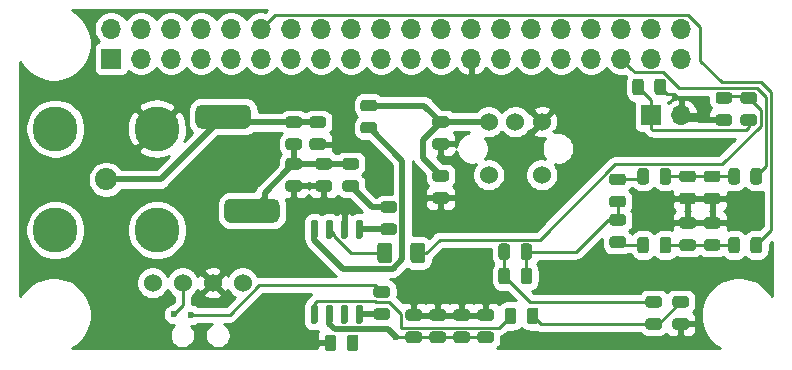
<source format=gtl>
G04 #@! TF.GenerationSoftware,KiCad,Pcbnew,(5.1.9)-1*
G04 #@! TF.CreationDate,2021-03-17T22:20:43-04:00*
G04 #@! TF.ProjectId,pi_zero_video_modulator,70695f7a-6572-46f5-9f76-6964656f5f6d,rev?*
G04 #@! TF.SameCoordinates,Original*
G04 #@! TF.FileFunction,Copper,L1,Top*
G04 #@! TF.FilePolarity,Positive*
%FSLAX46Y46*%
G04 Gerber Fmt 4.6, Leading zero omitted, Abs format (unit mm)*
G04 Created by KiCad (PCBNEW (5.1.9)-1) date 2021-03-17 22:20:43*
%MOMM*%
%LPD*%
G01*
G04 APERTURE LIST*
G04 #@! TA.AperFunction,ComponentPad*
%ADD10C,3.810000*%
G04 #@! TD*
G04 #@! TA.AperFunction,ComponentPad*
%ADD11C,1.875000*%
G04 #@! TD*
G04 #@! TA.AperFunction,ComponentPad*
%ADD12C,1.524000*%
G04 #@! TD*
G04 #@! TA.AperFunction,ComponentPad*
%ADD13O,1.700000X1.700000*%
G04 #@! TD*
G04 #@! TA.AperFunction,ComponentPad*
%ADD14R,1.700000X1.700000*%
G04 #@! TD*
G04 #@! TA.AperFunction,ViaPad*
%ADD15C,0.600000*%
G04 #@! TD*
G04 #@! TA.AperFunction,Conductor*
%ADD16C,0.500000*%
G04 #@! TD*
G04 #@! TA.AperFunction,Conductor*
%ADD17C,0.250000*%
G04 #@! TD*
G04 #@! TA.AperFunction,Conductor*
%ADD18C,0.254000*%
G04 #@! TD*
G04 #@! TA.AperFunction,Conductor*
%ADD19C,0.100000*%
G04 #@! TD*
G04 APERTURE END LIST*
D10*
X16147000Y-43797000D03*
X24747000Y-43797000D03*
X16147000Y-35197000D03*
X24747000Y-35197000D03*
D11*
X20447000Y-39497000D03*
D12*
X57332000Y-34616000D03*
X55084000Y-34616000D03*
X52832000Y-34616000D03*
X57332000Y-39116000D03*
X52832000Y-39116000D03*
G04 #@! TA.AperFunction,SMDPad,CuDef*
G36*
G01*
X43325730Y-50411800D02*
X44238230Y-50411800D01*
G75*
G02*
X44481980Y-50655550I0J-243750D01*
G01*
X44481980Y-51143050D01*
G75*
G02*
X44238230Y-51386800I-243750J0D01*
G01*
X43325730Y-51386800D01*
G75*
G02*
X43081980Y-51143050I0J243750D01*
G01*
X43081980Y-50655550D01*
G75*
G02*
X43325730Y-50411800I243750J0D01*
G01*
G37*
G04 #@! TD.AperFunction*
G04 #@! TA.AperFunction,SMDPad,CuDef*
G36*
G01*
X43325730Y-48536800D02*
X44238230Y-48536800D01*
G75*
G02*
X44481980Y-48780550I0J-243750D01*
G01*
X44481980Y-49268050D01*
G75*
G02*
X44238230Y-49511800I-243750J0D01*
G01*
X43325730Y-49511800D01*
G75*
G02*
X43081980Y-49268050I0J243750D01*
G01*
X43081980Y-48780550D01*
G75*
G02*
X43325730Y-48536800I243750J0D01*
G01*
G37*
G04 #@! TD.AperFunction*
X32004000Y-48260000D03*
X29464000Y-48260000D03*
X26924000Y-48260000D03*
X24384000Y-48260000D03*
G04 #@! TA.AperFunction,SMDPad,CuDef*
G36*
G01*
X48311750Y-40582000D02*
X49224250Y-40582000D01*
G75*
G02*
X49468000Y-40825750I0J-243750D01*
G01*
X49468000Y-41313250D01*
G75*
G02*
X49224250Y-41557000I-243750J0D01*
G01*
X48311750Y-41557000D01*
G75*
G02*
X48068000Y-41313250I0J243750D01*
G01*
X48068000Y-40825750D01*
G75*
G02*
X48311750Y-40582000I243750J0D01*
G01*
G37*
G04 #@! TD.AperFunction*
G04 #@! TA.AperFunction,SMDPad,CuDef*
G36*
G01*
X48311750Y-38707000D02*
X49224250Y-38707000D01*
G75*
G02*
X49468000Y-38950750I0J-243750D01*
G01*
X49468000Y-39438250D01*
G75*
G02*
X49224250Y-39682000I-243750J0D01*
G01*
X48311750Y-39682000D01*
G75*
G02*
X48068000Y-39438250I0J243750D01*
G01*
X48068000Y-38950750D01*
G75*
G02*
X48311750Y-38707000I243750J0D01*
G01*
G37*
G04 #@! TD.AperFunction*
G04 #@! TA.AperFunction,SMDPad,CuDef*
G36*
G01*
X49224250Y-35110000D02*
X48311750Y-35110000D01*
G75*
G02*
X48068000Y-34866250I0J243750D01*
G01*
X48068000Y-34378750D01*
G75*
G02*
X48311750Y-34135000I243750J0D01*
G01*
X49224250Y-34135000D01*
G75*
G02*
X49468000Y-34378750I0J-243750D01*
G01*
X49468000Y-34866250D01*
G75*
G02*
X49224250Y-35110000I-243750J0D01*
G01*
G37*
G04 #@! TD.AperFunction*
G04 #@! TA.AperFunction,SMDPad,CuDef*
G36*
G01*
X49224250Y-36985000D02*
X48311750Y-36985000D01*
G75*
G02*
X48068000Y-36741250I0J243750D01*
G01*
X48068000Y-36253750D01*
G75*
G02*
X48311750Y-36010000I243750J0D01*
G01*
X49224250Y-36010000D01*
G75*
G02*
X49468000Y-36253750I0J-243750D01*
G01*
X49468000Y-36741250D01*
G75*
G02*
X49224250Y-36985000I-243750J0D01*
G01*
G37*
G04 #@! TD.AperFunction*
G04 #@! TA.AperFunction,SMDPad,CuDef*
G36*
G01*
X43135870Y-33735860D02*
X42223370Y-33735860D01*
G75*
G02*
X41979620Y-33492110I0J243750D01*
G01*
X41979620Y-33004610D01*
G75*
G02*
X42223370Y-32760860I243750J0D01*
G01*
X43135870Y-32760860D01*
G75*
G02*
X43379620Y-33004610I0J-243750D01*
G01*
X43379620Y-33492110D01*
G75*
G02*
X43135870Y-33735860I-243750J0D01*
G01*
G37*
G04 #@! TD.AperFunction*
G04 #@! TA.AperFunction,SMDPad,CuDef*
G36*
G01*
X43135870Y-35610860D02*
X42223370Y-35610860D01*
G75*
G02*
X41979620Y-35367110I0J243750D01*
G01*
X41979620Y-34879610D01*
G75*
G02*
X42223370Y-34635860I243750J0D01*
G01*
X43135870Y-34635860D01*
G75*
G02*
X43379620Y-34879610I0J-243750D01*
G01*
X43379620Y-35367110D01*
G75*
G02*
X43135870Y-35610860I-243750J0D01*
G01*
G37*
G04 #@! TD.AperFunction*
G04 #@! TA.AperFunction,SMDPad,CuDef*
G36*
G01*
X41734600Y-50120200D02*
X42034600Y-50120200D01*
G75*
G02*
X42184600Y-50270200I0J-150000D01*
G01*
X42184600Y-51570200D01*
G75*
G02*
X42034600Y-51720200I-150000J0D01*
G01*
X41734600Y-51720200D01*
G75*
G02*
X41584600Y-51570200I0J150000D01*
G01*
X41584600Y-50270200D01*
G75*
G02*
X41734600Y-50120200I150000J0D01*
G01*
G37*
G04 #@! TD.AperFunction*
G04 #@! TA.AperFunction,SMDPad,CuDef*
G36*
G01*
X40464600Y-50120200D02*
X40764600Y-50120200D01*
G75*
G02*
X40914600Y-50270200I0J-150000D01*
G01*
X40914600Y-51570200D01*
G75*
G02*
X40764600Y-51720200I-150000J0D01*
G01*
X40464600Y-51720200D01*
G75*
G02*
X40314600Y-51570200I0J150000D01*
G01*
X40314600Y-50270200D01*
G75*
G02*
X40464600Y-50120200I150000J0D01*
G01*
G37*
G04 #@! TD.AperFunction*
G04 #@! TA.AperFunction,SMDPad,CuDef*
G36*
G01*
X39194600Y-50120200D02*
X39494600Y-50120200D01*
G75*
G02*
X39644600Y-50270200I0J-150000D01*
G01*
X39644600Y-51570200D01*
G75*
G02*
X39494600Y-51720200I-150000J0D01*
G01*
X39194600Y-51720200D01*
G75*
G02*
X39044600Y-51570200I0J150000D01*
G01*
X39044600Y-50270200D01*
G75*
G02*
X39194600Y-50120200I150000J0D01*
G01*
G37*
G04 #@! TD.AperFunction*
G04 #@! TA.AperFunction,SMDPad,CuDef*
G36*
G01*
X37924600Y-50120200D02*
X38224600Y-50120200D01*
G75*
G02*
X38374600Y-50270200I0J-150000D01*
G01*
X38374600Y-51570200D01*
G75*
G02*
X38224600Y-51720200I-150000J0D01*
G01*
X37924600Y-51720200D01*
G75*
G02*
X37774600Y-51570200I0J150000D01*
G01*
X37774600Y-50270200D01*
G75*
G02*
X37924600Y-50120200I150000J0D01*
G01*
G37*
G04 #@! TD.AperFunction*
G04 #@! TA.AperFunction,SMDPad,CuDef*
G36*
G01*
X37924600Y-42920200D02*
X38224600Y-42920200D01*
G75*
G02*
X38374600Y-43070200I0J-150000D01*
G01*
X38374600Y-44370200D01*
G75*
G02*
X38224600Y-44520200I-150000J0D01*
G01*
X37924600Y-44520200D01*
G75*
G02*
X37774600Y-44370200I0J150000D01*
G01*
X37774600Y-43070200D01*
G75*
G02*
X37924600Y-42920200I150000J0D01*
G01*
G37*
G04 #@! TD.AperFunction*
G04 #@! TA.AperFunction,SMDPad,CuDef*
G36*
G01*
X39194600Y-42920200D02*
X39494600Y-42920200D01*
G75*
G02*
X39644600Y-43070200I0J-150000D01*
G01*
X39644600Y-44370200D01*
G75*
G02*
X39494600Y-44520200I-150000J0D01*
G01*
X39194600Y-44520200D01*
G75*
G02*
X39044600Y-44370200I0J150000D01*
G01*
X39044600Y-43070200D01*
G75*
G02*
X39194600Y-42920200I150000J0D01*
G01*
G37*
G04 #@! TD.AperFunction*
G04 #@! TA.AperFunction,SMDPad,CuDef*
G36*
G01*
X40464600Y-42920200D02*
X40764600Y-42920200D01*
G75*
G02*
X40914600Y-43070200I0J-150000D01*
G01*
X40914600Y-44370200D01*
G75*
G02*
X40764600Y-44520200I-150000J0D01*
G01*
X40464600Y-44520200D01*
G75*
G02*
X40314600Y-44370200I0J150000D01*
G01*
X40314600Y-43070200D01*
G75*
G02*
X40464600Y-42920200I150000J0D01*
G01*
G37*
G04 #@! TD.AperFunction*
G04 #@! TA.AperFunction,SMDPad,CuDef*
G36*
G01*
X41734600Y-42920200D02*
X42034600Y-42920200D01*
G75*
G02*
X42184600Y-43070200I0J-150000D01*
G01*
X42184600Y-44370200D01*
G75*
G02*
X42034600Y-44520200I-150000J0D01*
G01*
X41734600Y-44520200D01*
G75*
G02*
X41584600Y-44370200I0J150000D01*
G01*
X41584600Y-43070200D01*
G75*
G02*
X41734600Y-42920200I150000J0D01*
G01*
G37*
G04 #@! TD.AperFunction*
G04 #@! TA.AperFunction,SMDPad,CuDef*
G36*
G01*
X69215950Y-38757800D02*
X70128450Y-38757800D01*
G75*
G02*
X70372200Y-39001550I0J-243750D01*
G01*
X70372200Y-39489050D01*
G75*
G02*
X70128450Y-39732800I-243750J0D01*
G01*
X69215950Y-39732800D01*
G75*
G02*
X68972200Y-39489050I0J243750D01*
G01*
X68972200Y-39001550D01*
G75*
G02*
X69215950Y-38757800I243750J0D01*
G01*
G37*
G04 #@! TD.AperFunction*
G04 #@! TA.AperFunction,SMDPad,CuDef*
G36*
G01*
X69215950Y-40632800D02*
X70128450Y-40632800D01*
G75*
G02*
X70372200Y-40876550I0J-243750D01*
G01*
X70372200Y-41364050D01*
G75*
G02*
X70128450Y-41607800I-243750J0D01*
G01*
X69215950Y-41607800D01*
G75*
G02*
X68972200Y-41364050I0J243750D01*
G01*
X68972200Y-40876550D01*
G75*
G02*
X69215950Y-40632800I243750J0D01*
G01*
G37*
G04 #@! TD.AperFunction*
G04 #@! TA.AperFunction,SMDPad,CuDef*
G36*
G01*
X73124000Y-39699250D02*
X73124000Y-38786750D01*
G75*
G02*
X73367750Y-38543000I243750J0D01*
G01*
X73855250Y-38543000D01*
G75*
G02*
X74099000Y-38786750I0J-243750D01*
G01*
X74099000Y-39699250D01*
G75*
G02*
X73855250Y-39943000I-243750J0D01*
G01*
X73367750Y-39943000D01*
G75*
G02*
X73124000Y-39699250I0J243750D01*
G01*
G37*
G04 #@! TD.AperFunction*
G04 #@! TA.AperFunction,SMDPad,CuDef*
G36*
G01*
X74999000Y-39699250D02*
X74999000Y-38786750D01*
G75*
G02*
X75242750Y-38543000I243750J0D01*
G01*
X75730250Y-38543000D01*
G75*
G02*
X75974000Y-38786750I0J-243750D01*
G01*
X75974000Y-39699250D01*
G75*
G02*
X75730250Y-39943000I-243750J0D01*
G01*
X75242750Y-39943000D01*
G75*
G02*
X74999000Y-39699250I0J243750D01*
G01*
G37*
G04 #@! TD.AperFunction*
G04 #@! TA.AperFunction,SMDPad,CuDef*
G36*
G01*
X71298750Y-38757800D02*
X72211250Y-38757800D01*
G75*
G02*
X72455000Y-39001550I0J-243750D01*
G01*
X72455000Y-39489050D01*
G75*
G02*
X72211250Y-39732800I-243750J0D01*
G01*
X71298750Y-39732800D01*
G75*
G02*
X71055000Y-39489050I0J243750D01*
G01*
X71055000Y-39001550D01*
G75*
G02*
X71298750Y-38757800I243750J0D01*
G01*
G37*
G04 #@! TD.AperFunction*
G04 #@! TA.AperFunction,SMDPad,CuDef*
G36*
G01*
X71298750Y-40632800D02*
X72211250Y-40632800D01*
G75*
G02*
X72455000Y-40876550I0J-243750D01*
G01*
X72455000Y-41364050D01*
G75*
G02*
X72211250Y-41607800I-243750J0D01*
G01*
X71298750Y-41607800D01*
G75*
G02*
X71055000Y-41364050I0J243750D01*
G01*
X71055000Y-40876550D01*
G75*
G02*
X71298750Y-40632800I243750J0D01*
G01*
G37*
G04 #@! TD.AperFunction*
G04 #@! TA.AperFunction,SMDPad,CuDef*
G36*
G01*
X65427800Y-39699250D02*
X65427800Y-38786750D01*
G75*
G02*
X65671550Y-38543000I243750J0D01*
G01*
X66159050Y-38543000D01*
G75*
G02*
X66402800Y-38786750I0J-243750D01*
G01*
X66402800Y-39699250D01*
G75*
G02*
X66159050Y-39943000I-243750J0D01*
G01*
X65671550Y-39943000D01*
G75*
G02*
X65427800Y-39699250I0J243750D01*
G01*
G37*
G04 #@! TD.AperFunction*
G04 #@! TA.AperFunction,SMDPad,CuDef*
G36*
G01*
X67302800Y-39699250D02*
X67302800Y-38786750D01*
G75*
G02*
X67546550Y-38543000I243750J0D01*
G01*
X68034050Y-38543000D01*
G75*
G02*
X68277800Y-38786750I0J-243750D01*
G01*
X68277800Y-39699250D01*
G75*
G02*
X68034050Y-39943000I-243750J0D01*
G01*
X67546550Y-39943000D01*
G75*
G02*
X67302800Y-39699250I0J243750D01*
G01*
G37*
G04 #@! TD.AperFunction*
G04 #@! TA.AperFunction,SMDPad,CuDef*
G36*
G01*
X72289350Y-33978000D02*
X73201850Y-33978000D01*
G75*
G02*
X73445600Y-34221750I0J-243750D01*
G01*
X73445600Y-34709250D01*
G75*
G02*
X73201850Y-34953000I-243750J0D01*
G01*
X72289350Y-34953000D01*
G75*
G02*
X72045600Y-34709250I0J243750D01*
G01*
X72045600Y-34221750D01*
G75*
G02*
X72289350Y-33978000I243750J0D01*
G01*
G37*
G04 #@! TD.AperFunction*
G04 #@! TA.AperFunction,SMDPad,CuDef*
G36*
G01*
X72289350Y-32103000D02*
X73201850Y-32103000D01*
G75*
G02*
X73445600Y-32346750I0J-243750D01*
G01*
X73445600Y-32834250D01*
G75*
G02*
X73201850Y-33078000I-243750J0D01*
G01*
X72289350Y-33078000D01*
G75*
G02*
X72045600Y-32834250I0J243750D01*
G01*
X72045600Y-32346750D01*
G75*
G02*
X72289350Y-32103000I243750J0D01*
G01*
G37*
G04 #@! TD.AperFunction*
G04 #@! TA.AperFunction,SMDPad,CuDef*
G36*
G01*
X36778250Y-35135400D02*
X35865750Y-35135400D01*
G75*
G02*
X35622000Y-34891650I0J243750D01*
G01*
X35622000Y-34404150D01*
G75*
G02*
X35865750Y-34160400I243750J0D01*
G01*
X36778250Y-34160400D01*
G75*
G02*
X37022000Y-34404150I0J-243750D01*
G01*
X37022000Y-34891650D01*
G75*
G02*
X36778250Y-35135400I-243750J0D01*
G01*
G37*
G04 #@! TD.AperFunction*
G04 #@! TA.AperFunction,SMDPad,CuDef*
G36*
G01*
X36778250Y-37010400D02*
X35865750Y-37010400D01*
G75*
G02*
X35622000Y-36766650I0J243750D01*
G01*
X35622000Y-36279150D01*
G75*
G02*
X35865750Y-36035400I243750J0D01*
G01*
X36778250Y-36035400D01*
G75*
G02*
X37022000Y-36279150I0J-243750D01*
G01*
X37022000Y-36766650D01*
G75*
G02*
X36778250Y-37010400I-243750J0D01*
G01*
G37*
G04 #@! TD.AperFunction*
G04 #@! TA.AperFunction,SMDPad,CuDef*
G36*
G01*
X64210250Y-39986800D02*
X63297750Y-39986800D01*
G75*
G02*
X63054000Y-39743050I0J243750D01*
G01*
X63054000Y-39255550D01*
G75*
G02*
X63297750Y-39011800I243750J0D01*
G01*
X64210250Y-39011800D01*
G75*
G02*
X64454000Y-39255550I0J-243750D01*
G01*
X64454000Y-39743050D01*
G75*
G02*
X64210250Y-39986800I-243750J0D01*
G01*
G37*
G04 #@! TD.AperFunction*
G04 #@! TA.AperFunction,SMDPad,CuDef*
G36*
G01*
X64210250Y-41861800D02*
X63297750Y-41861800D01*
G75*
G02*
X63054000Y-41618050I0J243750D01*
G01*
X63054000Y-41130550D01*
G75*
G02*
X63297750Y-40886800I243750J0D01*
G01*
X64210250Y-40886800D01*
G75*
G02*
X64454000Y-41130550I0J-243750D01*
G01*
X64454000Y-41618050D01*
G75*
G02*
X64210250Y-41861800I-243750J0D01*
G01*
G37*
G04 #@! TD.AperFunction*
G04 #@! TA.AperFunction,SMDPad,CuDef*
G36*
G01*
X70128450Y-43669800D02*
X69215950Y-43669800D01*
G75*
G02*
X68972200Y-43426050I0J243750D01*
G01*
X68972200Y-42938550D01*
G75*
G02*
X69215950Y-42694800I243750J0D01*
G01*
X70128450Y-42694800D01*
G75*
G02*
X70372200Y-42938550I0J-243750D01*
G01*
X70372200Y-43426050D01*
G75*
G02*
X70128450Y-43669800I-243750J0D01*
G01*
G37*
G04 #@! TD.AperFunction*
G04 #@! TA.AperFunction,SMDPad,CuDef*
G36*
G01*
X70128450Y-45544800D02*
X69215950Y-45544800D01*
G75*
G02*
X68972200Y-45301050I0J243750D01*
G01*
X68972200Y-44813550D01*
G75*
G02*
X69215950Y-44569800I243750J0D01*
G01*
X70128450Y-44569800D01*
G75*
G02*
X70372200Y-44813550I0J-243750D01*
G01*
X70372200Y-45301050D01*
G75*
G02*
X70128450Y-45544800I-243750J0D01*
G01*
G37*
G04 #@! TD.AperFunction*
G04 #@! TA.AperFunction,SMDPad,CuDef*
G36*
G01*
X63297750Y-44315800D02*
X64210250Y-44315800D01*
G75*
G02*
X64454000Y-44559550I0J-243750D01*
G01*
X64454000Y-45047050D01*
G75*
G02*
X64210250Y-45290800I-243750J0D01*
G01*
X63297750Y-45290800D01*
G75*
G02*
X63054000Y-45047050I0J243750D01*
G01*
X63054000Y-44559550D01*
G75*
G02*
X63297750Y-44315800I243750J0D01*
G01*
G37*
G04 #@! TD.AperFunction*
G04 #@! TA.AperFunction,SMDPad,CuDef*
G36*
G01*
X63297750Y-42440800D02*
X64210250Y-42440800D01*
G75*
G02*
X64454000Y-42684550I0J-243750D01*
G01*
X64454000Y-43172050D01*
G75*
G02*
X64210250Y-43415800I-243750J0D01*
G01*
X63297750Y-43415800D01*
G75*
G02*
X63054000Y-43172050I0J243750D01*
G01*
X63054000Y-42684550D01*
G75*
G02*
X63297750Y-42440800I243750J0D01*
G01*
G37*
G04 #@! TD.AperFunction*
G04 #@! TA.AperFunction,SMDPad,CuDef*
G36*
G01*
X74999000Y-45515850D02*
X74999000Y-44603350D01*
G75*
G02*
X75242750Y-44359600I243750J0D01*
G01*
X75730250Y-44359600D01*
G75*
G02*
X75974000Y-44603350I0J-243750D01*
G01*
X75974000Y-45515850D01*
G75*
G02*
X75730250Y-45759600I-243750J0D01*
G01*
X75242750Y-45759600D01*
G75*
G02*
X74999000Y-45515850I0J243750D01*
G01*
G37*
G04 #@! TD.AperFunction*
G04 #@! TA.AperFunction,SMDPad,CuDef*
G36*
G01*
X73124000Y-45515850D02*
X73124000Y-44603350D01*
G75*
G02*
X73367750Y-44359600I243750J0D01*
G01*
X73855250Y-44359600D01*
G75*
G02*
X74099000Y-44603350I0J-243750D01*
G01*
X74099000Y-45515850D01*
G75*
G02*
X73855250Y-45759600I-243750J0D01*
G01*
X73367750Y-45759600D01*
G75*
G02*
X73124000Y-45515850I0J243750D01*
G01*
G37*
G04 #@! TD.AperFunction*
G04 #@! TA.AperFunction,SMDPad,CuDef*
G36*
G01*
X68631750Y-51250000D02*
X69544250Y-51250000D01*
G75*
G02*
X69788000Y-51493750I0J-243750D01*
G01*
X69788000Y-51981250D01*
G75*
G02*
X69544250Y-52225000I-243750J0D01*
G01*
X68631750Y-52225000D01*
G75*
G02*
X68388000Y-51981250I0J243750D01*
G01*
X68388000Y-51493750D01*
G75*
G02*
X68631750Y-51250000I243750J0D01*
G01*
G37*
G04 #@! TD.AperFunction*
G04 #@! TA.AperFunction,SMDPad,CuDef*
G36*
G01*
X68631750Y-49375000D02*
X69544250Y-49375000D01*
G75*
G02*
X69788000Y-49618750I0J-243750D01*
G01*
X69788000Y-50106250D01*
G75*
G02*
X69544250Y-50350000I-243750J0D01*
G01*
X68631750Y-50350000D01*
G75*
G02*
X68388000Y-50106250I0J243750D01*
G01*
X68388000Y-49618750D01*
G75*
G02*
X68631750Y-49375000I243750J0D01*
G01*
G37*
G04 #@! TD.AperFunction*
G04 #@! TA.AperFunction,SMDPad,CuDef*
G36*
G01*
X66345750Y-51250000D02*
X67258250Y-51250000D01*
G75*
G02*
X67502000Y-51493750I0J-243750D01*
G01*
X67502000Y-51981250D01*
G75*
G02*
X67258250Y-52225000I-243750J0D01*
G01*
X66345750Y-52225000D01*
G75*
G02*
X66102000Y-51981250I0J243750D01*
G01*
X66102000Y-51493750D01*
G75*
G02*
X66345750Y-51250000I243750J0D01*
G01*
G37*
G04 #@! TD.AperFunction*
G04 #@! TA.AperFunction,SMDPad,CuDef*
G36*
G01*
X66345750Y-49375000D02*
X67258250Y-49375000D01*
G75*
G02*
X67502000Y-49618750I0J-243750D01*
G01*
X67502000Y-50106250D01*
G75*
G02*
X67258250Y-50350000I-243750J0D01*
G01*
X66345750Y-50350000D01*
G75*
G02*
X66102000Y-50106250I0J243750D01*
G01*
X66102000Y-49618750D01*
G75*
G02*
X66345750Y-49375000I243750J0D01*
G01*
G37*
G04 #@! TD.AperFunction*
G04 #@! TA.AperFunction,SMDPad,CuDef*
G36*
G01*
X54634980Y-45159610D02*
X54634980Y-46072110D01*
G75*
G02*
X54391230Y-46315860I-243750J0D01*
G01*
X53903730Y-46315860D01*
G75*
G02*
X53659980Y-46072110I0J243750D01*
G01*
X53659980Y-45159610D01*
G75*
G02*
X53903730Y-44915860I243750J0D01*
G01*
X54391230Y-44915860D01*
G75*
G02*
X54634980Y-45159610I0J-243750D01*
G01*
G37*
G04 #@! TD.AperFunction*
G04 #@! TA.AperFunction,SMDPad,CuDef*
G36*
G01*
X56509980Y-45159610D02*
X56509980Y-46072110D01*
G75*
G02*
X56266230Y-46315860I-243750J0D01*
G01*
X55778730Y-46315860D01*
G75*
G02*
X55534980Y-46072110I0J243750D01*
G01*
X55534980Y-45159610D01*
G75*
G02*
X55778730Y-44915860I243750J0D01*
G01*
X56266230Y-44915860D01*
G75*
G02*
X56509980Y-45159610I0J-243750D01*
G01*
G37*
G04 #@! TD.AperFunction*
G04 #@! TA.AperFunction,SMDPad,CuDef*
G36*
G01*
X66871000Y-32130050D02*
X66871000Y-31217550D01*
G75*
G02*
X67114750Y-30973800I243750J0D01*
G01*
X67602250Y-30973800D01*
G75*
G02*
X67846000Y-31217550I0J-243750D01*
G01*
X67846000Y-32130050D01*
G75*
G02*
X67602250Y-32373800I-243750J0D01*
G01*
X67114750Y-32373800D01*
G75*
G02*
X66871000Y-32130050I0J243750D01*
G01*
G37*
G04 #@! TD.AperFunction*
G04 #@! TA.AperFunction,SMDPad,CuDef*
G36*
G01*
X64996000Y-32130050D02*
X64996000Y-31217550D01*
G75*
G02*
X65239750Y-30973800I243750J0D01*
G01*
X65727250Y-30973800D01*
G75*
G02*
X65971000Y-31217550I0J-243750D01*
G01*
X65971000Y-32130050D01*
G75*
G02*
X65727250Y-32373800I-243750J0D01*
G01*
X65239750Y-32373800D01*
G75*
G02*
X64996000Y-32130050I0J243750D01*
G01*
G37*
G04 #@! TD.AperFunction*
G04 #@! TA.AperFunction,SMDPad,CuDef*
G36*
G01*
X74397550Y-33978000D02*
X75310050Y-33978000D01*
G75*
G02*
X75553800Y-34221750I0J-243750D01*
G01*
X75553800Y-34709250D01*
G75*
G02*
X75310050Y-34953000I-243750J0D01*
G01*
X74397550Y-34953000D01*
G75*
G02*
X74153800Y-34709250I0J243750D01*
G01*
X74153800Y-34221750D01*
G75*
G02*
X74397550Y-33978000I243750J0D01*
G01*
G37*
G04 #@! TD.AperFunction*
G04 #@! TA.AperFunction,SMDPad,CuDef*
G36*
G01*
X74397550Y-32103000D02*
X75310050Y-32103000D01*
G75*
G02*
X75553800Y-32346750I0J-243750D01*
G01*
X75553800Y-32834250D01*
G75*
G02*
X75310050Y-33078000I-243750J0D01*
G01*
X74397550Y-33078000D01*
G75*
G02*
X74153800Y-32834250I0J243750D01*
G01*
X74153800Y-32346750D01*
G75*
G02*
X74397550Y-32103000I243750J0D01*
G01*
G37*
G04 #@! TD.AperFunction*
G04 #@! TA.AperFunction,SMDPad,CuDef*
G36*
G01*
X38405750Y-39566000D02*
X39318250Y-39566000D01*
G75*
G02*
X39562000Y-39809750I0J-243750D01*
G01*
X39562000Y-40297250D01*
G75*
G02*
X39318250Y-40541000I-243750J0D01*
G01*
X38405750Y-40541000D01*
G75*
G02*
X38162000Y-40297250I0J243750D01*
G01*
X38162000Y-39809750D01*
G75*
G02*
X38405750Y-39566000I243750J0D01*
G01*
G37*
G04 #@! TD.AperFunction*
G04 #@! TA.AperFunction,SMDPad,CuDef*
G36*
G01*
X38405750Y-37691000D02*
X39318250Y-37691000D01*
G75*
G02*
X39562000Y-37934750I0J-243750D01*
G01*
X39562000Y-38422250D01*
G75*
G02*
X39318250Y-38666000I-243750J0D01*
G01*
X38405750Y-38666000D01*
G75*
G02*
X38162000Y-38422250I0J243750D01*
G01*
X38162000Y-37934750D01*
G75*
G02*
X38405750Y-37691000I243750J0D01*
G01*
G37*
G04 #@! TD.AperFunction*
G04 #@! TA.AperFunction,SMDPad,CuDef*
G36*
G01*
X41604250Y-38666000D02*
X40691750Y-38666000D01*
G75*
G02*
X40448000Y-38422250I0J243750D01*
G01*
X40448000Y-37934750D01*
G75*
G02*
X40691750Y-37691000I243750J0D01*
G01*
X41604250Y-37691000D01*
G75*
G02*
X41848000Y-37934750I0J-243750D01*
G01*
X41848000Y-38422250D01*
G75*
G02*
X41604250Y-38666000I-243750J0D01*
G01*
G37*
G04 #@! TD.AperFunction*
G04 #@! TA.AperFunction,SMDPad,CuDef*
G36*
G01*
X41604250Y-40541000D02*
X40691750Y-40541000D01*
G75*
G02*
X40448000Y-40297250I0J243750D01*
G01*
X40448000Y-39809750D01*
G75*
G02*
X40691750Y-39566000I243750J0D01*
G01*
X41604250Y-39566000D01*
G75*
G02*
X41848000Y-39809750I0J-243750D01*
G01*
X41848000Y-40297250D01*
G75*
G02*
X41604250Y-40541000I-243750J0D01*
G01*
G37*
G04 #@! TD.AperFunction*
G04 #@! TA.AperFunction,SMDPad,CuDef*
G36*
G01*
X30942200Y-41136200D02*
X34622200Y-41136200D01*
G75*
G02*
X35132200Y-41646200I0J-510000D01*
G01*
X35132200Y-42666200D01*
G75*
G02*
X34622200Y-43176200I-510000J0D01*
G01*
X30942200Y-43176200D01*
G75*
G02*
X30432200Y-42666200I0J510000D01*
G01*
X30432200Y-41646200D01*
G75*
G02*
X30942200Y-41136200I510000J0D01*
G01*
G37*
G04 #@! TD.AperFunction*
G04 #@! TA.AperFunction,SMDPad,CuDef*
G36*
G01*
X28522200Y-33176200D02*
X32202200Y-33176200D01*
G75*
G02*
X32712200Y-33686200I0J-510000D01*
G01*
X32712200Y-34706200D01*
G75*
G02*
X32202200Y-35216200I-510000J0D01*
G01*
X28522200Y-35216200D01*
G75*
G02*
X28012200Y-34706200I0J510000D01*
G01*
X28012200Y-33686200D01*
G75*
G02*
X28522200Y-33176200I510000J0D01*
G01*
G37*
G04 #@! TD.AperFunction*
D13*
X69128640Y-34068420D03*
D14*
X66588640Y-34068420D03*
G04 #@! TA.AperFunction,SMDPad,CuDef*
G36*
G01*
X72211250Y-43669800D02*
X71298750Y-43669800D01*
G75*
G02*
X71055000Y-43426050I0J243750D01*
G01*
X71055000Y-42938550D01*
G75*
G02*
X71298750Y-42694800I243750J0D01*
G01*
X72211250Y-42694800D01*
G75*
G02*
X72455000Y-42938550I0J-243750D01*
G01*
X72455000Y-43426050D01*
G75*
G02*
X72211250Y-43669800I-243750J0D01*
G01*
G37*
G04 #@! TD.AperFunction*
G04 #@! TA.AperFunction,SMDPad,CuDef*
G36*
G01*
X72211250Y-45544800D02*
X71298750Y-45544800D01*
G75*
G02*
X71055000Y-45301050I0J243750D01*
G01*
X71055000Y-44813550D01*
G75*
G02*
X71298750Y-44569800I243750J0D01*
G01*
X72211250Y-44569800D01*
G75*
G02*
X72455000Y-44813550I0J-243750D01*
G01*
X72455000Y-45301050D01*
G75*
G02*
X72211250Y-45544800I-243750J0D01*
G01*
G37*
G04 #@! TD.AperFunction*
G04 #@! TA.AperFunction,SMDPad,CuDef*
G36*
G01*
X67302800Y-45515850D02*
X67302800Y-44603350D01*
G75*
G02*
X67546550Y-44359600I243750J0D01*
G01*
X68034050Y-44359600D01*
G75*
G02*
X68277800Y-44603350I0J-243750D01*
G01*
X68277800Y-45515850D01*
G75*
G02*
X68034050Y-45759600I-243750J0D01*
G01*
X67546550Y-45759600D01*
G75*
G02*
X67302800Y-45515850I0J243750D01*
G01*
G37*
G04 #@! TD.AperFunction*
G04 #@! TA.AperFunction,SMDPad,CuDef*
G36*
G01*
X65427800Y-45515850D02*
X65427800Y-44603350D01*
G75*
G02*
X65671550Y-44359600I243750J0D01*
G01*
X66159050Y-44359600D01*
G75*
G02*
X66402800Y-44603350I0J-243750D01*
G01*
X66402800Y-45515850D01*
G75*
G02*
X66159050Y-45759600I-243750J0D01*
G01*
X65671550Y-45759600D01*
G75*
G02*
X65427800Y-45515850I0J243750D01*
G01*
G37*
G04 #@! TD.AperFunction*
G04 #@! TA.AperFunction,SMDPad,CuDef*
G36*
G01*
X54632440Y-47219550D02*
X54632440Y-48132050D01*
G75*
G02*
X54388690Y-48375800I-243750J0D01*
G01*
X53901190Y-48375800D01*
G75*
G02*
X53657440Y-48132050I0J243750D01*
G01*
X53657440Y-47219550D01*
G75*
G02*
X53901190Y-46975800I243750J0D01*
G01*
X54388690Y-46975800D01*
G75*
G02*
X54632440Y-47219550I0J-243750D01*
G01*
G37*
G04 #@! TD.AperFunction*
G04 #@! TA.AperFunction,SMDPad,CuDef*
G36*
G01*
X56507440Y-47219550D02*
X56507440Y-48132050D01*
G75*
G02*
X56263690Y-48375800I-243750J0D01*
G01*
X55776190Y-48375800D01*
G75*
G02*
X55532440Y-48132050I0J243750D01*
G01*
X55532440Y-47219550D01*
G75*
G02*
X55776190Y-46975800I243750J0D01*
G01*
X56263690Y-46975800D01*
G75*
G02*
X56507440Y-47219550I0J-243750D01*
G01*
G37*
G04 #@! TD.AperFunction*
G04 #@! TA.AperFunction,SMDPad,CuDef*
G36*
G01*
X55176000Y-50597750D02*
X55176000Y-51510250D01*
G75*
G02*
X54932250Y-51754000I-243750J0D01*
G01*
X54444750Y-51754000D01*
G75*
G02*
X54201000Y-51510250I0J243750D01*
G01*
X54201000Y-50597750D01*
G75*
G02*
X54444750Y-50354000I243750J0D01*
G01*
X54932250Y-50354000D01*
G75*
G02*
X55176000Y-50597750I0J-243750D01*
G01*
G37*
G04 #@! TD.AperFunction*
G04 #@! TA.AperFunction,SMDPad,CuDef*
G36*
G01*
X57051000Y-50597750D02*
X57051000Y-51510250D01*
G75*
G02*
X56807250Y-51754000I-243750J0D01*
G01*
X56319750Y-51754000D01*
G75*
G02*
X56076000Y-51510250I0J243750D01*
G01*
X56076000Y-50597750D01*
G75*
G02*
X56319750Y-50354000I243750J0D01*
G01*
X56807250Y-50354000D01*
G75*
G02*
X57051000Y-50597750I0J-243750D01*
G01*
G37*
G04 #@! TD.AperFunction*
G04 #@! TA.AperFunction,SMDPad,CuDef*
G36*
G01*
X43415600Y-46345000D02*
X43415600Y-45095000D01*
G75*
G02*
X43665600Y-44845000I250000J0D01*
G01*
X44415600Y-44845000D01*
G75*
G02*
X44665600Y-45095000I0J-250000D01*
G01*
X44665600Y-46345000D01*
G75*
G02*
X44415600Y-46595000I-250000J0D01*
G01*
X43665600Y-46595000D01*
G75*
G02*
X43415600Y-46345000I0J250000D01*
G01*
G37*
G04 #@! TD.AperFunction*
G04 #@! TA.AperFunction,SMDPad,CuDef*
G36*
G01*
X46215600Y-46345000D02*
X46215600Y-45095000D01*
G75*
G02*
X46465600Y-44845000I250000J0D01*
G01*
X47215600Y-44845000D01*
G75*
G02*
X47465600Y-45095000I0J-250000D01*
G01*
X47465600Y-46345000D01*
G75*
G02*
X47215600Y-46595000I-250000J0D01*
G01*
X46465600Y-46595000D01*
G75*
G02*
X46215600Y-46345000I0J250000D01*
G01*
G37*
G04 #@! TD.AperFunction*
G04 #@! TA.AperFunction,SMDPad,CuDef*
G36*
G01*
X52121750Y-52367600D02*
X53034250Y-52367600D01*
G75*
G02*
X53278000Y-52611350I0J-243750D01*
G01*
X53278000Y-53098850D01*
G75*
G02*
X53034250Y-53342600I-243750J0D01*
G01*
X52121750Y-53342600D01*
G75*
G02*
X51878000Y-53098850I0J243750D01*
G01*
X51878000Y-52611350D01*
G75*
G02*
X52121750Y-52367600I243750J0D01*
G01*
G37*
G04 #@! TD.AperFunction*
G04 #@! TA.AperFunction,SMDPad,CuDef*
G36*
G01*
X52121750Y-50492600D02*
X53034250Y-50492600D01*
G75*
G02*
X53278000Y-50736350I0J-243750D01*
G01*
X53278000Y-51223850D01*
G75*
G02*
X53034250Y-51467600I-243750J0D01*
G01*
X52121750Y-51467600D01*
G75*
G02*
X51878000Y-51223850I0J243750D01*
G01*
X51878000Y-50736350D01*
G75*
G02*
X52121750Y-50492600I243750J0D01*
G01*
G37*
G04 #@! TD.AperFunction*
G04 #@! TA.AperFunction,SMDPad,CuDef*
G36*
G01*
X50089750Y-52367600D02*
X51002250Y-52367600D01*
G75*
G02*
X51246000Y-52611350I0J-243750D01*
G01*
X51246000Y-53098850D01*
G75*
G02*
X51002250Y-53342600I-243750J0D01*
G01*
X50089750Y-53342600D01*
G75*
G02*
X49846000Y-53098850I0J243750D01*
G01*
X49846000Y-52611350D01*
G75*
G02*
X50089750Y-52367600I243750J0D01*
G01*
G37*
G04 #@! TD.AperFunction*
G04 #@! TA.AperFunction,SMDPad,CuDef*
G36*
G01*
X50089750Y-50492600D02*
X51002250Y-50492600D01*
G75*
G02*
X51246000Y-50736350I0J-243750D01*
G01*
X51246000Y-51223850D01*
G75*
G02*
X51002250Y-51467600I-243750J0D01*
G01*
X50089750Y-51467600D01*
G75*
G02*
X49846000Y-51223850I0J243750D01*
G01*
X49846000Y-50736350D01*
G75*
G02*
X50089750Y-50492600I243750J0D01*
G01*
G37*
G04 #@! TD.AperFunction*
G04 #@! TA.AperFunction,SMDPad,CuDef*
G36*
G01*
X48057750Y-52367600D02*
X48970250Y-52367600D01*
G75*
G02*
X49214000Y-52611350I0J-243750D01*
G01*
X49214000Y-53098850D01*
G75*
G02*
X48970250Y-53342600I-243750J0D01*
G01*
X48057750Y-53342600D01*
G75*
G02*
X47814000Y-53098850I0J243750D01*
G01*
X47814000Y-52611350D01*
G75*
G02*
X48057750Y-52367600I243750J0D01*
G01*
G37*
G04 #@! TD.AperFunction*
G04 #@! TA.AperFunction,SMDPad,CuDef*
G36*
G01*
X48057750Y-50492600D02*
X48970250Y-50492600D01*
G75*
G02*
X49214000Y-50736350I0J-243750D01*
G01*
X49214000Y-51223850D01*
G75*
G02*
X48970250Y-51467600I-243750J0D01*
G01*
X48057750Y-51467600D01*
G75*
G02*
X47814000Y-51223850I0J243750D01*
G01*
X47814000Y-50736350D01*
G75*
G02*
X48057750Y-50492600I243750J0D01*
G01*
G37*
G04 #@! TD.AperFunction*
G04 #@! TA.AperFunction,SMDPad,CuDef*
G36*
G01*
X46025750Y-52367600D02*
X46938250Y-52367600D01*
G75*
G02*
X47182000Y-52611350I0J-243750D01*
G01*
X47182000Y-53098850D01*
G75*
G02*
X46938250Y-53342600I-243750J0D01*
G01*
X46025750Y-53342600D01*
G75*
G02*
X45782000Y-53098850I0J243750D01*
G01*
X45782000Y-52611350D01*
G75*
G02*
X46025750Y-52367600I243750J0D01*
G01*
G37*
G04 #@! TD.AperFunction*
G04 #@! TA.AperFunction,SMDPad,CuDef*
G36*
G01*
X46025750Y-50492600D02*
X46938250Y-50492600D01*
G75*
G02*
X47182000Y-50736350I0J-243750D01*
G01*
X47182000Y-51223850D01*
G75*
G02*
X46938250Y-51467600I-243750J0D01*
G01*
X46025750Y-51467600D01*
G75*
G02*
X45782000Y-51223850I0J243750D01*
G01*
X45782000Y-50736350D01*
G75*
G02*
X46025750Y-50492600I243750J0D01*
G01*
G37*
G04 #@! TD.AperFunction*
G04 #@! TA.AperFunction,SMDPad,CuDef*
G36*
G01*
X40836000Y-53796250D02*
X40836000Y-52883750D01*
G75*
G02*
X41079750Y-52640000I243750J0D01*
G01*
X41567250Y-52640000D01*
G75*
G02*
X41811000Y-52883750I0J-243750D01*
G01*
X41811000Y-53796250D01*
G75*
G02*
X41567250Y-54040000I-243750J0D01*
G01*
X41079750Y-54040000D01*
G75*
G02*
X40836000Y-53796250I0J243750D01*
G01*
G37*
G04 #@! TD.AperFunction*
G04 #@! TA.AperFunction,SMDPad,CuDef*
G36*
G01*
X38961000Y-53796250D02*
X38961000Y-52883750D01*
G75*
G02*
X39204750Y-52640000I243750J0D01*
G01*
X39692250Y-52640000D01*
G75*
G02*
X39936000Y-52883750I0J-243750D01*
G01*
X39936000Y-53796250D01*
G75*
G02*
X39692250Y-54040000I-243750J0D01*
G01*
X39204750Y-54040000D01*
G75*
G02*
X38961000Y-53796250I0J243750D01*
G01*
G37*
G04 #@! TD.AperFunction*
G04 #@! TA.AperFunction,SMDPad,CuDef*
G36*
G01*
X35865750Y-39566000D02*
X36778250Y-39566000D01*
G75*
G02*
X37022000Y-39809750I0J-243750D01*
G01*
X37022000Y-40297250D01*
G75*
G02*
X36778250Y-40541000I-243750J0D01*
G01*
X35865750Y-40541000D01*
G75*
G02*
X35622000Y-40297250I0J243750D01*
G01*
X35622000Y-39809750D01*
G75*
G02*
X35865750Y-39566000I243750J0D01*
G01*
G37*
G04 #@! TD.AperFunction*
G04 #@! TA.AperFunction,SMDPad,CuDef*
G36*
G01*
X35865750Y-37691000D02*
X36778250Y-37691000D01*
G75*
G02*
X37022000Y-37934750I0J-243750D01*
G01*
X37022000Y-38422250D01*
G75*
G02*
X36778250Y-38666000I-243750J0D01*
G01*
X35865750Y-38666000D01*
G75*
G02*
X35622000Y-38422250I0J243750D01*
G01*
X35622000Y-37934750D01*
G75*
G02*
X35865750Y-37691000I243750J0D01*
G01*
G37*
G04 #@! TD.AperFunction*
G04 #@! TA.AperFunction,SMDPad,CuDef*
G36*
G01*
X37897750Y-36035400D02*
X38810250Y-36035400D01*
G75*
G02*
X39054000Y-36279150I0J-243750D01*
G01*
X39054000Y-36766650D01*
G75*
G02*
X38810250Y-37010400I-243750J0D01*
G01*
X37897750Y-37010400D01*
G75*
G02*
X37654000Y-36766650I0J243750D01*
G01*
X37654000Y-36279150D01*
G75*
G02*
X37897750Y-36035400I243750J0D01*
G01*
G37*
G04 #@! TD.AperFunction*
G04 #@! TA.AperFunction,SMDPad,CuDef*
G36*
G01*
X37897750Y-34160400D02*
X38810250Y-34160400D01*
G75*
G02*
X39054000Y-34404150I0J-243750D01*
G01*
X39054000Y-34891650D01*
G75*
G02*
X38810250Y-35135400I-243750J0D01*
G01*
X37897750Y-35135400D01*
G75*
G02*
X37654000Y-34891650I0J243750D01*
G01*
X37654000Y-34404150D01*
G75*
G02*
X37897750Y-34160400I243750J0D01*
G01*
G37*
G04 #@! TD.AperFunction*
G04 #@! TA.AperFunction,SMDPad,CuDef*
G36*
G01*
X44830050Y-42323600D02*
X43917550Y-42323600D01*
G75*
G02*
X43673800Y-42079850I0J243750D01*
G01*
X43673800Y-41592350D01*
G75*
G02*
X43917550Y-41348600I243750J0D01*
G01*
X44830050Y-41348600D01*
G75*
G02*
X45073800Y-41592350I0J-243750D01*
G01*
X45073800Y-42079850D01*
G75*
G02*
X44830050Y-42323600I-243750J0D01*
G01*
G37*
G04 #@! TD.AperFunction*
G04 #@! TA.AperFunction,SMDPad,CuDef*
G36*
G01*
X44830050Y-44198600D02*
X43917550Y-44198600D01*
G75*
G02*
X43673800Y-43954850I0J243750D01*
G01*
X43673800Y-43467350D01*
G75*
G02*
X43917550Y-43223600I243750J0D01*
G01*
X44830050Y-43223600D01*
G75*
G02*
X45073800Y-43467350I0J-243750D01*
G01*
X45073800Y-43954850D01*
G75*
G02*
X44830050Y-44198600I-243750J0D01*
G01*
G37*
G04 #@! TD.AperFunction*
D13*
X69130000Y-26730000D03*
X69130000Y-29270000D03*
X66590000Y-26730000D03*
X66590000Y-29270000D03*
X64050000Y-26730000D03*
X64050000Y-29270000D03*
X61510000Y-26730000D03*
X61510000Y-29270000D03*
X58970000Y-26730000D03*
X58970000Y-29270000D03*
X56430000Y-26730000D03*
X56430000Y-29270000D03*
X53890000Y-26730000D03*
X53890000Y-29270000D03*
X51350000Y-26730000D03*
X51350000Y-29270000D03*
X48810000Y-26730000D03*
X48810000Y-29270000D03*
X46270000Y-26730000D03*
X46270000Y-29270000D03*
X43730000Y-26730000D03*
X43730000Y-29270000D03*
X41190000Y-26730000D03*
X41190000Y-29270000D03*
X38650000Y-26730000D03*
X38650000Y-29270000D03*
X36110000Y-26730000D03*
X36110000Y-29270000D03*
X33570000Y-26730000D03*
X33570000Y-29270000D03*
X31030000Y-26730000D03*
X31030000Y-29270000D03*
X28490000Y-26730000D03*
X28490000Y-29270000D03*
X25950000Y-26730000D03*
X25950000Y-29270000D03*
X23410000Y-26730000D03*
X23410000Y-29270000D03*
X20870000Y-26730000D03*
D14*
X20870000Y-29270000D03*
D15*
X27660600Y-50977800D03*
X61544200Y-46101000D03*
X74777600Y-42138600D03*
X52324000Y-47853600D03*
X44958000Y-52832000D03*
X40614600Y-51054000D03*
X41323500Y-53340000D03*
X26162000Y-50927000D03*
D16*
X38354000Y-34647900D02*
X36322000Y-34647900D01*
X30813900Y-34647900D02*
X30362200Y-34196200D01*
X36322000Y-34647900D02*
X30813900Y-34647900D01*
X25061400Y-39497000D02*
X20447000Y-39497000D01*
X30362200Y-34196200D02*
X25061400Y-39497000D01*
X41148000Y-38178500D02*
X38862000Y-38178500D01*
X38862000Y-38178500D02*
X36322000Y-38178500D01*
X36322000Y-38178500D02*
X36322000Y-36522900D01*
X35765763Y-38734737D02*
X36322000Y-38178500D01*
X33872910Y-40627590D02*
X35765763Y-38734737D01*
X33872910Y-41065490D02*
X33872910Y-40627590D01*
X32782200Y-42156200D02*
X33872910Y-41065490D01*
X42930600Y-41836100D02*
X41148000Y-40053500D01*
X44373800Y-41836100D02*
X42930600Y-41836100D01*
X44364700Y-43720200D02*
X44373800Y-43711100D01*
X41884600Y-43720200D02*
X44364700Y-43720200D01*
D17*
X41905500Y-50899300D02*
X41884600Y-50920200D01*
D16*
X43946500Y-50920200D02*
X43967400Y-50899300D01*
X41884600Y-50920200D02*
X43946500Y-50920200D01*
D17*
X28084864Y-50977800D02*
X27660600Y-50977800D01*
X30894962Y-50977800D02*
X28084864Y-50977800D01*
X33404699Y-48468063D02*
X30894962Y-50977800D01*
X43225743Y-48468063D02*
X33404699Y-48468063D01*
X43781980Y-49024300D02*
X43225743Y-48468063D01*
X69128640Y-32866339D02*
X69128640Y-34068420D01*
X68492338Y-32230037D02*
X69128640Y-32866339D01*
X67358500Y-31673800D02*
X67914737Y-32230037D01*
X67914737Y-32230037D02*
X68492338Y-32230037D01*
X69525720Y-34465500D02*
X69128640Y-34068420D01*
X72745600Y-34465500D02*
X69525720Y-34465500D01*
X52578000Y-52855100D02*
X50546000Y-52855100D01*
X50546000Y-52855100D02*
X48514000Y-52855100D01*
X48514000Y-52855100D02*
X46482000Y-52855100D01*
D16*
X46458900Y-52832000D02*
X46482000Y-52855100D01*
D17*
X44981100Y-52855100D02*
X44958000Y-52832000D01*
X46482000Y-52855100D02*
X44981100Y-52855100D01*
X39344600Y-50920200D02*
X39344600Y-51511200D01*
D16*
X39814390Y-52189990D02*
X44315990Y-52189990D01*
X44315990Y-52189990D02*
X44958000Y-52832000D01*
X39344600Y-51720200D02*
X39814390Y-52189990D01*
X39344600Y-50920200D02*
X39344600Y-51720200D01*
X47393860Y-33248360D02*
X48768000Y-34622500D01*
X42679620Y-33248360D02*
X47393860Y-33248360D01*
X53079500Y-34622500D02*
X53086000Y-34616000D01*
X48768000Y-34622500D02*
X53079500Y-34622500D01*
X48211763Y-38638263D02*
X48768000Y-39194500D01*
X47244000Y-37670500D02*
X48211763Y-38638263D01*
X47244000Y-36146500D02*
X47244000Y-37670500D01*
X48768000Y-34622500D02*
X47244000Y-36146500D01*
X38074600Y-44620200D02*
X38074600Y-43720200D01*
X40499410Y-47045010D02*
X38074600Y-44620200D01*
X44705556Y-47045010D02*
X40499410Y-47045010D01*
X45523810Y-46226756D02*
X44705556Y-47045010D01*
X45523810Y-37926910D02*
X45523810Y-46226756D01*
X42672000Y-35075100D02*
X45523810Y-37926910D01*
D17*
X54688500Y-51054000D02*
X53699910Y-52042590D01*
X53699910Y-52042590D02*
X45438590Y-52042590D01*
X45438590Y-52042590D02*
X45435970Y-52045210D01*
X38074600Y-50020200D02*
X38074600Y-50920200D01*
X38299610Y-49795190D02*
X38074600Y-50020200D01*
X43233940Y-49795190D02*
X38299610Y-49795190D01*
X44409260Y-49836810D02*
X43275560Y-49836810D01*
X43275560Y-49836810D02*
X43233940Y-49795190D01*
X45438590Y-50866140D02*
X44409260Y-49836810D01*
X45438590Y-52042590D02*
X45438590Y-50866140D01*
X67213000Y-51737500D02*
X66802000Y-51737500D01*
X69088000Y-49862500D02*
X67213000Y-51737500D01*
X57247000Y-51737500D02*
X56563500Y-51054000D01*
X66802000Y-51737500D02*
X57247000Y-51737500D01*
X54147480Y-47673260D02*
X54144940Y-47675800D01*
X54147480Y-45615860D02*
X54147480Y-47673260D01*
X56331640Y-49862500D02*
X66802000Y-49862500D01*
X54144940Y-47675800D02*
X56331640Y-49862500D01*
X56019940Y-45618400D02*
X56022480Y-45615860D01*
X56019940Y-47675800D02*
X56019940Y-45618400D01*
X56022480Y-45615860D02*
X59057540Y-45615860D01*
X63754000Y-42928300D02*
X63754000Y-41374300D01*
X60266440Y-45615860D02*
X59057540Y-45615860D01*
X62954000Y-42928300D02*
X60266440Y-45615860D01*
X63754000Y-42928300D02*
X62954000Y-42928300D01*
X66588640Y-32778940D02*
X66588640Y-34068420D01*
X65483500Y-31673800D02*
X66588640Y-32778940D01*
X66588640Y-35168420D02*
X66588640Y-34068420D01*
X66698230Y-35278010D02*
X66588640Y-35168420D01*
X74628790Y-35278010D02*
X66698230Y-35278010D01*
X74853800Y-35053000D02*
X74628790Y-35278010D01*
X74853800Y-34465500D02*
X74853800Y-35053000D01*
X76328821Y-38400679D02*
X76328821Y-32561171D01*
X65225001Y-30445001D02*
X64899999Y-30119999D01*
X67634051Y-30445001D02*
X65225001Y-30445001D01*
X64899999Y-30119999D02*
X64050000Y-29270000D01*
X68967040Y-31777990D02*
X67634051Y-30445001D01*
X75545640Y-31777990D02*
X68967040Y-31777990D01*
X76328821Y-32561171D02*
X75545640Y-31777990D01*
X75486500Y-39243000D02*
X76328821Y-38400679D01*
X76778829Y-43767271D02*
X75486500Y-45059600D01*
X76778829Y-32125629D02*
X76778829Y-43767271D01*
X72550801Y-31225001D02*
X75878201Y-31225001D01*
X75878201Y-31225001D02*
X76778829Y-32125629D01*
X70764400Y-29438600D02*
X72550801Y-31225001D01*
X69694001Y-25554999D02*
X70764400Y-26625398D01*
X70764400Y-26625398D02*
X70764400Y-29438600D01*
X34745001Y-25554999D02*
X69694001Y-25554999D01*
X33570000Y-26730000D02*
X34745001Y-25554999D01*
X40614600Y-50920200D02*
X40614600Y-51054000D01*
X41323500Y-53340000D02*
X41323500Y-53340000D01*
X43315600Y-45720000D02*
X44040600Y-45720000D01*
X41142632Y-45720000D02*
X43315600Y-45720000D01*
X39715310Y-44292678D02*
X41142632Y-45720000D01*
X39715310Y-44090910D02*
X39715310Y-44292678D01*
X39344600Y-43720200D02*
X39715310Y-44090910D01*
X46840600Y-45720000D02*
X47565600Y-45720000D01*
X74853800Y-32438100D02*
X72745600Y-32438100D01*
X75410037Y-33146737D02*
X74853800Y-32590500D01*
X75878810Y-33615510D02*
X75410037Y-33146737D01*
X72605660Y-38217990D02*
X75878810Y-34944840D01*
X75878810Y-34944840D02*
X75878810Y-33615510D01*
X63530960Y-38217990D02*
X72605660Y-38217990D01*
X57158100Y-44590850D02*
X63530960Y-38217990D01*
X48694750Y-44590850D02*
X57158100Y-44590850D01*
X47565600Y-45720000D02*
X48694750Y-44590850D01*
X71757300Y-45059600D02*
X71755000Y-45057300D01*
X73611500Y-45059600D02*
X71757300Y-45059600D01*
X71755000Y-45057300D02*
X69672200Y-45057300D01*
X67792600Y-45057300D02*
X67790300Y-45059600D01*
X69672200Y-45057300D02*
X67792600Y-45057300D01*
X64010300Y-45059600D02*
X63754000Y-44803300D01*
X65915300Y-45059600D02*
X64010300Y-45059600D01*
X65659000Y-39499300D02*
X65915300Y-39243000D01*
X63754000Y-39499300D02*
X65659000Y-39499300D01*
X71757300Y-39243000D02*
X71755000Y-39245300D01*
X73611500Y-39243000D02*
X71757300Y-39243000D01*
X71755000Y-39245300D02*
X69672200Y-39245300D01*
X67792600Y-39245300D02*
X67790300Y-39243000D01*
X69672200Y-39245300D02*
X67792600Y-39245300D01*
X26924000Y-50165000D02*
X26924000Y-48260000D01*
X26162000Y-50927000D02*
X26924000Y-50165000D01*
D18*
X33936408Y-25288790D02*
X33716260Y-25245000D01*
X33423740Y-25245000D01*
X33136842Y-25302068D01*
X32866589Y-25414010D01*
X32623368Y-25576525D01*
X32416525Y-25783368D01*
X32300000Y-25957760D01*
X32183475Y-25783368D01*
X31976632Y-25576525D01*
X31733411Y-25414010D01*
X31463158Y-25302068D01*
X31176260Y-25245000D01*
X30883740Y-25245000D01*
X30596842Y-25302068D01*
X30326589Y-25414010D01*
X30083368Y-25576525D01*
X29876525Y-25783368D01*
X29760000Y-25957760D01*
X29643475Y-25783368D01*
X29436632Y-25576525D01*
X29193411Y-25414010D01*
X28923158Y-25302068D01*
X28636260Y-25245000D01*
X28343740Y-25245000D01*
X28056842Y-25302068D01*
X27786589Y-25414010D01*
X27543368Y-25576525D01*
X27336525Y-25783368D01*
X27220000Y-25957760D01*
X27103475Y-25783368D01*
X26896632Y-25576525D01*
X26653411Y-25414010D01*
X26383158Y-25302068D01*
X26096260Y-25245000D01*
X25803740Y-25245000D01*
X25516842Y-25302068D01*
X25246589Y-25414010D01*
X25003368Y-25576525D01*
X24796525Y-25783368D01*
X24680000Y-25957760D01*
X24563475Y-25783368D01*
X24356632Y-25576525D01*
X24113411Y-25414010D01*
X23843158Y-25302068D01*
X23556260Y-25245000D01*
X23263740Y-25245000D01*
X22976842Y-25302068D01*
X22706589Y-25414010D01*
X22463368Y-25576525D01*
X22256525Y-25783368D01*
X22140000Y-25957760D01*
X22023475Y-25783368D01*
X21816632Y-25576525D01*
X21573411Y-25414010D01*
X21303158Y-25302068D01*
X21016260Y-25245000D01*
X20723740Y-25245000D01*
X20436842Y-25302068D01*
X20166589Y-25414010D01*
X19923368Y-25576525D01*
X19716525Y-25783368D01*
X19554010Y-26026589D01*
X19442068Y-26296842D01*
X19385000Y-26583740D01*
X19385000Y-26876260D01*
X19442068Y-27163158D01*
X19554010Y-27433411D01*
X19716525Y-27676632D01*
X19848380Y-27808487D01*
X19775820Y-27830498D01*
X19665506Y-27889463D01*
X19568815Y-27968815D01*
X19489463Y-28065506D01*
X19430498Y-28175820D01*
X19394188Y-28295518D01*
X19381928Y-28420000D01*
X19381928Y-30120000D01*
X19394188Y-30244482D01*
X19430498Y-30364180D01*
X19489463Y-30474494D01*
X19568815Y-30571185D01*
X19665506Y-30650537D01*
X19775820Y-30709502D01*
X19895518Y-30745812D01*
X20020000Y-30758072D01*
X21720000Y-30758072D01*
X21844482Y-30745812D01*
X21964180Y-30709502D01*
X22074494Y-30650537D01*
X22171185Y-30571185D01*
X22250537Y-30474494D01*
X22309502Y-30364180D01*
X22331513Y-30291620D01*
X22463368Y-30423475D01*
X22706589Y-30585990D01*
X22976842Y-30697932D01*
X23263740Y-30755000D01*
X23556260Y-30755000D01*
X23843158Y-30697932D01*
X24113411Y-30585990D01*
X24356632Y-30423475D01*
X24563475Y-30216632D01*
X24680000Y-30042240D01*
X24796525Y-30216632D01*
X25003368Y-30423475D01*
X25246589Y-30585990D01*
X25516842Y-30697932D01*
X25803740Y-30755000D01*
X26096260Y-30755000D01*
X26383158Y-30697932D01*
X26653411Y-30585990D01*
X26896632Y-30423475D01*
X27103475Y-30216632D01*
X27220000Y-30042240D01*
X27336525Y-30216632D01*
X27543368Y-30423475D01*
X27786589Y-30585990D01*
X28056842Y-30697932D01*
X28343740Y-30755000D01*
X28636260Y-30755000D01*
X28923158Y-30697932D01*
X29193411Y-30585990D01*
X29436632Y-30423475D01*
X29643475Y-30216632D01*
X29760000Y-30042240D01*
X29876525Y-30216632D01*
X30083368Y-30423475D01*
X30326589Y-30585990D01*
X30596842Y-30697932D01*
X30883740Y-30755000D01*
X31176260Y-30755000D01*
X31463158Y-30697932D01*
X31733411Y-30585990D01*
X31976632Y-30423475D01*
X32183475Y-30216632D01*
X32300000Y-30042240D01*
X32416525Y-30216632D01*
X32623368Y-30423475D01*
X32866589Y-30585990D01*
X33136842Y-30697932D01*
X33423740Y-30755000D01*
X33716260Y-30755000D01*
X34003158Y-30697932D01*
X34273411Y-30585990D01*
X34516632Y-30423475D01*
X34723475Y-30216632D01*
X34840000Y-30042240D01*
X34956525Y-30216632D01*
X35163368Y-30423475D01*
X35406589Y-30585990D01*
X35676842Y-30697932D01*
X35963740Y-30755000D01*
X36256260Y-30755000D01*
X36543158Y-30697932D01*
X36813411Y-30585990D01*
X37056632Y-30423475D01*
X37263475Y-30216632D01*
X37380000Y-30042240D01*
X37496525Y-30216632D01*
X37703368Y-30423475D01*
X37946589Y-30585990D01*
X38216842Y-30697932D01*
X38503740Y-30755000D01*
X38796260Y-30755000D01*
X39083158Y-30697932D01*
X39353411Y-30585990D01*
X39596632Y-30423475D01*
X39803475Y-30216632D01*
X39920000Y-30042240D01*
X40036525Y-30216632D01*
X40243368Y-30423475D01*
X40486589Y-30585990D01*
X40756842Y-30697932D01*
X41043740Y-30755000D01*
X41336260Y-30755000D01*
X41623158Y-30697932D01*
X41893411Y-30585990D01*
X42136632Y-30423475D01*
X42343475Y-30216632D01*
X42460000Y-30042240D01*
X42576525Y-30216632D01*
X42783368Y-30423475D01*
X43026589Y-30585990D01*
X43296842Y-30697932D01*
X43583740Y-30755000D01*
X43876260Y-30755000D01*
X44163158Y-30697932D01*
X44433411Y-30585990D01*
X44676632Y-30423475D01*
X44883475Y-30216632D01*
X45000000Y-30042240D01*
X45116525Y-30216632D01*
X45323368Y-30423475D01*
X45566589Y-30585990D01*
X45836842Y-30697932D01*
X46123740Y-30755000D01*
X46416260Y-30755000D01*
X46703158Y-30697932D01*
X46973411Y-30585990D01*
X47216632Y-30423475D01*
X47423475Y-30216632D01*
X47540000Y-30042240D01*
X47656525Y-30216632D01*
X47863368Y-30423475D01*
X48106589Y-30585990D01*
X48376842Y-30697932D01*
X48663740Y-30755000D01*
X48956260Y-30755000D01*
X49243158Y-30697932D01*
X49513411Y-30585990D01*
X49756632Y-30423475D01*
X49963475Y-30216632D01*
X50085195Y-30034466D01*
X50154822Y-30151355D01*
X50349731Y-30367588D01*
X50583080Y-30541641D01*
X50845901Y-30666825D01*
X50993110Y-30711476D01*
X51223000Y-30590155D01*
X51223000Y-29397000D01*
X51203000Y-29397000D01*
X51203000Y-29143000D01*
X51223000Y-29143000D01*
X51223000Y-29123000D01*
X51477000Y-29123000D01*
X51477000Y-29143000D01*
X51497000Y-29143000D01*
X51497000Y-29397000D01*
X51477000Y-29397000D01*
X51477000Y-30590155D01*
X51706890Y-30711476D01*
X51854099Y-30666825D01*
X52116920Y-30541641D01*
X52350269Y-30367588D01*
X52545178Y-30151355D01*
X52614805Y-30034466D01*
X52736525Y-30216632D01*
X52943368Y-30423475D01*
X53186589Y-30585990D01*
X53456842Y-30697932D01*
X53743740Y-30755000D01*
X54036260Y-30755000D01*
X54323158Y-30697932D01*
X54593411Y-30585990D01*
X54836632Y-30423475D01*
X55043475Y-30216632D01*
X55160000Y-30042240D01*
X55276525Y-30216632D01*
X55483368Y-30423475D01*
X55726589Y-30585990D01*
X55996842Y-30697932D01*
X56283740Y-30755000D01*
X56576260Y-30755000D01*
X56863158Y-30697932D01*
X57133411Y-30585990D01*
X57376632Y-30423475D01*
X57583475Y-30216632D01*
X57700000Y-30042240D01*
X57816525Y-30216632D01*
X58023368Y-30423475D01*
X58266589Y-30585990D01*
X58536842Y-30697932D01*
X58823740Y-30755000D01*
X59116260Y-30755000D01*
X59403158Y-30697932D01*
X59673411Y-30585990D01*
X59916632Y-30423475D01*
X60123475Y-30216632D01*
X60240000Y-30042240D01*
X60356525Y-30216632D01*
X60563368Y-30423475D01*
X60806589Y-30585990D01*
X61076842Y-30697932D01*
X61363740Y-30755000D01*
X61656260Y-30755000D01*
X61943158Y-30697932D01*
X62213411Y-30585990D01*
X62456632Y-30423475D01*
X62663475Y-30216632D01*
X62780000Y-30042240D01*
X62896525Y-30216632D01*
X63103368Y-30423475D01*
X63346589Y-30585990D01*
X63616842Y-30697932D01*
X63903740Y-30755000D01*
X64196260Y-30755000D01*
X64416408Y-30711209D01*
X64480868Y-30775669D01*
X64425053Y-30880091D01*
X64374872Y-31045515D01*
X64357928Y-31217550D01*
X64357928Y-32130050D01*
X64374872Y-32302085D01*
X64425053Y-32467509D01*
X64506542Y-32619964D01*
X64616208Y-32753592D01*
X64749836Y-32863258D01*
X64902291Y-32944747D01*
X65067715Y-32994928D01*
X65140682Y-33002115D01*
X65112828Y-33093938D01*
X65100568Y-33218420D01*
X65100568Y-34918420D01*
X65112828Y-35042902D01*
X65149138Y-35162600D01*
X65208103Y-35272914D01*
X65287455Y-35369605D01*
X65384146Y-35448957D01*
X65494460Y-35507922D01*
X65614158Y-35544232D01*
X65738640Y-35556492D01*
X65934314Y-35556492D01*
X65953666Y-35592696D01*
X65980061Y-35624858D01*
X66048639Y-35708421D01*
X66077643Y-35732224D01*
X66134426Y-35789007D01*
X66158229Y-35818011D01*
X66273954Y-35912984D01*
X66405983Y-35983556D01*
X66549244Y-36027013D01*
X66660897Y-36038010D01*
X66660905Y-36038010D01*
X66698230Y-36041686D01*
X66735555Y-36038010D01*
X73710838Y-36038010D01*
X72290859Y-37457990D01*
X63568282Y-37457990D01*
X63530959Y-37454314D01*
X63493636Y-37457990D01*
X63493627Y-37457990D01*
X63381974Y-37468987D01*
X63238713Y-37512444D01*
X63106683Y-37583016D01*
X63037993Y-37639389D01*
X62990959Y-37677989D01*
X62967161Y-37706987D01*
X56843299Y-43830850D01*
X48732072Y-43830850D01*
X48694749Y-43827174D01*
X48657426Y-43830850D01*
X48657417Y-43830850D01*
X48545764Y-43841847D01*
X48402503Y-43885304D01*
X48270474Y-43955876D01*
X48154749Y-44050849D01*
X48130951Y-44079847D01*
X47788746Y-44422052D01*
X47708986Y-44356595D01*
X47555450Y-44274528D01*
X47388854Y-44223992D01*
X47215600Y-44206928D01*
X46465600Y-44206928D01*
X46408810Y-44212521D01*
X46408810Y-41557000D01*
X47429928Y-41557000D01*
X47442188Y-41681482D01*
X47478498Y-41801180D01*
X47537463Y-41911494D01*
X47616815Y-42008185D01*
X47713506Y-42087537D01*
X47823820Y-42146502D01*
X47943518Y-42182812D01*
X48068000Y-42195072D01*
X48482250Y-42192000D01*
X48641000Y-42033250D01*
X48641000Y-41196500D01*
X48895000Y-41196500D01*
X48895000Y-42033250D01*
X49053750Y-42192000D01*
X49468000Y-42195072D01*
X49592482Y-42182812D01*
X49712180Y-42146502D01*
X49822494Y-42087537D01*
X49919185Y-42008185D01*
X49998537Y-41911494D01*
X50057502Y-41801180D01*
X50093812Y-41681482D01*
X50106072Y-41557000D01*
X50103000Y-41355250D01*
X49944250Y-41196500D01*
X48895000Y-41196500D01*
X48641000Y-41196500D01*
X47591750Y-41196500D01*
X47433000Y-41355250D01*
X47429928Y-41557000D01*
X46408810Y-41557000D01*
X46408810Y-37970375D01*
X46409137Y-37967053D01*
X46422412Y-38010813D01*
X46504590Y-38164559D01*
X46587468Y-38265546D01*
X46587471Y-38265549D01*
X46615184Y-38299317D01*
X46648951Y-38327029D01*
X47429928Y-39108007D01*
X47429928Y-39438250D01*
X47446872Y-39610285D01*
X47497053Y-39775709D01*
X47578542Y-39928164D01*
X47688208Y-40061792D01*
X47694564Y-40067008D01*
X47616815Y-40130815D01*
X47537463Y-40227506D01*
X47478498Y-40337820D01*
X47442188Y-40457518D01*
X47429928Y-40582000D01*
X47433000Y-40783750D01*
X47591750Y-40942500D01*
X48641000Y-40942500D01*
X48641000Y-40922500D01*
X48895000Y-40922500D01*
X48895000Y-40942500D01*
X49944250Y-40942500D01*
X50103000Y-40783750D01*
X50106072Y-40582000D01*
X50093812Y-40457518D01*
X50057502Y-40337820D01*
X49998537Y-40227506D01*
X49919185Y-40130815D01*
X49841436Y-40067008D01*
X49847792Y-40061792D01*
X49957458Y-39928164D01*
X50038947Y-39775709D01*
X50089128Y-39610285D01*
X50106072Y-39438250D01*
X50106072Y-38950750D01*
X50089128Y-38778715D01*
X50038947Y-38613291D01*
X49957458Y-38460836D01*
X49847792Y-38327208D01*
X49714164Y-38217542D01*
X49561709Y-38136053D01*
X49396285Y-38085872D01*
X49224250Y-38068928D01*
X48894006Y-38068928D01*
X48868300Y-38043222D01*
X48868295Y-38043216D01*
X48445352Y-37620274D01*
X48482250Y-37620000D01*
X48641000Y-37461250D01*
X48641000Y-36624500D01*
X48621000Y-36624500D01*
X48621000Y-36370500D01*
X48641000Y-36370500D01*
X48641000Y-36350500D01*
X48895000Y-36350500D01*
X48895000Y-36370500D01*
X49944250Y-36370500D01*
X50103000Y-36211750D01*
X50106072Y-36010000D01*
X50093812Y-35885518D01*
X50057502Y-35765820D01*
X49998537Y-35655506D01*
X49919185Y-35558815D01*
X49856657Y-35507500D01*
X51202420Y-35507500D01*
X51058011Y-35536225D01*
X50805957Y-35640629D01*
X50579114Y-35792201D01*
X50386201Y-35985114D01*
X50234629Y-36211957D01*
X50130225Y-36464011D01*
X50077000Y-36731589D01*
X50077000Y-36757250D01*
X49944250Y-36624500D01*
X48895000Y-36624500D01*
X48895000Y-37461250D01*
X49053750Y-37620000D01*
X49468000Y-37623072D01*
X49592482Y-37610812D01*
X49712180Y-37574502D01*
X49822494Y-37515537D01*
X49919185Y-37436185D01*
X49998537Y-37339494D01*
X50057502Y-37229180D01*
X50093812Y-37109482D01*
X50095166Y-37095736D01*
X50130225Y-37271989D01*
X50234629Y-37524043D01*
X50386201Y-37750886D01*
X50579114Y-37943799D01*
X50805957Y-38095371D01*
X51058011Y-38199775D01*
X51325589Y-38253000D01*
X51598411Y-38253000D01*
X51749374Y-38222971D01*
X51746880Y-38225465D01*
X51593995Y-38454273D01*
X51488686Y-38708510D01*
X51435000Y-38978408D01*
X51435000Y-39253592D01*
X51488686Y-39523490D01*
X51593995Y-39777727D01*
X51746880Y-40006535D01*
X51941465Y-40201120D01*
X52170273Y-40354005D01*
X52424510Y-40459314D01*
X52694408Y-40513000D01*
X52969592Y-40513000D01*
X53239490Y-40459314D01*
X53493727Y-40354005D01*
X53722535Y-40201120D01*
X53917120Y-40006535D01*
X54070005Y-39777727D01*
X54175314Y-39523490D01*
X54229000Y-39253592D01*
X54229000Y-38978408D01*
X55935000Y-38978408D01*
X55935000Y-39253592D01*
X55988686Y-39523490D01*
X56093995Y-39777727D01*
X56246880Y-40006535D01*
X56441465Y-40201120D01*
X56670273Y-40354005D01*
X56924510Y-40459314D01*
X57194408Y-40513000D01*
X57469592Y-40513000D01*
X57739490Y-40459314D01*
X57993727Y-40354005D01*
X58222535Y-40201120D01*
X58417120Y-40006535D01*
X58570005Y-39777727D01*
X58675314Y-39523490D01*
X58729000Y-39253592D01*
X58729000Y-38978408D01*
X58675314Y-38708510D01*
X58570005Y-38454273D01*
X58417120Y-38225465D01*
X58414626Y-38222971D01*
X58565589Y-38253000D01*
X58838411Y-38253000D01*
X59105989Y-38199775D01*
X59358043Y-38095371D01*
X59584886Y-37943799D01*
X59777799Y-37750886D01*
X59929371Y-37524043D01*
X60033775Y-37271989D01*
X60087000Y-37004411D01*
X60087000Y-36731589D01*
X60033775Y-36464011D01*
X59929371Y-36211957D01*
X59777799Y-35985114D01*
X59584886Y-35792201D01*
X59358043Y-35640629D01*
X59105989Y-35536225D01*
X58838411Y-35483000D01*
X58565589Y-35483000D01*
X58409630Y-35514022D01*
X58297567Y-35401959D01*
X58537656Y-35334980D01*
X58654756Y-35085952D01*
X58721023Y-34818865D01*
X58733910Y-34543983D01*
X58692922Y-34271867D01*
X58599636Y-34012977D01*
X58537656Y-33897020D01*
X58297565Y-33830040D01*
X57511605Y-34616000D01*
X57525748Y-34630143D01*
X57346143Y-34809748D01*
X57332000Y-34795605D01*
X56546040Y-35581565D01*
X56613020Y-35821656D01*
X56862048Y-35938756D01*
X57129135Y-36005023D01*
X57404017Y-36017910D01*
X57626991Y-35984324D01*
X57626201Y-35985114D01*
X57474629Y-36211957D01*
X57370225Y-36464011D01*
X57317000Y-36731589D01*
X57317000Y-37004411D01*
X57370225Y-37271989D01*
X57474629Y-37524043D01*
X57625635Y-37750039D01*
X57469592Y-37719000D01*
X57194408Y-37719000D01*
X56924510Y-37772686D01*
X56670273Y-37877995D01*
X56441465Y-38030880D01*
X56246880Y-38225465D01*
X56093995Y-38454273D01*
X55988686Y-38708510D01*
X55935000Y-38978408D01*
X54229000Y-38978408D01*
X54175314Y-38708510D01*
X54070005Y-38454273D01*
X53917120Y-38225465D01*
X53722535Y-38030880D01*
X53493727Y-37877995D01*
X53239490Y-37772686D01*
X52969592Y-37719000D01*
X52694408Y-37719000D01*
X52538365Y-37750039D01*
X52689371Y-37524043D01*
X52793775Y-37271989D01*
X52847000Y-37004411D01*
X52847000Y-36731589D01*
X52793775Y-36464011D01*
X52689371Y-36211957D01*
X52537799Y-35985114D01*
X52533723Y-35981038D01*
X52694408Y-36013000D01*
X52969592Y-36013000D01*
X53239490Y-35959314D01*
X53493727Y-35854005D01*
X53722535Y-35701120D01*
X53917120Y-35506535D01*
X53958000Y-35445354D01*
X53998880Y-35506535D01*
X54193465Y-35701120D01*
X54422273Y-35854005D01*
X54676510Y-35959314D01*
X54946408Y-36013000D01*
X55221592Y-36013000D01*
X55491490Y-35959314D01*
X55745727Y-35854005D01*
X55974535Y-35701120D01*
X56169120Y-35506535D01*
X56259018Y-35371993D01*
X56366435Y-35401960D01*
X57152395Y-34616000D01*
X56366435Y-33830040D01*
X56259018Y-33860007D01*
X56169120Y-33725465D01*
X56094090Y-33650435D01*
X56546040Y-33650435D01*
X57332000Y-34436395D01*
X58117960Y-33650435D01*
X58050980Y-33410344D01*
X57801952Y-33293244D01*
X57534865Y-33226977D01*
X57259983Y-33214090D01*
X56987867Y-33255078D01*
X56728977Y-33348364D01*
X56613020Y-33410344D01*
X56546040Y-33650435D01*
X56094090Y-33650435D01*
X55974535Y-33530880D01*
X55745727Y-33377995D01*
X55491490Y-33272686D01*
X55221592Y-33219000D01*
X54946408Y-33219000D01*
X54676510Y-33272686D01*
X54422273Y-33377995D01*
X54193465Y-33530880D01*
X53998880Y-33725465D01*
X53958000Y-33786646D01*
X53917120Y-33725465D01*
X53722535Y-33530880D01*
X53493727Y-33377995D01*
X53239490Y-33272686D01*
X52969592Y-33219000D01*
X52694408Y-33219000D01*
X52424510Y-33272686D01*
X52170273Y-33377995D01*
X51941465Y-33530880D01*
X51746880Y-33725465D01*
X51738838Y-33737500D01*
X49826215Y-33737500D01*
X49714164Y-33645542D01*
X49561709Y-33564053D01*
X49396285Y-33513872D01*
X49224250Y-33496928D01*
X48894007Y-33496928D01*
X48050394Y-32653316D01*
X48022677Y-32619543D01*
X47887919Y-32508949D01*
X47734173Y-32426771D01*
X47567350Y-32376165D01*
X47437337Y-32363360D01*
X47437329Y-32363360D01*
X47393860Y-32359079D01*
X47350391Y-32363360D01*
X43737835Y-32363360D01*
X43625784Y-32271402D01*
X43473329Y-32189913D01*
X43307905Y-32139732D01*
X43135870Y-32122788D01*
X42223370Y-32122788D01*
X42051335Y-32139732D01*
X41885911Y-32189913D01*
X41733456Y-32271402D01*
X41599828Y-32381068D01*
X41490162Y-32514696D01*
X41408673Y-32667151D01*
X41358492Y-32832575D01*
X41341548Y-33004610D01*
X41341548Y-33492110D01*
X41358492Y-33664145D01*
X41408673Y-33829569D01*
X41490162Y-33982024D01*
X41599828Y-34115652D01*
X41685376Y-34185860D01*
X41599828Y-34256068D01*
X41490162Y-34389696D01*
X41408673Y-34542151D01*
X41358492Y-34707575D01*
X41341548Y-34879610D01*
X41341548Y-35367110D01*
X41358492Y-35539145D01*
X41408673Y-35704569D01*
X41490162Y-35857024D01*
X41599828Y-35990652D01*
X41733456Y-36100318D01*
X41885911Y-36181807D01*
X42051335Y-36231988D01*
X42223370Y-36248932D01*
X42594254Y-36248932D01*
X44638810Y-38293489D01*
X44638810Y-40710528D01*
X43917550Y-40710528D01*
X43745515Y-40727472D01*
X43580091Y-40777653D01*
X43427636Y-40859142D01*
X43315585Y-40951100D01*
X43297179Y-40951100D01*
X42486072Y-40139994D01*
X42486072Y-39809750D01*
X42469128Y-39637715D01*
X42418947Y-39472291D01*
X42337458Y-39319836D01*
X42227792Y-39186208D01*
X42142244Y-39116000D01*
X42227792Y-39045792D01*
X42337458Y-38912164D01*
X42418947Y-38759709D01*
X42469128Y-38594285D01*
X42486072Y-38422250D01*
X42486072Y-37934750D01*
X42469128Y-37762715D01*
X42418947Y-37597291D01*
X42337458Y-37444836D01*
X42227792Y-37311208D01*
X42094164Y-37201542D01*
X41941709Y-37120053D01*
X41776285Y-37069872D01*
X41604250Y-37052928D01*
X40691750Y-37052928D01*
X40519715Y-37069872D01*
X40354291Y-37120053D01*
X40201836Y-37201542D01*
X40089785Y-37293500D01*
X39920215Y-37293500D01*
X39808164Y-37201542D01*
X39679994Y-37133034D01*
X39692072Y-37010400D01*
X39689000Y-36808650D01*
X39530250Y-36649900D01*
X38481000Y-36649900D01*
X38481000Y-36669900D01*
X38227000Y-36669900D01*
X38227000Y-36649900D01*
X38207000Y-36649900D01*
X38207000Y-36395900D01*
X38227000Y-36395900D01*
X38227000Y-36375900D01*
X38481000Y-36375900D01*
X38481000Y-36395900D01*
X39530250Y-36395900D01*
X39689000Y-36237150D01*
X39692072Y-36035400D01*
X39679812Y-35910918D01*
X39643502Y-35791220D01*
X39584537Y-35680906D01*
X39505185Y-35584215D01*
X39427436Y-35520408D01*
X39433792Y-35515192D01*
X39543458Y-35381564D01*
X39624947Y-35229109D01*
X39675128Y-35063685D01*
X39692072Y-34891650D01*
X39692072Y-34404150D01*
X39675128Y-34232115D01*
X39624947Y-34066691D01*
X39543458Y-33914236D01*
X39433792Y-33780608D01*
X39300164Y-33670942D01*
X39147709Y-33589453D01*
X38982285Y-33539272D01*
X38810250Y-33522328D01*
X37897750Y-33522328D01*
X37725715Y-33539272D01*
X37560291Y-33589453D01*
X37407836Y-33670942D01*
X37338000Y-33728255D01*
X37268164Y-33670942D01*
X37115709Y-33589453D01*
X36950285Y-33539272D01*
X36778250Y-33522328D01*
X35865750Y-33522328D01*
X35693715Y-33539272D01*
X35528291Y-33589453D01*
X35375836Y-33670942D01*
X35263785Y-33762900D01*
X33350272Y-33762900D01*
X33350272Y-33686200D01*
X33328212Y-33462222D01*
X33262880Y-33246852D01*
X33156787Y-33048365D01*
X33014009Y-32874391D01*
X32840035Y-32731613D01*
X32641548Y-32625520D01*
X32426178Y-32560188D01*
X32202200Y-32538128D01*
X28522200Y-32538128D01*
X28298222Y-32560188D01*
X28082852Y-32625520D01*
X27884365Y-32731613D01*
X27710391Y-32874391D01*
X27567613Y-33048365D01*
X27461520Y-33246852D01*
X27396188Y-33462222D01*
X27374128Y-33686200D01*
X27374128Y-34706200D01*
X27396188Y-34930178D01*
X27461520Y-35145548D01*
X27567613Y-35344035D01*
X27710391Y-35518009D01*
X27753463Y-35553358D01*
X27068582Y-36238240D01*
X27115143Y-36148883D01*
X27255343Y-35668591D01*
X27299149Y-35170177D01*
X27244877Y-34672792D01*
X27094613Y-34195553D01*
X26883937Y-33801405D01*
X26526907Y-33596699D01*
X24926605Y-35197000D01*
X24940748Y-35211142D01*
X24761142Y-35390748D01*
X24747000Y-35376605D01*
X23146699Y-36976907D01*
X23351405Y-37333937D01*
X23795117Y-37565143D01*
X24275409Y-37705343D01*
X24773823Y-37749149D01*
X25271208Y-37694877D01*
X25748447Y-37544613D01*
X25778011Y-37528811D01*
X24694822Y-38612000D01*
X21746892Y-38612000D01*
X21668441Y-38494589D01*
X21449411Y-38275559D01*
X21191858Y-38103468D01*
X20905681Y-37984930D01*
X20601878Y-37924500D01*
X20292122Y-37924500D01*
X19988319Y-37984930D01*
X19702142Y-38103468D01*
X19444589Y-38275559D01*
X19225559Y-38494589D01*
X19053468Y-38752142D01*
X18934930Y-39038319D01*
X18874500Y-39342122D01*
X18874500Y-39651878D01*
X18934930Y-39955681D01*
X19053468Y-40241858D01*
X19225559Y-40499411D01*
X19444589Y-40718441D01*
X19702142Y-40890532D01*
X19988319Y-41009070D01*
X20292122Y-41069500D01*
X20601878Y-41069500D01*
X20905681Y-41009070D01*
X21191858Y-40890532D01*
X21449411Y-40718441D01*
X21668441Y-40499411D01*
X21746892Y-40382000D01*
X25017931Y-40382000D01*
X25061400Y-40386281D01*
X25104869Y-40382000D01*
X25104877Y-40382000D01*
X25234890Y-40369195D01*
X25401713Y-40318589D01*
X25555459Y-40236411D01*
X25690217Y-40125817D01*
X25717934Y-40092044D01*
X29955707Y-35854272D01*
X32202200Y-35854272D01*
X32426178Y-35832212D01*
X32641548Y-35766880D01*
X32840035Y-35660787D01*
X32995864Y-35532900D01*
X35263785Y-35532900D01*
X35327756Y-35585400D01*
X35242208Y-35655608D01*
X35132542Y-35789236D01*
X35051053Y-35941691D01*
X35000872Y-36107115D01*
X34983928Y-36279150D01*
X34983928Y-36766650D01*
X35000872Y-36938685D01*
X35051053Y-37104109D01*
X35132542Y-37256564D01*
X35209798Y-37350700D01*
X35132542Y-37444836D01*
X35051053Y-37597291D01*
X35000872Y-37762715D01*
X34983928Y-37934750D01*
X34983928Y-38264993D01*
X33277861Y-39971061D01*
X33244094Y-39998773D01*
X33216380Y-40032542D01*
X33216378Y-40032544D01*
X33200852Y-40051463D01*
X33133499Y-40133531D01*
X33051321Y-40287277D01*
X33000715Y-40454100D01*
X32996379Y-40498128D01*
X30942200Y-40498128D01*
X30718222Y-40520188D01*
X30502852Y-40585520D01*
X30304365Y-40691613D01*
X30130391Y-40834391D01*
X29987613Y-41008365D01*
X29881520Y-41206852D01*
X29816188Y-41422222D01*
X29794128Y-41646200D01*
X29794128Y-42666200D01*
X29816188Y-42890178D01*
X29881520Y-43105548D01*
X29987613Y-43304035D01*
X30130391Y-43478009D01*
X30304365Y-43620787D01*
X30502852Y-43726880D01*
X30718222Y-43792212D01*
X30942200Y-43814272D01*
X34622200Y-43814272D01*
X34846178Y-43792212D01*
X35061548Y-43726880D01*
X35260035Y-43620787D01*
X35434009Y-43478009D01*
X35576787Y-43304035D01*
X35682880Y-43105548D01*
X35748212Y-42890178D01*
X35770272Y-42666200D01*
X35770272Y-41646200D01*
X35748212Y-41422222D01*
X35682880Y-41206852D01*
X35667850Y-41178732D01*
X36036250Y-41176000D01*
X36195000Y-41017250D01*
X36195000Y-40180500D01*
X36449000Y-40180500D01*
X36449000Y-41017250D01*
X36607750Y-41176000D01*
X37022000Y-41179072D01*
X37146482Y-41166812D01*
X37266180Y-41130502D01*
X37376494Y-41071537D01*
X37473185Y-40992185D01*
X37552537Y-40895494D01*
X37592000Y-40821665D01*
X37631463Y-40895494D01*
X37710815Y-40992185D01*
X37807506Y-41071537D01*
X37917820Y-41130502D01*
X38037518Y-41166812D01*
X38162000Y-41179072D01*
X38576250Y-41176000D01*
X38735000Y-41017250D01*
X38735000Y-40180500D01*
X37685750Y-40180500D01*
X37592000Y-40274250D01*
X37498250Y-40180500D01*
X36449000Y-40180500D01*
X36195000Y-40180500D01*
X36175000Y-40180500D01*
X36175000Y-39926500D01*
X36195000Y-39926500D01*
X36195000Y-39906500D01*
X36449000Y-39906500D01*
X36449000Y-39926500D01*
X37498250Y-39926500D01*
X37592000Y-39832750D01*
X37685750Y-39926500D01*
X38735000Y-39926500D01*
X38735000Y-39906500D01*
X38989000Y-39906500D01*
X38989000Y-39926500D01*
X39009000Y-39926500D01*
X39009000Y-40180500D01*
X38989000Y-40180500D01*
X38989000Y-41017250D01*
X39147750Y-41176000D01*
X39562000Y-41179072D01*
X39686482Y-41166812D01*
X39806180Y-41130502D01*
X39916494Y-41071537D01*
X40013185Y-40992185D01*
X40070340Y-40922541D01*
X40201836Y-41030458D01*
X40354291Y-41111947D01*
X40519715Y-41162128D01*
X40691750Y-41179072D01*
X41021994Y-41179072D01*
X42134931Y-42292010D01*
X42034600Y-42282128D01*
X41734600Y-42282128D01*
X41580855Y-42297271D01*
X41433018Y-42342116D01*
X41298664Y-42413930D01*
X41269094Y-42389663D01*
X41158780Y-42330698D01*
X41039082Y-42294388D01*
X40914600Y-42282128D01*
X40900350Y-42285200D01*
X40741600Y-42443950D01*
X40741600Y-43593200D01*
X40761600Y-43593200D01*
X40761600Y-43847200D01*
X40741600Y-43847200D01*
X40741600Y-43867200D01*
X40487600Y-43867200D01*
X40487600Y-43847200D01*
X40467600Y-43847200D01*
X40467600Y-43593200D01*
X40487600Y-43593200D01*
X40487600Y-42443950D01*
X40328850Y-42285200D01*
X40314600Y-42282128D01*
X40190118Y-42294388D01*
X40070420Y-42330698D01*
X39960106Y-42389663D01*
X39930536Y-42413930D01*
X39796182Y-42342116D01*
X39648345Y-42297271D01*
X39494600Y-42282128D01*
X39194600Y-42282128D01*
X39040855Y-42297271D01*
X38893018Y-42342116D01*
X38756771Y-42414942D01*
X38709600Y-42453654D01*
X38662429Y-42414942D01*
X38526182Y-42342116D01*
X38378345Y-42297271D01*
X38224600Y-42282128D01*
X37924600Y-42282128D01*
X37770855Y-42297271D01*
X37623018Y-42342116D01*
X37486771Y-42414942D01*
X37367349Y-42512949D01*
X37269342Y-42632371D01*
X37196516Y-42768618D01*
X37151671Y-42916455D01*
X37136528Y-43070200D01*
X37136528Y-44370200D01*
X37151671Y-44523945D01*
X37187458Y-44641922D01*
X37189600Y-44663669D01*
X37189600Y-44663676D01*
X37195727Y-44725884D01*
X37202405Y-44793690D01*
X37205436Y-44803680D01*
X37253011Y-44960512D01*
X37335189Y-45114258D01*
X37445783Y-45249017D01*
X37479556Y-45276734D01*
X39842880Y-47640059D01*
X39870593Y-47673827D01*
X39904361Y-47701540D01*
X39904363Y-47701542D01*
X39912309Y-47708063D01*
X33442021Y-47708063D01*
X33404698Y-47704387D01*
X33367375Y-47708063D01*
X33367366Y-47708063D01*
X33290613Y-47715623D01*
X33242005Y-47598273D01*
X33089120Y-47369465D01*
X32894535Y-47174880D01*
X32665727Y-47021995D01*
X32411490Y-46916686D01*
X32141592Y-46863000D01*
X31866408Y-46863000D01*
X31596510Y-46916686D01*
X31342273Y-47021995D01*
X31113465Y-47174880D01*
X30918880Y-47369465D01*
X30765995Y-47598273D01*
X30736308Y-47669943D01*
X30731636Y-47656977D01*
X30669656Y-47541020D01*
X30429565Y-47474040D01*
X29643605Y-48260000D01*
X30429565Y-49045960D01*
X30669656Y-48978980D01*
X30733485Y-48843240D01*
X30765995Y-48921727D01*
X30918880Y-49150535D01*
X31113465Y-49345120D01*
X31316906Y-49481055D01*
X30580161Y-50217800D01*
X28206135Y-50217800D01*
X28103489Y-50149214D01*
X27933329Y-50078732D01*
X27752689Y-50042800D01*
X27684000Y-50042800D01*
X27684000Y-49432341D01*
X27814535Y-49345120D01*
X27934090Y-49225565D01*
X28678040Y-49225565D01*
X28745020Y-49465656D01*
X28994048Y-49582756D01*
X29261135Y-49649023D01*
X29536017Y-49661910D01*
X29808133Y-49620922D01*
X30067023Y-49527636D01*
X30182980Y-49465656D01*
X30249960Y-49225565D01*
X29464000Y-48439605D01*
X28678040Y-49225565D01*
X27934090Y-49225565D01*
X28009120Y-49150535D01*
X28162005Y-48921727D01*
X28191692Y-48850057D01*
X28196364Y-48863023D01*
X28258344Y-48978980D01*
X28498435Y-49045960D01*
X29284395Y-48260000D01*
X28498435Y-47474040D01*
X28258344Y-47541020D01*
X28194515Y-47676760D01*
X28162005Y-47598273D01*
X28009120Y-47369465D01*
X27934090Y-47294435D01*
X28678040Y-47294435D01*
X29464000Y-48080395D01*
X30249960Y-47294435D01*
X30182980Y-47054344D01*
X29933952Y-46937244D01*
X29666865Y-46870977D01*
X29391983Y-46858090D01*
X29119867Y-46899078D01*
X28860977Y-46992364D01*
X28745020Y-47054344D01*
X28678040Y-47294435D01*
X27934090Y-47294435D01*
X27814535Y-47174880D01*
X27585727Y-47021995D01*
X27331490Y-46916686D01*
X27061592Y-46863000D01*
X26786408Y-46863000D01*
X26516510Y-46916686D01*
X26262273Y-47021995D01*
X26033465Y-47174880D01*
X25838880Y-47369465D01*
X25685995Y-47598273D01*
X25654000Y-47675515D01*
X25622005Y-47598273D01*
X25469120Y-47369465D01*
X25274535Y-47174880D01*
X25045727Y-47021995D01*
X24791490Y-46916686D01*
X24521592Y-46863000D01*
X24246408Y-46863000D01*
X23976510Y-46916686D01*
X23722273Y-47021995D01*
X23493465Y-47174880D01*
X23298880Y-47369465D01*
X23145995Y-47598273D01*
X23040686Y-47852510D01*
X22987000Y-48122408D01*
X22987000Y-48397592D01*
X23040686Y-48667490D01*
X23145995Y-48921727D01*
X23298880Y-49150535D01*
X23493465Y-49345120D01*
X23722273Y-49498005D01*
X23976510Y-49603314D01*
X24246408Y-49657000D01*
X24521592Y-49657000D01*
X24791490Y-49603314D01*
X25045727Y-49498005D01*
X25274535Y-49345120D01*
X25469120Y-49150535D01*
X25622005Y-48921727D01*
X25654000Y-48844485D01*
X25685995Y-48921727D01*
X25838880Y-49150535D01*
X26033465Y-49345120D01*
X26164000Y-49432341D01*
X26164000Y-49850198D01*
X26010351Y-50003847D01*
X25889271Y-50027932D01*
X25719111Y-50098414D01*
X25565972Y-50200738D01*
X25435738Y-50330972D01*
X25333414Y-50484111D01*
X25262932Y-50654271D01*
X25227000Y-50834911D01*
X25227000Y-51019089D01*
X25262932Y-51199729D01*
X25333414Y-51369889D01*
X25435738Y-51523028D01*
X25565972Y-51653262D01*
X25719111Y-51755586D01*
X25889271Y-51826068D01*
X26069911Y-51862000D01*
X26205590Y-51862000D01*
X26205553Y-51862025D01*
X26054425Y-52013153D01*
X25935685Y-52190860D01*
X25853896Y-52388317D01*
X25812200Y-52597937D01*
X25812200Y-52811663D01*
X25853896Y-53021283D01*
X25935685Y-53218740D01*
X26054425Y-53396447D01*
X26205553Y-53547575D01*
X26383260Y-53666315D01*
X26580717Y-53748104D01*
X26790337Y-53789800D01*
X27004063Y-53789800D01*
X27213683Y-53748104D01*
X27411140Y-53666315D01*
X27588847Y-53547575D01*
X27739975Y-53396447D01*
X27858715Y-53218740D01*
X27940504Y-53021283D01*
X27982200Y-52811663D01*
X27982200Y-52597937D01*
X27940504Y-52388317D01*
X27858715Y-52190860D01*
X27739975Y-52013153D01*
X27639622Y-51912800D01*
X27752689Y-51912800D01*
X27933329Y-51876868D01*
X28103489Y-51806386D01*
X28206135Y-51737800D01*
X29396502Y-51737800D01*
X29383260Y-51743285D01*
X29205553Y-51862025D01*
X29054425Y-52013153D01*
X28935685Y-52190860D01*
X28853896Y-52388317D01*
X28812200Y-52597937D01*
X28812200Y-52811663D01*
X28853896Y-53021283D01*
X28935685Y-53218740D01*
X29054425Y-53396447D01*
X29205553Y-53547575D01*
X29383260Y-53666315D01*
X29580717Y-53748104D01*
X29790337Y-53789800D01*
X30004063Y-53789800D01*
X30213683Y-53748104D01*
X30411140Y-53666315D01*
X30588847Y-53547575D01*
X30739975Y-53396447D01*
X30858715Y-53218740D01*
X30940504Y-53021283D01*
X30982200Y-52811663D01*
X30982200Y-52597937D01*
X30940504Y-52388317D01*
X30858715Y-52190860D01*
X30739975Y-52013153D01*
X30588847Y-51862025D01*
X30411140Y-51743285D01*
X30397898Y-51737800D01*
X30857640Y-51737800D01*
X30894962Y-51741476D01*
X30932284Y-51737800D01*
X30932295Y-51737800D01*
X31043948Y-51726803D01*
X31187209Y-51683346D01*
X31319238Y-51612774D01*
X31434963Y-51517801D01*
X31458766Y-51488797D01*
X33719501Y-49228063D01*
X37792662Y-49228063D01*
X37759609Y-49255189D01*
X37735806Y-49284193D01*
X37563603Y-49456396D01*
X37534599Y-49480199D01*
X37479471Y-49547374D01*
X37439626Y-49595924D01*
X37404356Y-49661910D01*
X37384675Y-49698730D01*
X37367349Y-49712949D01*
X37269342Y-49832371D01*
X37196516Y-49968618D01*
X37151671Y-50116455D01*
X37136528Y-50270200D01*
X37136528Y-51570200D01*
X37151671Y-51723945D01*
X37196516Y-51871782D01*
X37269342Y-52008029D01*
X37367349Y-52127451D01*
X37486771Y-52225458D01*
X37623018Y-52298284D01*
X37770855Y-52343129D01*
X37924600Y-52358272D01*
X38224600Y-52358272D01*
X38378345Y-52343129D01*
X38403788Y-52335411D01*
X38371498Y-52395820D01*
X38335188Y-52515518D01*
X38322928Y-52640000D01*
X38326000Y-53054250D01*
X38484750Y-53213000D01*
X39321500Y-53213000D01*
X39321500Y-53193000D01*
X39575500Y-53193000D01*
X39575500Y-53213000D01*
X39595500Y-53213000D01*
X39595500Y-53467000D01*
X39575500Y-53467000D01*
X39575500Y-53487000D01*
X39321500Y-53487000D01*
X39321500Y-53467000D01*
X38484750Y-53467000D01*
X38326000Y-53625750D01*
X38324597Y-53815000D01*
X17595501Y-53815000D01*
X18057093Y-53506575D01*
X18506575Y-53057093D01*
X18859730Y-52528558D01*
X19102988Y-51941281D01*
X19227000Y-51317832D01*
X19227000Y-50682168D01*
X19102988Y-50058719D01*
X18859730Y-49471442D01*
X18506575Y-48942907D01*
X18057093Y-48493425D01*
X17528558Y-48140270D01*
X16941281Y-47897012D01*
X16317832Y-47773000D01*
X15682168Y-47773000D01*
X15058719Y-47897012D01*
X14471442Y-48140270D01*
X13942907Y-48493425D01*
X13493425Y-48942907D01*
X13185000Y-49404499D01*
X13185000Y-43546832D01*
X13607000Y-43546832D01*
X13607000Y-44047168D01*
X13704611Y-44537891D01*
X13896081Y-45000141D01*
X14174053Y-45416156D01*
X14527844Y-45769947D01*
X14943859Y-46047919D01*
X15406109Y-46239389D01*
X15896832Y-46337000D01*
X16397168Y-46337000D01*
X16887891Y-46239389D01*
X17350141Y-46047919D01*
X17766156Y-45769947D01*
X18119947Y-45416156D01*
X18397919Y-45000141D01*
X18589389Y-44537891D01*
X18687000Y-44047168D01*
X18687000Y-43546832D01*
X22207000Y-43546832D01*
X22207000Y-44047168D01*
X22304611Y-44537891D01*
X22496081Y-45000141D01*
X22774053Y-45416156D01*
X23127844Y-45769947D01*
X23543859Y-46047919D01*
X24006109Y-46239389D01*
X24496832Y-46337000D01*
X24997168Y-46337000D01*
X25487891Y-46239389D01*
X25950141Y-46047919D01*
X26366156Y-45769947D01*
X26719947Y-45416156D01*
X26997919Y-45000141D01*
X27189389Y-44537891D01*
X27287000Y-44047168D01*
X27287000Y-43546832D01*
X27189389Y-43056109D01*
X26997919Y-42593859D01*
X26719947Y-42177844D01*
X26366156Y-41824053D01*
X25950141Y-41546081D01*
X25487891Y-41354611D01*
X24997168Y-41257000D01*
X24496832Y-41257000D01*
X24006109Y-41354611D01*
X23543859Y-41546081D01*
X23127844Y-41824053D01*
X22774053Y-42177844D01*
X22496081Y-42593859D01*
X22304611Y-43056109D01*
X22207000Y-43546832D01*
X18687000Y-43546832D01*
X18589389Y-43056109D01*
X18397919Y-42593859D01*
X18119947Y-42177844D01*
X17766156Y-41824053D01*
X17350141Y-41546081D01*
X16887891Y-41354611D01*
X16397168Y-41257000D01*
X15896832Y-41257000D01*
X15406109Y-41354611D01*
X14943859Y-41546081D01*
X14527844Y-41824053D01*
X14174053Y-42177844D01*
X13896081Y-42593859D01*
X13704611Y-43056109D01*
X13607000Y-43546832D01*
X13185000Y-43546832D01*
X13185000Y-34946832D01*
X13607000Y-34946832D01*
X13607000Y-35447168D01*
X13704611Y-35937891D01*
X13896081Y-36400141D01*
X14174053Y-36816156D01*
X14527844Y-37169947D01*
X14943859Y-37447919D01*
X15406109Y-37639389D01*
X15896832Y-37737000D01*
X16397168Y-37737000D01*
X16887891Y-37639389D01*
X17350141Y-37447919D01*
X17766156Y-37169947D01*
X18119947Y-36816156D01*
X18397919Y-36400141D01*
X18589389Y-35937891D01*
X18687000Y-35447168D01*
X18687000Y-35223823D01*
X22194851Y-35223823D01*
X22249123Y-35721208D01*
X22399387Y-36198447D01*
X22610063Y-36592595D01*
X22967093Y-36797301D01*
X24567395Y-35197000D01*
X22967093Y-33596699D01*
X22610063Y-33801405D01*
X22378857Y-34245117D01*
X22238657Y-34725409D01*
X22194851Y-35223823D01*
X18687000Y-35223823D01*
X18687000Y-34946832D01*
X18589389Y-34456109D01*
X18397919Y-33993859D01*
X18119947Y-33577844D01*
X17959196Y-33417093D01*
X23146699Y-33417093D01*
X24747000Y-35017395D01*
X26347301Y-33417093D01*
X26142595Y-33060063D01*
X25698883Y-32828857D01*
X25218591Y-32688657D01*
X24720177Y-32644851D01*
X24222792Y-32699123D01*
X23745553Y-32849387D01*
X23351405Y-33060063D01*
X23146699Y-33417093D01*
X17959196Y-33417093D01*
X17766156Y-33224053D01*
X17350141Y-32946081D01*
X16887891Y-32754611D01*
X16397168Y-32657000D01*
X15896832Y-32657000D01*
X15406109Y-32754611D01*
X14943859Y-32946081D01*
X14527844Y-33224053D01*
X14174053Y-33577844D01*
X13896081Y-33993859D01*
X13704611Y-34456109D01*
X13607000Y-34946832D01*
X13185000Y-34946832D01*
X13185000Y-29595501D01*
X13493425Y-30057093D01*
X13942907Y-30506575D01*
X14471442Y-30859730D01*
X15058719Y-31102988D01*
X15682168Y-31227000D01*
X16317832Y-31227000D01*
X16941281Y-31102988D01*
X17528558Y-30859730D01*
X18057093Y-30506575D01*
X18506575Y-30057093D01*
X18859730Y-29528558D01*
X19102988Y-28941281D01*
X19227000Y-28317832D01*
X19227000Y-27682168D01*
X19102988Y-27058719D01*
X18859730Y-26471442D01*
X18506575Y-25942907D01*
X18057093Y-25493425D01*
X17595501Y-25185000D01*
X34040198Y-25185000D01*
X33936408Y-25288790D01*
G04 #@! TA.AperFunction,Conductor*
D19*
G36*
X33936408Y-25288790D02*
G01*
X33716260Y-25245000D01*
X33423740Y-25245000D01*
X33136842Y-25302068D01*
X32866589Y-25414010D01*
X32623368Y-25576525D01*
X32416525Y-25783368D01*
X32300000Y-25957760D01*
X32183475Y-25783368D01*
X31976632Y-25576525D01*
X31733411Y-25414010D01*
X31463158Y-25302068D01*
X31176260Y-25245000D01*
X30883740Y-25245000D01*
X30596842Y-25302068D01*
X30326589Y-25414010D01*
X30083368Y-25576525D01*
X29876525Y-25783368D01*
X29760000Y-25957760D01*
X29643475Y-25783368D01*
X29436632Y-25576525D01*
X29193411Y-25414010D01*
X28923158Y-25302068D01*
X28636260Y-25245000D01*
X28343740Y-25245000D01*
X28056842Y-25302068D01*
X27786589Y-25414010D01*
X27543368Y-25576525D01*
X27336525Y-25783368D01*
X27220000Y-25957760D01*
X27103475Y-25783368D01*
X26896632Y-25576525D01*
X26653411Y-25414010D01*
X26383158Y-25302068D01*
X26096260Y-25245000D01*
X25803740Y-25245000D01*
X25516842Y-25302068D01*
X25246589Y-25414010D01*
X25003368Y-25576525D01*
X24796525Y-25783368D01*
X24680000Y-25957760D01*
X24563475Y-25783368D01*
X24356632Y-25576525D01*
X24113411Y-25414010D01*
X23843158Y-25302068D01*
X23556260Y-25245000D01*
X23263740Y-25245000D01*
X22976842Y-25302068D01*
X22706589Y-25414010D01*
X22463368Y-25576525D01*
X22256525Y-25783368D01*
X22140000Y-25957760D01*
X22023475Y-25783368D01*
X21816632Y-25576525D01*
X21573411Y-25414010D01*
X21303158Y-25302068D01*
X21016260Y-25245000D01*
X20723740Y-25245000D01*
X20436842Y-25302068D01*
X20166589Y-25414010D01*
X19923368Y-25576525D01*
X19716525Y-25783368D01*
X19554010Y-26026589D01*
X19442068Y-26296842D01*
X19385000Y-26583740D01*
X19385000Y-26876260D01*
X19442068Y-27163158D01*
X19554010Y-27433411D01*
X19716525Y-27676632D01*
X19848380Y-27808487D01*
X19775820Y-27830498D01*
X19665506Y-27889463D01*
X19568815Y-27968815D01*
X19489463Y-28065506D01*
X19430498Y-28175820D01*
X19394188Y-28295518D01*
X19381928Y-28420000D01*
X19381928Y-30120000D01*
X19394188Y-30244482D01*
X19430498Y-30364180D01*
X19489463Y-30474494D01*
X19568815Y-30571185D01*
X19665506Y-30650537D01*
X19775820Y-30709502D01*
X19895518Y-30745812D01*
X20020000Y-30758072D01*
X21720000Y-30758072D01*
X21844482Y-30745812D01*
X21964180Y-30709502D01*
X22074494Y-30650537D01*
X22171185Y-30571185D01*
X22250537Y-30474494D01*
X22309502Y-30364180D01*
X22331513Y-30291620D01*
X22463368Y-30423475D01*
X22706589Y-30585990D01*
X22976842Y-30697932D01*
X23263740Y-30755000D01*
X23556260Y-30755000D01*
X23843158Y-30697932D01*
X24113411Y-30585990D01*
X24356632Y-30423475D01*
X24563475Y-30216632D01*
X24680000Y-30042240D01*
X24796525Y-30216632D01*
X25003368Y-30423475D01*
X25246589Y-30585990D01*
X25516842Y-30697932D01*
X25803740Y-30755000D01*
X26096260Y-30755000D01*
X26383158Y-30697932D01*
X26653411Y-30585990D01*
X26896632Y-30423475D01*
X27103475Y-30216632D01*
X27220000Y-30042240D01*
X27336525Y-30216632D01*
X27543368Y-30423475D01*
X27786589Y-30585990D01*
X28056842Y-30697932D01*
X28343740Y-30755000D01*
X28636260Y-30755000D01*
X28923158Y-30697932D01*
X29193411Y-30585990D01*
X29436632Y-30423475D01*
X29643475Y-30216632D01*
X29760000Y-30042240D01*
X29876525Y-30216632D01*
X30083368Y-30423475D01*
X30326589Y-30585990D01*
X30596842Y-30697932D01*
X30883740Y-30755000D01*
X31176260Y-30755000D01*
X31463158Y-30697932D01*
X31733411Y-30585990D01*
X31976632Y-30423475D01*
X32183475Y-30216632D01*
X32300000Y-30042240D01*
X32416525Y-30216632D01*
X32623368Y-30423475D01*
X32866589Y-30585990D01*
X33136842Y-30697932D01*
X33423740Y-30755000D01*
X33716260Y-30755000D01*
X34003158Y-30697932D01*
X34273411Y-30585990D01*
X34516632Y-30423475D01*
X34723475Y-30216632D01*
X34840000Y-30042240D01*
X34956525Y-30216632D01*
X35163368Y-30423475D01*
X35406589Y-30585990D01*
X35676842Y-30697932D01*
X35963740Y-30755000D01*
X36256260Y-30755000D01*
X36543158Y-30697932D01*
X36813411Y-30585990D01*
X37056632Y-30423475D01*
X37263475Y-30216632D01*
X37380000Y-30042240D01*
X37496525Y-30216632D01*
X37703368Y-30423475D01*
X37946589Y-30585990D01*
X38216842Y-30697932D01*
X38503740Y-30755000D01*
X38796260Y-30755000D01*
X39083158Y-30697932D01*
X39353411Y-30585990D01*
X39596632Y-30423475D01*
X39803475Y-30216632D01*
X39920000Y-30042240D01*
X40036525Y-30216632D01*
X40243368Y-30423475D01*
X40486589Y-30585990D01*
X40756842Y-30697932D01*
X41043740Y-30755000D01*
X41336260Y-30755000D01*
X41623158Y-30697932D01*
X41893411Y-30585990D01*
X42136632Y-30423475D01*
X42343475Y-30216632D01*
X42460000Y-30042240D01*
X42576525Y-30216632D01*
X42783368Y-30423475D01*
X43026589Y-30585990D01*
X43296842Y-30697932D01*
X43583740Y-30755000D01*
X43876260Y-30755000D01*
X44163158Y-30697932D01*
X44433411Y-30585990D01*
X44676632Y-30423475D01*
X44883475Y-30216632D01*
X45000000Y-30042240D01*
X45116525Y-30216632D01*
X45323368Y-30423475D01*
X45566589Y-30585990D01*
X45836842Y-30697932D01*
X46123740Y-30755000D01*
X46416260Y-30755000D01*
X46703158Y-30697932D01*
X46973411Y-30585990D01*
X47216632Y-30423475D01*
X47423475Y-30216632D01*
X47540000Y-30042240D01*
X47656525Y-30216632D01*
X47863368Y-30423475D01*
X48106589Y-30585990D01*
X48376842Y-30697932D01*
X48663740Y-30755000D01*
X48956260Y-30755000D01*
X49243158Y-30697932D01*
X49513411Y-30585990D01*
X49756632Y-30423475D01*
X49963475Y-30216632D01*
X50085195Y-30034466D01*
X50154822Y-30151355D01*
X50349731Y-30367588D01*
X50583080Y-30541641D01*
X50845901Y-30666825D01*
X50993110Y-30711476D01*
X51223000Y-30590155D01*
X51223000Y-29397000D01*
X51203000Y-29397000D01*
X51203000Y-29143000D01*
X51223000Y-29143000D01*
X51223000Y-29123000D01*
X51477000Y-29123000D01*
X51477000Y-29143000D01*
X51497000Y-29143000D01*
X51497000Y-29397000D01*
X51477000Y-29397000D01*
X51477000Y-30590155D01*
X51706890Y-30711476D01*
X51854099Y-30666825D01*
X52116920Y-30541641D01*
X52350269Y-30367588D01*
X52545178Y-30151355D01*
X52614805Y-30034466D01*
X52736525Y-30216632D01*
X52943368Y-30423475D01*
X53186589Y-30585990D01*
X53456842Y-30697932D01*
X53743740Y-30755000D01*
X54036260Y-30755000D01*
X54323158Y-30697932D01*
X54593411Y-30585990D01*
X54836632Y-30423475D01*
X55043475Y-30216632D01*
X55160000Y-30042240D01*
X55276525Y-30216632D01*
X55483368Y-30423475D01*
X55726589Y-30585990D01*
X55996842Y-30697932D01*
X56283740Y-30755000D01*
X56576260Y-30755000D01*
X56863158Y-30697932D01*
X57133411Y-30585990D01*
X57376632Y-30423475D01*
X57583475Y-30216632D01*
X57700000Y-30042240D01*
X57816525Y-30216632D01*
X58023368Y-30423475D01*
X58266589Y-30585990D01*
X58536842Y-30697932D01*
X58823740Y-30755000D01*
X59116260Y-30755000D01*
X59403158Y-30697932D01*
X59673411Y-30585990D01*
X59916632Y-30423475D01*
X60123475Y-30216632D01*
X60240000Y-30042240D01*
X60356525Y-30216632D01*
X60563368Y-30423475D01*
X60806589Y-30585990D01*
X61076842Y-30697932D01*
X61363740Y-30755000D01*
X61656260Y-30755000D01*
X61943158Y-30697932D01*
X62213411Y-30585990D01*
X62456632Y-30423475D01*
X62663475Y-30216632D01*
X62780000Y-30042240D01*
X62896525Y-30216632D01*
X63103368Y-30423475D01*
X63346589Y-30585990D01*
X63616842Y-30697932D01*
X63903740Y-30755000D01*
X64196260Y-30755000D01*
X64416408Y-30711209D01*
X64480868Y-30775669D01*
X64425053Y-30880091D01*
X64374872Y-31045515D01*
X64357928Y-31217550D01*
X64357928Y-32130050D01*
X64374872Y-32302085D01*
X64425053Y-32467509D01*
X64506542Y-32619964D01*
X64616208Y-32753592D01*
X64749836Y-32863258D01*
X64902291Y-32944747D01*
X65067715Y-32994928D01*
X65140682Y-33002115D01*
X65112828Y-33093938D01*
X65100568Y-33218420D01*
X65100568Y-34918420D01*
X65112828Y-35042902D01*
X65149138Y-35162600D01*
X65208103Y-35272914D01*
X65287455Y-35369605D01*
X65384146Y-35448957D01*
X65494460Y-35507922D01*
X65614158Y-35544232D01*
X65738640Y-35556492D01*
X65934314Y-35556492D01*
X65953666Y-35592696D01*
X65980061Y-35624858D01*
X66048639Y-35708421D01*
X66077643Y-35732224D01*
X66134426Y-35789007D01*
X66158229Y-35818011D01*
X66273954Y-35912984D01*
X66405983Y-35983556D01*
X66549244Y-36027013D01*
X66660897Y-36038010D01*
X66660905Y-36038010D01*
X66698230Y-36041686D01*
X66735555Y-36038010D01*
X73710838Y-36038010D01*
X72290859Y-37457990D01*
X63568282Y-37457990D01*
X63530959Y-37454314D01*
X63493636Y-37457990D01*
X63493627Y-37457990D01*
X63381974Y-37468987D01*
X63238713Y-37512444D01*
X63106683Y-37583016D01*
X63037993Y-37639389D01*
X62990959Y-37677989D01*
X62967161Y-37706987D01*
X56843299Y-43830850D01*
X48732072Y-43830850D01*
X48694749Y-43827174D01*
X48657426Y-43830850D01*
X48657417Y-43830850D01*
X48545764Y-43841847D01*
X48402503Y-43885304D01*
X48270474Y-43955876D01*
X48154749Y-44050849D01*
X48130951Y-44079847D01*
X47788746Y-44422052D01*
X47708986Y-44356595D01*
X47555450Y-44274528D01*
X47388854Y-44223992D01*
X47215600Y-44206928D01*
X46465600Y-44206928D01*
X46408810Y-44212521D01*
X46408810Y-41557000D01*
X47429928Y-41557000D01*
X47442188Y-41681482D01*
X47478498Y-41801180D01*
X47537463Y-41911494D01*
X47616815Y-42008185D01*
X47713506Y-42087537D01*
X47823820Y-42146502D01*
X47943518Y-42182812D01*
X48068000Y-42195072D01*
X48482250Y-42192000D01*
X48641000Y-42033250D01*
X48641000Y-41196500D01*
X48895000Y-41196500D01*
X48895000Y-42033250D01*
X49053750Y-42192000D01*
X49468000Y-42195072D01*
X49592482Y-42182812D01*
X49712180Y-42146502D01*
X49822494Y-42087537D01*
X49919185Y-42008185D01*
X49998537Y-41911494D01*
X50057502Y-41801180D01*
X50093812Y-41681482D01*
X50106072Y-41557000D01*
X50103000Y-41355250D01*
X49944250Y-41196500D01*
X48895000Y-41196500D01*
X48641000Y-41196500D01*
X47591750Y-41196500D01*
X47433000Y-41355250D01*
X47429928Y-41557000D01*
X46408810Y-41557000D01*
X46408810Y-37970375D01*
X46409137Y-37967053D01*
X46422412Y-38010813D01*
X46504590Y-38164559D01*
X46587468Y-38265546D01*
X46587471Y-38265549D01*
X46615184Y-38299317D01*
X46648951Y-38327029D01*
X47429928Y-39108007D01*
X47429928Y-39438250D01*
X47446872Y-39610285D01*
X47497053Y-39775709D01*
X47578542Y-39928164D01*
X47688208Y-40061792D01*
X47694564Y-40067008D01*
X47616815Y-40130815D01*
X47537463Y-40227506D01*
X47478498Y-40337820D01*
X47442188Y-40457518D01*
X47429928Y-40582000D01*
X47433000Y-40783750D01*
X47591750Y-40942500D01*
X48641000Y-40942500D01*
X48641000Y-40922500D01*
X48895000Y-40922500D01*
X48895000Y-40942500D01*
X49944250Y-40942500D01*
X50103000Y-40783750D01*
X50106072Y-40582000D01*
X50093812Y-40457518D01*
X50057502Y-40337820D01*
X49998537Y-40227506D01*
X49919185Y-40130815D01*
X49841436Y-40067008D01*
X49847792Y-40061792D01*
X49957458Y-39928164D01*
X50038947Y-39775709D01*
X50089128Y-39610285D01*
X50106072Y-39438250D01*
X50106072Y-38950750D01*
X50089128Y-38778715D01*
X50038947Y-38613291D01*
X49957458Y-38460836D01*
X49847792Y-38327208D01*
X49714164Y-38217542D01*
X49561709Y-38136053D01*
X49396285Y-38085872D01*
X49224250Y-38068928D01*
X48894006Y-38068928D01*
X48868300Y-38043222D01*
X48868295Y-38043216D01*
X48445352Y-37620274D01*
X48482250Y-37620000D01*
X48641000Y-37461250D01*
X48641000Y-36624500D01*
X48621000Y-36624500D01*
X48621000Y-36370500D01*
X48641000Y-36370500D01*
X48641000Y-36350500D01*
X48895000Y-36350500D01*
X48895000Y-36370500D01*
X49944250Y-36370500D01*
X50103000Y-36211750D01*
X50106072Y-36010000D01*
X50093812Y-35885518D01*
X50057502Y-35765820D01*
X49998537Y-35655506D01*
X49919185Y-35558815D01*
X49856657Y-35507500D01*
X51202420Y-35507500D01*
X51058011Y-35536225D01*
X50805957Y-35640629D01*
X50579114Y-35792201D01*
X50386201Y-35985114D01*
X50234629Y-36211957D01*
X50130225Y-36464011D01*
X50077000Y-36731589D01*
X50077000Y-36757250D01*
X49944250Y-36624500D01*
X48895000Y-36624500D01*
X48895000Y-37461250D01*
X49053750Y-37620000D01*
X49468000Y-37623072D01*
X49592482Y-37610812D01*
X49712180Y-37574502D01*
X49822494Y-37515537D01*
X49919185Y-37436185D01*
X49998537Y-37339494D01*
X50057502Y-37229180D01*
X50093812Y-37109482D01*
X50095166Y-37095736D01*
X50130225Y-37271989D01*
X50234629Y-37524043D01*
X50386201Y-37750886D01*
X50579114Y-37943799D01*
X50805957Y-38095371D01*
X51058011Y-38199775D01*
X51325589Y-38253000D01*
X51598411Y-38253000D01*
X51749374Y-38222971D01*
X51746880Y-38225465D01*
X51593995Y-38454273D01*
X51488686Y-38708510D01*
X51435000Y-38978408D01*
X51435000Y-39253592D01*
X51488686Y-39523490D01*
X51593995Y-39777727D01*
X51746880Y-40006535D01*
X51941465Y-40201120D01*
X52170273Y-40354005D01*
X52424510Y-40459314D01*
X52694408Y-40513000D01*
X52969592Y-40513000D01*
X53239490Y-40459314D01*
X53493727Y-40354005D01*
X53722535Y-40201120D01*
X53917120Y-40006535D01*
X54070005Y-39777727D01*
X54175314Y-39523490D01*
X54229000Y-39253592D01*
X54229000Y-38978408D01*
X55935000Y-38978408D01*
X55935000Y-39253592D01*
X55988686Y-39523490D01*
X56093995Y-39777727D01*
X56246880Y-40006535D01*
X56441465Y-40201120D01*
X56670273Y-40354005D01*
X56924510Y-40459314D01*
X57194408Y-40513000D01*
X57469592Y-40513000D01*
X57739490Y-40459314D01*
X57993727Y-40354005D01*
X58222535Y-40201120D01*
X58417120Y-40006535D01*
X58570005Y-39777727D01*
X58675314Y-39523490D01*
X58729000Y-39253592D01*
X58729000Y-38978408D01*
X58675314Y-38708510D01*
X58570005Y-38454273D01*
X58417120Y-38225465D01*
X58414626Y-38222971D01*
X58565589Y-38253000D01*
X58838411Y-38253000D01*
X59105989Y-38199775D01*
X59358043Y-38095371D01*
X59584886Y-37943799D01*
X59777799Y-37750886D01*
X59929371Y-37524043D01*
X60033775Y-37271989D01*
X60087000Y-37004411D01*
X60087000Y-36731589D01*
X60033775Y-36464011D01*
X59929371Y-36211957D01*
X59777799Y-35985114D01*
X59584886Y-35792201D01*
X59358043Y-35640629D01*
X59105989Y-35536225D01*
X58838411Y-35483000D01*
X58565589Y-35483000D01*
X58409630Y-35514022D01*
X58297567Y-35401959D01*
X58537656Y-35334980D01*
X58654756Y-35085952D01*
X58721023Y-34818865D01*
X58733910Y-34543983D01*
X58692922Y-34271867D01*
X58599636Y-34012977D01*
X58537656Y-33897020D01*
X58297565Y-33830040D01*
X57511605Y-34616000D01*
X57525748Y-34630143D01*
X57346143Y-34809748D01*
X57332000Y-34795605D01*
X56546040Y-35581565D01*
X56613020Y-35821656D01*
X56862048Y-35938756D01*
X57129135Y-36005023D01*
X57404017Y-36017910D01*
X57626991Y-35984324D01*
X57626201Y-35985114D01*
X57474629Y-36211957D01*
X57370225Y-36464011D01*
X57317000Y-36731589D01*
X57317000Y-37004411D01*
X57370225Y-37271989D01*
X57474629Y-37524043D01*
X57625635Y-37750039D01*
X57469592Y-37719000D01*
X57194408Y-37719000D01*
X56924510Y-37772686D01*
X56670273Y-37877995D01*
X56441465Y-38030880D01*
X56246880Y-38225465D01*
X56093995Y-38454273D01*
X55988686Y-38708510D01*
X55935000Y-38978408D01*
X54229000Y-38978408D01*
X54175314Y-38708510D01*
X54070005Y-38454273D01*
X53917120Y-38225465D01*
X53722535Y-38030880D01*
X53493727Y-37877995D01*
X53239490Y-37772686D01*
X52969592Y-37719000D01*
X52694408Y-37719000D01*
X52538365Y-37750039D01*
X52689371Y-37524043D01*
X52793775Y-37271989D01*
X52847000Y-37004411D01*
X52847000Y-36731589D01*
X52793775Y-36464011D01*
X52689371Y-36211957D01*
X52537799Y-35985114D01*
X52533723Y-35981038D01*
X52694408Y-36013000D01*
X52969592Y-36013000D01*
X53239490Y-35959314D01*
X53493727Y-35854005D01*
X53722535Y-35701120D01*
X53917120Y-35506535D01*
X53958000Y-35445354D01*
X53998880Y-35506535D01*
X54193465Y-35701120D01*
X54422273Y-35854005D01*
X54676510Y-35959314D01*
X54946408Y-36013000D01*
X55221592Y-36013000D01*
X55491490Y-35959314D01*
X55745727Y-35854005D01*
X55974535Y-35701120D01*
X56169120Y-35506535D01*
X56259018Y-35371993D01*
X56366435Y-35401960D01*
X57152395Y-34616000D01*
X56366435Y-33830040D01*
X56259018Y-33860007D01*
X56169120Y-33725465D01*
X56094090Y-33650435D01*
X56546040Y-33650435D01*
X57332000Y-34436395D01*
X58117960Y-33650435D01*
X58050980Y-33410344D01*
X57801952Y-33293244D01*
X57534865Y-33226977D01*
X57259983Y-33214090D01*
X56987867Y-33255078D01*
X56728977Y-33348364D01*
X56613020Y-33410344D01*
X56546040Y-33650435D01*
X56094090Y-33650435D01*
X55974535Y-33530880D01*
X55745727Y-33377995D01*
X55491490Y-33272686D01*
X55221592Y-33219000D01*
X54946408Y-33219000D01*
X54676510Y-33272686D01*
X54422273Y-33377995D01*
X54193465Y-33530880D01*
X53998880Y-33725465D01*
X53958000Y-33786646D01*
X53917120Y-33725465D01*
X53722535Y-33530880D01*
X53493727Y-33377995D01*
X53239490Y-33272686D01*
X52969592Y-33219000D01*
X52694408Y-33219000D01*
X52424510Y-33272686D01*
X52170273Y-33377995D01*
X51941465Y-33530880D01*
X51746880Y-33725465D01*
X51738838Y-33737500D01*
X49826215Y-33737500D01*
X49714164Y-33645542D01*
X49561709Y-33564053D01*
X49396285Y-33513872D01*
X49224250Y-33496928D01*
X48894007Y-33496928D01*
X48050394Y-32653316D01*
X48022677Y-32619543D01*
X47887919Y-32508949D01*
X47734173Y-32426771D01*
X47567350Y-32376165D01*
X47437337Y-32363360D01*
X47437329Y-32363360D01*
X47393860Y-32359079D01*
X47350391Y-32363360D01*
X43737835Y-32363360D01*
X43625784Y-32271402D01*
X43473329Y-32189913D01*
X43307905Y-32139732D01*
X43135870Y-32122788D01*
X42223370Y-32122788D01*
X42051335Y-32139732D01*
X41885911Y-32189913D01*
X41733456Y-32271402D01*
X41599828Y-32381068D01*
X41490162Y-32514696D01*
X41408673Y-32667151D01*
X41358492Y-32832575D01*
X41341548Y-33004610D01*
X41341548Y-33492110D01*
X41358492Y-33664145D01*
X41408673Y-33829569D01*
X41490162Y-33982024D01*
X41599828Y-34115652D01*
X41685376Y-34185860D01*
X41599828Y-34256068D01*
X41490162Y-34389696D01*
X41408673Y-34542151D01*
X41358492Y-34707575D01*
X41341548Y-34879610D01*
X41341548Y-35367110D01*
X41358492Y-35539145D01*
X41408673Y-35704569D01*
X41490162Y-35857024D01*
X41599828Y-35990652D01*
X41733456Y-36100318D01*
X41885911Y-36181807D01*
X42051335Y-36231988D01*
X42223370Y-36248932D01*
X42594254Y-36248932D01*
X44638810Y-38293489D01*
X44638810Y-40710528D01*
X43917550Y-40710528D01*
X43745515Y-40727472D01*
X43580091Y-40777653D01*
X43427636Y-40859142D01*
X43315585Y-40951100D01*
X43297179Y-40951100D01*
X42486072Y-40139994D01*
X42486072Y-39809750D01*
X42469128Y-39637715D01*
X42418947Y-39472291D01*
X42337458Y-39319836D01*
X42227792Y-39186208D01*
X42142244Y-39116000D01*
X42227792Y-39045792D01*
X42337458Y-38912164D01*
X42418947Y-38759709D01*
X42469128Y-38594285D01*
X42486072Y-38422250D01*
X42486072Y-37934750D01*
X42469128Y-37762715D01*
X42418947Y-37597291D01*
X42337458Y-37444836D01*
X42227792Y-37311208D01*
X42094164Y-37201542D01*
X41941709Y-37120053D01*
X41776285Y-37069872D01*
X41604250Y-37052928D01*
X40691750Y-37052928D01*
X40519715Y-37069872D01*
X40354291Y-37120053D01*
X40201836Y-37201542D01*
X40089785Y-37293500D01*
X39920215Y-37293500D01*
X39808164Y-37201542D01*
X39679994Y-37133034D01*
X39692072Y-37010400D01*
X39689000Y-36808650D01*
X39530250Y-36649900D01*
X38481000Y-36649900D01*
X38481000Y-36669900D01*
X38227000Y-36669900D01*
X38227000Y-36649900D01*
X38207000Y-36649900D01*
X38207000Y-36395900D01*
X38227000Y-36395900D01*
X38227000Y-36375900D01*
X38481000Y-36375900D01*
X38481000Y-36395900D01*
X39530250Y-36395900D01*
X39689000Y-36237150D01*
X39692072Y-36035400D01*
X39679812Y-35910918D01*
X39643502Y-35791220D01*
X39584537Y-35680906D01*
X39505185Y-35584215D01*
X39427436Y-35520408D01*
X39433792Y-35515192D01*
X39543458Y-35381564D01*
X39624947Y-35229109D01*
X39675128Y-35063685D01*
X39692072Y-34891650D01*
X39692072Y-34404150D01*
X39675128Y-34232115D01*
X39624947Y-34066691D01*
X39543458Y-33914236D01*
X39433792Y-33780608D01*
X39300164Y-33670942D01*
X39147709Y-33589453D01*
X38982285Y-33539272D01*
X38810250Y-33522328D01*
X37897750Y-33522328D01*
X37725715Y-33539272D01*
X37560291Y-33589453D01*
X37407836Y-33670942D01*
X37338000Y-33728255D01*
X37268164Y-33670942D01*
X37115709Y-33589453D01*
X36950285Y-33539272D01*
X36778250Y-33522328D01*
X35865750Y-33522328D01*
X35693715Y-33539272D01*
X35528291Y-33589453D01*
X35375836Y-33670942D01*
X35263785Y-33762900D01*
X33350272Y-33762900D01*
X33350272Y-33686200D01*
X33328212Y-33462222D01*
X33262880Y-33246852D01*
X33156787Y-33048365D01*
X33014009Y-32874391D01*
X32840035Y-32731613D01*
X32641548Y-32625520D01*
X32426178Y-32560188D01*
X32202200Y-32538128D01*
X28522200Y-32538128D01*
X28298222Y-32560188D01*
X28082852Y-32625520D01*
X27884365Y-32731613D01*
X27710391Y-32874391D01*
X27567613Y-33048365D01*
X27461520Y-33246852D01*
X27396188Y-33462222D01*
X27374128Y-33686200D01*
X27374128Y-34706200D01*
X27396188Y-34930178D01*
X27461520Y-35145548D01*
X27567613Y-35344035D01*
X27710391Y-35518009D01*
X27753463Y-35553358D01*
X27068582Y-36238240D01*
X27115143Y-36148883D01*
X27255343Y-35668591D01*
X27299149Y-35170177D01*
X27244877Y-34672792D01*
X27094613Y-34195553D01*
X26883937Y-33801405D01*
X26526907Y-33596699D01*
X24926605Y-35197000D01*
X24940748Y-35211142D01*
X24761142Y-35390748D01*
X24747000Y-35376605D01*
X23146699Y-36976907D01*
X23351405Y-37333937D01*
X23795117Y-37565143D01*
X24275409Y-37705343D01*
X24773823Y-37749149D01*
X25271208Y-37694877D01*
X25748447Y-37544613D01*
X25778011Y-37528811D01*
X24694822Y-38612000D01*
X21746892Y-38612000D01*
X21668441Y-38494589D01*
X21449411Y-38275559D01*
X21191858Y-38103468D01*
X20905681Y-37984930D01*
X20601878Y-37924500D01*
X20292122Y-37924500D01*
X19988319Y-37984930D01*
X19702142Y-38103468D01*
X19444589Y-38275559D01*
X19225559Y-38494589D01*
X19053468Y-38752142D01*
X18934930Y-39038319D01*
X18874500Y-39342122D01*
X18874500Y-39651878D01*
X18934930Y-39955681D01*
X19053468Y-40241858D01*
X19225559Y-40499411D01*
X19444589Y-40718441D01*
X19702142Y-40890532D01*
X19988319Y-41009070D01*
X20292122Y-41069500D01*
X20601878Y-41069500D01*
X20905681Y-41009070D01*
X21191858Y-40890532D01*
X21449411Y-40718441D01*
X21668441Y-40499411D01*
X21746892Y-40382000D01*
X25017931Y-40382000D01*
X25061400Y-40386281D01*
X25104869Y-40382000D01*
X25104877Y-40382000D01*
X25234890Y-40369195D01*
X25401713Y-40318589D01*
X25555459Y-40236411D01*
X25690217Y-40125817D01*
X25717934Y-40092044D01*
X29955707Y-35854272D01*
X32202200Y-35854272D01*
X32426178Y-35832212D01*
X32641548Y-35766880D01*
X32840035Y-35660787D01*
X32995864Y-35532900D01*
X35263785Y-35532900D01*
X35327756Y-35585400D01*
X35242208Y-35655608D01*
X35132542Y-35789236D01*
X35051053Y-35941691D01*
X35000872Y-36107115D01*
X34983928Y-36279150D01*
X34983928Y-36766650D01*
X35000872Y-36938685D01*
X35051053Y-37104109D01*
X35132542Y-37256564D01*
X35209798Y-37350700D01*
X35132542Y-37444836D01*
X35051053Y-37597291D01*
X35000872Y-37762715D01*
X34983928Y-37934750D01*
X34983928Y-38264993D01*
X33277861Y-39971061D01*
X33244094Y-39998773D01*
X33216380Y-40032542D01*
X33216378Y-40032544D01*
X33200852Y-40051463D01*
X33133499Y-40133531D01*
X33051321Y-40287277D01*
X33000715Y-40454100D01*
X32996379Y-40498128D01*
X30942200Y-40498128D01*
X30718222Y-40520188D01*
X30502852Y-40585520D01*
X30304365Y-40691613D01*
X30130391Y-40834391D01*
X29987613Y-41008365D01*
X29881520Y-41206852D01*
X29816188Y-41422222D01*
X29794128Y-41646200D01*
X29794128Y-42666200D01*
X29816188Y-42890178D01*
X29881520Y-43105548D01*
X29987613Y-43304035D01*
X30130391Y-43478009D01*
X30304365Y-43620787D01*
X30502852Y-43726880D01*
X30718222Y-43792212D01*
X30942200Y-43814272D01*
X34622200Y-43814272D01*
X34846178Y-43792212D01*
X35061548Y-43726880D01*
X35260035Y-43620787D01*
X35434009Y-43478009D01*
X35576787Y-43304035D01*
X35682880Y-43105548D01*
X35748212Y-42890178D01*
X35770272Y-42666200D01*
X35770272Y-41646200D01*
X35748212Y-41422222D01*
X35682880Y-41206852D01*
X35667850Y-41178732D01*
X36036250Y-41176000D01*
X36195000Y-41017250D01*
X36195000Y-40180500D01*
X36449000Y-40180500D01*
X36449000Y-41017250D01*
X36607750Y-41176000D01*
X37022000Y-41179072D01*
X37146482Y-41166812D01*
X37266180Y-41130502D01*
X37376494Y-41071537D01*
X37473185Y-40992185D01*
X37552537Y-40895494D01*
X37592000Y-40821665D01*
X37631463Y-40895494D01*
X37710815Y-40992185D01*
X37807506Y-41071537D01*
X37917820Y-41130502D01*
X38037518Y-41166812D01*
X38162000Y-41179072D01*
X38576250Y-41176000D01*
X38735000Y-41017250D01*
X38735000Y-40180500D01*
X37685750Y-40180500D01*
X37592000Y-40274250D01*
X37498250Y-40180500D01*
X36449000Y-40180500D01*
X36195000Y-40180500D01*
X36175000Y-40180500D01*
X36175000Y-39926500D01*
X36195000Y-39926500D01*
X36195000Y-39906500D01*
X36449000Y-39906500D01*
X36449000Y-39926500D01*
X37498250Y-39926500D01*
X37592000Y-39832750D01*
X37685750Y-39926500D01*
X38735000Y-39926500D01*
X38735000Y-39906500D01*
X38989000Y-39906500D01*
X38989000Y-39926500D01*
X39009000Y-39926500D01*
X39009000Y-40180500D01*
X38989000Y-40180500D01*
X38989000Y-41017250D01*
X39147750Y-41176000D01*
X39562000Y-41179072D01*
X39686482Y-41166812D01*
X39806180Y-41130502D01*
X39916494Y-41071537D01*
X40013185Y-40992185D01*
X40070340Y-40922541D01*
X40201836Y-41030458D01*
X40354291Y-41111947D01*
X40519715Y-41162128D01*
X40691750Y-41179072D01*
X41021994Y-41179072D01*
X42134931Y-42292010D01*
X42034600Y-42282128D01*
X41734600Y-42282128D01*
X41580855Y-42297271D01*
X41433018Y-42342116D01*
X41298664Y-42413930D01*
X41269094Y-42389663D01*
X41158780Y-42330698D01*
X41039082Y-42294388D01*
X40914600Y-42282128D01*
X40900350Y-42285200D01*
X40741600Y-42443950D01*
X40741600Y-43593200D01*
X40761600Y-43593200D01*
X40761600Y-43847200D01*
X40741600Y-43847200D01*
X40741600Y-43867200D01*
X40487600Y-43867200D01*
X40487600Y-43847200D01*
X40467600Y-43847200D01*
X40467600Y-43593200D01*
X40487600Y-43593200D01*
X40487600Y-42443950D01*
X40328850Y-42285200D01*
X40314600Y-42282128D01*
X40190118Y-42294388D01*
X40070420Y-42330698D01*
X39960106Y-42389663D01*
X39930536Y-42413930D01*
X39796182Y-42342116D01*
X39648345Y-42297271D01*
X39494600Y-42282128D01*
X39194600Y-42282128D01*
X39040855Y-42297271D01*
X38893018Y-42342116D01*
X38756771Y-42414942D01*
X38709600Y-42453654D01*
X38662429Y-42414942D01*
X38526182Y-42342116D01*
X38378345Y-42297271D01*
X38224600Y-42282128D01*
X37924600Y-42282128D01*
X37770855Y-42297271D01*
X37623018Y-42342116D01*
X37486771Y-42414942D01*
X37367349Y-42512949D01*
X37269342Y-42632371D01*
X37196516Y-42768618D01*
X37151671Y-42916455D01*
X37136528Y-43070200D01*
X37136528Y-44370200D01*
X37151671Y-44523945D01*
X37187458Y-44641922D01*
X37189600Y-44663669D01*
X37189600Y-44663676D01*
X37195727Y-44725884D01*
X37202405Y-44793690D01*
X37205436Y-44803680D01*
X37253011Y-44960512D01*
X37335189Y-45114258D01*
X37445783Y-45249017D01*
X37479556Y-45276734D01*
X39842880Y-47640059D01*
X39870593Y-47673827D01*
X39904361Y-47701540D01*
X39904363Y-47701542D01*
X39912309Y-47708063D01*
X33442021Y-47708063D01*
X33404698Y-47704387D01*
X33367375Y-47708063D01*
X33367366Y-47708063D01*
X33290613Y-47715623D01*
X33242005Y-47598273D01*
X33089120Y-47369465D01*
X32894535Y-47174880D01*
X32665727Y-47021995D01*
X32411490Y-46916686D01*
X32141592Y-46863000D01*
X31866408Y-46863000D01*
X31596510Y-46916686D01*
X31342273Y-47021995D01*
X31113465Y-47174880D01*
X30918880Y-47369465D01*
X30765995Y-47598273D01*
X30736308Y-47669943D01*
X30731636Y-47656977D01*
X30669656Y-47541020D01*
X30429565Y-47474040D01*
X29643605Y-48260000D01*
X30429565Y-49045960D01*
X30669656Y-48978980D01*
X30733485Y-48843240D01*
X30765995Y-48921727D01*
X30918880Y-49150535D01*
X31113465Y-49345120D01*
X31316906Y-49481055D01*
X30580161Y-50217800D01*
X28206135Y-50217800D01*
X28103489Y-50149214D01*
X27933329Y-50078732D01*
X27752689Y-50042800D01*
X27684000Y-50042800D01*
X27684000Y-49432341D01*
X27814535Y-49345120D01*
X27934090Y-49225565D01*
X28678040Y-49225565D01*
X28745020Y-49465656D01*
X28994048Y-49582756D01*
X29261135Y-49649023D01*
X29536017Y-49661910D01*
X29808133Y-49620922D01*
X30067023Y-49527636D01*
X30182980Y-49465656D01*
X30249960Y-49225565D01*
X29464000Y-48439605D01*
X28678040Y-49225565D01*
X27934090Y-49225565D01*
X28009120Y-49150535D01*
X28162005Y-48921727D01*
X28191692Y-48850057D01*
X28196364Y-48863023D01*
X28258344Y-48978980D01*
X28498435Y-49045960D01*
X29284395Y-48260000D01*
X28498435Y-47474040D01*
X28258344Y-47541020D01*
X28194515Y-47676760D01*
X28162005Y-47598273D01*
X28009120Y-47369465D01*
X27934090Y-47294435D01*
X28678040Y-47294435D01*
X29464000Y-48080395D01*
X30249960Y-47294435D01*
X30182980Y-47054344D01*
X29933952Y-46937244D01*
X29666865Y-46870977D01*
X29391983Y-46858090D01*
X29119867Y-46899078D01*
X28860977Y-46992364D01*
X28745020Y-47054344D01*
X28678040Y-47294435D01*
X27934090Y-47294435D01*
X27814535Y-47174880D01*
X27585727Y-47021995D01*
X27331490Y-46916686D01*
X27061592Y-46863000D01*
X26786408Y-46863000D01*
X26516510Y-46916686D01*
X26262273Y-47021995D01*
X26033465Y-47174880D01*
X25838880Y-47369465D01*
X25685995Y-47598273D01*
X25654000Y-47675515D01*
X25622005Y-47598273D01*
X25469120Y-47369465D01*
X25274535Y-47174880D01*
X25045727Y-47021995D01*
X24791490Y-46916686D01*
X24521592Y-46863000D01*
X24246408Y-46863000D01*
X23976510Y-46916686D01*
X23722273Y-47021995D01*
X23493465Y-47174880D01*
X23298880Y-47369465D01*
X23145995Y-47598273D01*
X23040686Y-47852510D01*
X22987000Y-48122408D01*
X22987000Y-48397592D01*
X23040686Y-48667490D01*
X23145995Y-48921727D01*
X23298880Y-49150535D01*
X23493465Y-49345120D01*
X23722273Y-49498005D01*
X23976510Y-49603314D01*
X24246408Y-49657000D01*
X24521592Y-49657000D01*
X24791490Y-49603314D01*
X25045727Y-49498005D01*
X25274535Y-49345120D01*
X25469120Y-49150535D01*
X25622005Y-48921727D01*
X25654000Y-48844485D01*
X25685995Y-48921727D01*
X25838880Y-49150535D01*
X26033465Y-49345120D01*
X26164000Y-49432341D01*
X26164000Y-49850198D01*
X26010351Y-50003847D01*
X25889271Y-50027932D01*
X25719111Y-50098414D01*
X25565972Y-50200738D01*
X25435738Y-50330972D01*
X25333414Y-50484111D01*
X25262932Y-50654271D01*
X25227000Y-50834911D01*
X25227000Y-51019089D01*
X25262932Y-51199729D01*
X25333414Y-51369889D01*
X25435738Y-51523028D01*
X25565972Y-51653262D01*
X25719111Y-51755586D01*
X25889271Y-51826068D01*
X26069911Y-51862000D01*
X26205590Y-51862000D01*
X26205553Y-51862025D01*
X26054425Y-52013153D01*
X25935685Y-52190860D01*
X25853896Y-52388317D01*
X25812200Y-52597937D01*
X25812200Y-52811663D01*
X25853896Y-53021283D01*
X25935685Y-53218740D01*
X26054425Y-53396447D01*
X26205553Y-53547575D01*
X26383260Y-53666315D01*
X26580717Y-53748104D01*
X26790337Y-53789800D01*
X27004063Y-53789800D01*
X27213683Y-53748104D01*
X27411140Y-53666315D01*
X27588847Y-53547575D01*
X27739975Y-53396447D01*
X27858715Y-53218740D01*
X27940504Y-53021283D01*
X27982200Y-52811663D01*
X27982200Y-52597937D01*
X27940504Y-52388317D01*
X27858715Y-52190860D01*
X27739975Y-52013153D01*
X27639622Y-51912800D01*
X27752689Y-51912800D01*
X27933329Y-51876868D01*
X28103489Y-51806386D01*
X28206135Y-51737800D01*
X29396502Y-51737800D01*
X29383260Y-51743285D01*
X29205553Y-51862025D01*
X29054425Y-52013153D01*
X28935685Y-52190860D01*
X28853896Y-52388317D01*
X28812200Y-52597937D01*
X28812200Y-52811663D01*
X28853896Y-53021283D01*
X28935685Y-53218740D01*
X29054425Y-53396447D01*
X29205553Y-53547575D01*
X29383260Y-53666315D01*
X29580717Y-53748104D01*
X29790337Y-53789800D01*
X30004063Y-53789800D01*
X30213683Y-53748104D01*
X30411140Y-53666315D01*
X30588847Y-53547575D01*
X30739975Y-53396447D01*
X30858715Y-53218740D01*
X30940504Y-53021283D01*
X30982200Y-52811663D01*
X30982200Y-52597937D01*
X30940504Y-52388317D01*
X30858715Y-52190860D01*
X30739975Y-52013153D01*
X30588847Y-51862025D01*
X30411140Y-51743285D01*
X30397898Y-51737800D01*
X30857640Y-51737800D01*
X30894962Y-51741476D01*
X30932284Y-51737800D01*
X30932295Y-51737800D01*
X31043948Y-51726803D01*
X31187209Y-51683346D01*
X31319238Y-51612774D01*
X31434963Y-51517801D01*
X31458766Y-51488797D01*
X33719501Y-49228063D01*
X37792662Y-49228063D01*
X37759609Y-49255189D01*
X37735806Y-49284193D01*
X37563603Y-49456396D01*
X37534599Y-49480199D01*
X37479471Y-49547374D01*
X37439626Y-49595924D01*
X37404356Y-49661910D01*
X37384675Y-49698730D01*
X37367349Y-49712949D01*
X37269342Y-49832371D01*
X37196516Y-49968618D01*
X37151671Y-50116455D01*
X37136528Y-50270200D01*
X37136528Y-51570200D01*
X37151671Y-51723945D01*
X37196516Y-51871782D01*
X37269342Y-52008029D01*
X37367349Y-52127451D01*
X37486771Y-52225458D01*
X37623018Y-52298284D01*
X37770855Y-52343129D01*
X37924600Y-52358272D01*
X38224600Y-52358272D01*
X38378345Y-52343129D01*
X38403788Y-52335411D01*
X38371498Y-52395820D01*
X38335188Y-52515518D01*
X38322928Y-52640000D01*
X38326000Y-53054250D01*
X38484750Y-53213000D01*
X39321500Y-53213000D01*
X39321500Y-53193000D01*
X39575500Y-53193000D01*
X39575500Y-53213000D01*
X39595500Y-53213000D01*
X39595500Y-53467000D01*
X39575500Y-53467000D01*
X39575500Y-53487000D01*
X39321500Y-53487000D01*
X39321500Y-53467000D01*
X38484750Y-53467000D01*
X38326000Y-53625750D01*
X38324597Y-53815000D01*
X17595501Y-53815000D01*
X18057093Y-53506575D01*
X18506575Y-53057093D01*
X18859730Y-52528558D01*
X19102988Y-51941281D01*
X19227000Y-51317832D01*
X19227000Y-50682168D01*
X19102988Y-50058719D01*
X18859730Y-49471442D01*
X18506575Y-48942907D01*
X18057093Y-48493425D01*
X17528558Y-48140270D01*
X16941281Y-47897012D01*
X16317832Y-47773000D01*
X15682168Y-47773000D01*
X15058719Y-47897012D01*
X14471442Y-48140270D01*
X13942907Y-48493425D01*
X13493425Y-48942907D01*
X13185000Y-49404499D01*
X13185000Y-43546832D01*
X13607000Y-43546832D01*
X13607000Y-44047168D01*
X13704611Y-44537891D01*
X13896081Y-45000141D01*
X14174053Y-45416156D01*
X14527844Y-45769947D01*
X14943859Y-46047919D01*
X15406109Y-46239389D01*
X15896832Y-46337000D01*
X16397168Y-46337000D01*
X16887891Y-46239389D01*
X17350141Y-46047919D01*
X17766156Y-45769947D01*
X18119947Y-45416156D01*
X18397919Y-45000141D01*
X18589389Y-44537891D01*
X18687000Y-44047168D01*
X18687000Y-43546832D01*
X22207000Y-43546832D01*
X22207000Y-44047168D01*
X22304611Y-44537891D01*
X22496081Y-45000141D01*
X22774053Y-45416156D01*
X23127844Y-45769947D01*
X23543859Y-46047919D01*
X24006109Y-46239389D01*
X24496832Y-46337000D01*
X24997168Y-46337000D01*
X25487891Y-46239389D01*
X25950141Y-46047919D01*
X26366156Y-45769947D01*
X26719947Y-45416156D01*
X26997919Y-45000141D01*
X27189389Y-44537891D01*
X27287000Y-44047168D01*
X27287000Y-43546832D01*
X27189389Y-43056109D01*
X26997919Y-42593859D01*
X26719947Y-42177844D01*
X26366156Y-41824053D01*
X25950141Y-41546081D01*
X25487891Y-41354611D01*
X24997168Y-41257000D01*
X24496832Y-41257000D01*
X24006109Y-41354611D01*
X23543859Y-41546081D01*
X23127844Y-41824053D01*
X22774053Y-42177844D01*
X22496081Y-42593859D01*
X22304611Y-43056109D01*
X22207000Y-43546832D01*
X18687000Y-43546832D01*
X18589389Y-43056109D01*
X18397919Y-42593859D01*
X18119947Y-42177844D01*
X17766156Y-41824053D01*
X17350141Y-41546081D01*
X16887891Y-41354611D01*
X16397168Y-41257000D01*
X15896832Y-41257000D01*
X15406109Y-41354611D01*
X14943859Y-41546081D01*
X14527844Y-41824053D01*
X14174053Y-42177844D01*
X13896081Y-42593859D01*
X13704611Y-43056109D01*
X13607000Y-43546832D01*
X13185000Y-43546832D01*
X13185000Y-34946832D01*
X13607000Y-34946832D01*
X13607000Y-35447168D01*
X13704611Y-35937891D01*
X13896081Y-36400141D01*
X14174053Y-36816156D01*
X14527844Y-37169947D01*
X14943859Y-37447919D01*
X15406109Y-37639389D01*
X15896832Y-37737000D01*
X16397168Y-37737000D01*
X16887891Y-37639389D01*
X17350141Y-37447919D01*
X17766156Y-37169947D01*
X18119947Y-36816156D01*
X18397919Y-36400141D01*
X18589389Y-35937891D01*
X18687000Y-35447168D01*
X18687000Y-35223823D01*
X22194851Y-35223823D01*
X22249123Y-35721208D01*
X22399387Y-36198447D01*
X22610063Y-36592595D01*
X22967093Y-36797301D01*
X24567395Y-35197000D01*
X22967093Y-33596699D01*
X22610063Y-33801405D01*
X22378857Y-34245117D01*
X22238657Y-34725409D01*
X22194851Y-35223823D01*
X18687000Y-35223823D01*
X18687000Y-34946832D01*
X18589389Y-34456109D01*
X18397919Y-33993859D01*
X18119947Y-33577844D01*
X17959196Y-33417093D01*
X23146699Y-33417093D01*
X24747000Y-35017395D01*
X26347301Y-33417093D01*
X26142595Y-33060063D01*
X25698883Y-32828857D01*
X25218591Y-32688657D01*
X24720177Y-32644851D01*
X24222792Y-32699123D01*
X23745553Y-32849387D01*
X23351405Y-33060063D01*
X23146699Y-33417093D01*
X17959196Y-33417093D01*
X17766156Y-33224053D01*
X17350141Y-32946081D01*
X16887891Y-32754611D01*
X16397168Y-32657000D01*
X15896832Y-32657000D01*
X15406109Y-32754611D01*
X14943859Y-32946081D01*
X14527844Y-33224053D01*
X14174053Y-33577844D01*
X13896081Y-33993859D01*
X13704611Y-34456109D01*
X13607000Y-34946832D01*
X13185000Y-34946832D01*
X13185000Y-29595501D01*
X13493425Y-30057093D01*
X13942907Y-30506575D01*
X14471442Y-30859730D01*
X15058719Y-31102988D01*
X15682168Y-31227000D01*
X16317832Y-31227000D01*
X16941281Y-31102988D01*
X17528558Y-30859730D01*
X18057093Y-30506575D01*
X18506575Y-30057093D01*
X18859730Y-29528558D01*
X19102988Y-28941281D01*
X19227000Y-28317832D01*
X19227000Y-27682168D01*
X19102988Y-27058719D01*
X18859730Y-26471442D01*
X18506575Y-25942907D01*
X18057093Y-25493425D01*
X17595501Y-25185000D01*
X34040198Y-25185000D01*
X33936408Y-25288790D01*
G37*
G04 #@! TD.AperFunction*
D18*
X62415928Y-44559550D02*
X62415928Y-45047050D01*
X62432872Y-45219085D01*
X62483053Y-45384509D01*
X62564542Y-45536964D01*
X62674208Y-45670592D01*
X62807836Y-45780258D01*
X62960291Y-45861747D01*
X63125715Y-45911928D01*
X63297750Y-45928872D01*
X64210250Y-45928872D01*
X64382285Y-45911928D01*
X64547709Y-45861747D01*
X64626560Y-45819600D01*
X64846627Y-45819600D01*
X64856853Y-45853309D01*
X64938342Y-46005764D01*
X65048008Y-46139392D01*
X65181636Y-46249058D01*
X65334091Y-46330547D01*
X65499515Y-46380728D01*
X65671550Y-46397672D01*
X66159050Y-46397672D01*
X66331085Y-46380728D01*
X66496509Y-46330547D01*
X66648964Y-46249058D01*
X66782592Y-46139392D01*
X66852800Y-46053844D01*
X66923008Y-46139392D01*
X67056636Y-46249058D01*
X67209091Y-46330547D01*
X67374515Y-46380728D01*
X67546550Y-46397672D01*
X68034050Y-46397672D01*
X68206085Y-46380728D01*
X68371509Y-46330547D01*
X68523964Y-46249058D01*
X68657592Y-46139392D01*
X68738435Y-46040885D01*
X68878491Y-46115747D01*
X69043915Y-46165928D01*
X69215950Y-46182872D01*
X70128450Y-46182872D01*
X70300485Y-46165928D01*
X70465909Y-46115747D01*
X70618364Y-46034258D01*
X70713600Y-45956100D01*
X70808836Y-46034258D01*
X70961291Y-46115747D01*
X71126715Y-46165928D01*
X71298750Y-46182872D01*
X72211250Y-46182872D01*
X72383285Y-46165928D01*
X72548709Y-46115747D01*
X72671110Y-46050322D01*
X72744208Y-46139392D01*
X72877836Y-46249058D01*
X73030291Y-46330547D01*
X73195715Y-46380728D01*
X73367750Y-46397672D01*
X73855250Y-46397672D01*
X74027285Y-46380728D01*
X74192709Y-46330547D01*
X74345164Y-46249058D01*
X74478792Y-46139392D01*
X74549000Y-46053844D01*
X74619208Y-46139392D01*
X74752836Y-46249058D01*
X74905291Y-46330547D01*
X75070715Y-46380728D01*
X75242750Y-46397672D01*
X75730250Y-46397672D01*
X75902285Y-46380728D01*
X76067709Y-46330547D01*
X76220164Y-46249058D01*
X76353792Y-46139392D01*
X76463458Y-46005764D01*
X76544947Y-45853309D01*
X76595128Y-45687885D01*
X76612072Y-45515850D01*
X76612072Y-45008829D01*
X76815001Y-44805901D01*
X76815001Y-49404500D01*
X76506575Y-48942907D01*
X76057093Y-48493425D01*
X75528558Y-48140270D01*
X74941281Y-47897012D01*
X74317832Y-47773000D01*
X73682168Y-47773000D01*
X73058719Y-47897012D01*
X72471442Y-48140270D01*
X71942907Y-48493425D01*
X71493425Y-48942907D01*
X71140270Y-49471442D01*
X70897012Y-50058719D01*
X70773000Y-50682168D01*
X70773000Y-51317832D01*
X70897012Y-51941281D01*
X71140270Y-52528558D01*
X71493425Y-53057093D01*
X71942907Y-53506575D01*
X72404499Y-53815000D01*
X53544949Y-53815000D01*
X53657792Y-53722392D01*
X53767458Y-53588764D01*
X53848947Y-53436309D01*
X53899128Y-53270885D01*
X53916072Y-53098850D01*
X53916072Y-52771216D01*
X53992157Y-52748136D01*
X54124186Y-52677564D01*
X54239911Y-52582591D01*
X54263713Y-52553588D01*
X54426980Y-52390322D01*
X54444750Y-52392072D01*
X54932250Y-52392072D01*
X55104285Y-52375128D01*
X55269709Y-52324947D01*
X55422164Y-52243458D01*
X55555792Y-52133792D01*
X55626000Y-52048244D01*
X55696208Y-52133792D01*
X55829836Y-52243458D01*
X55982291Y-52324947D01*
X56147715Y-52375128D01*
X56319750Y-52392072D01*
X56807250Y-52392072D01*
X56851276Y-52387736D01*
X56947773Y-52439315D01*
X56954753Y-52443046D01*
X57098014Y-52486503D01*
X57209667Y-52497500D01*
X57209677Y-52497500D01*
X57247000Y-52501176D01*
X57284323Y-52497500D01*
X65634155Y-52497500D01*
X65722208Y-52604792D01*
X65855836Y-52714458D01*
X66008291Y-52795947D01*
X66173715Y-52846128D01*
X66345750Y-52863072D01*
X67258250Y-52863072D01*
X67430285Y-52846128D01*
X67595709Y-52795947D01*
X67748164Y-52714458D01*
X67879660Y-52606541D01*
X67936815Y-52676185D01*
X68033506Y-52755537D01*
X68143820Y-52814502D01*
X68263518Y-52850812D01*
X68388000Y-52863072D01*
X68802250Y-52860000D01*
X68961000Y-52701250D01*
X68961000Y-51864500D01*
X69215000Y-51864500D01*
X69215000Y-52701250D01*
X69373750Y-52860000D01*
X69788000Y-52863072D01*
X69912482Y-52850812D01*
X70032180Y-52814502D01*
X70142494Y-52755537D01*
X70239185Y-52676185D01*
X70318537Y-52579494D01*
X70377502Y-52469180D01*
X70413812Y-52349482D01*
X70426072Y-52225000D01*
X70423000Y-52023250D01*
X70264250Y-51864500D01*
X69215000Y-51864500D01*
X68961000Y-51864500D01*
X68941000Y-51864500D01*
X68941000Y-51610500D01*
X68961000Y-51610500D01*
X68961000Y-51590500D01*
X69215000Y-51590500D01*
X69215000Y-51610500D01*
X70264250Y-51610500D01*
X70423000Y-51451750D01*
X70426072Y-51250000D01*
X70413812Y-51125518D01*
X70377502Y-51005820D01*
X70318537Y-50895506D01*
X70239185Y-50798815D01*
X70161436Y-50735008D01*
X70167792Y-50729792D01*
X70277458Y-50596164D01*
X70358947Y-50443709D01*
X70409128Y-50278285D01*
X70426072Y-50106250D01*
X70426072Y-49618750D01*
X70409128Y-49446715D01*
X70358947Y-49281291D01*
X70277458Y-49128836D01*
X70167792Y-48995208D01*
X70034164Y-48885542D01*
X69881709Y-48804053D01*
X69716285Y-48753872D01*
X69544250Y-48736928D01*
X68631750Y-48736928D01*
X68459715Y-48753872D01*
X68294291Y-48804053D01*
X68141836Y-48885542D01*
X68008208Y-48995208D01*
X67945000Y-49072227D01*
X67881792Y-48995208D01*
X67748164Y-48885542D01*
X67595709Y-48804053D01*
X67430285Y-48753872D01*
X67258250Y-48736928D01*
X66345750Y-48736928D01*
X66173715Y-48753872D01*
X66008291Y-48804053D01*
X65855836Y-48885542D01*
X65722208Y-48995208D01*
X65634155Y-49102500D01*
X56646442Y-49102500D01*
X56516398Y-48972456D01*
X56601149Y-48946747D01*
X56753604Y-48865258D01*
X56887232Y-48755592D01*
X56996898Y-48621964D01*
X57078387Y-48469509D01*
X57128568Y-48304085D01*
X57145512Y-48132050D01*
X57145512Y-47219550D01*
X57128568Y-47047515D01*
X57078387Y-46882091D01*
X56996898Y-46729636D01*
X56929390Y-46647377D01*
X56999438Y-46562024D01*
X57080927Y-46409569D01*
X57091153Y-46375860D01*
X60229118Y-46375860D01*
X60266440Y-46379536D01*
X60303762Y-46375860D01*
X60303773Y-46375860D01*
X60415426Y-46364863D01*
X60558687Y-46321406D01*
X60690716Y-46250834D01*
X60806441Y-46155861D01*
X60830244Y-46126857D01*
X62417936Y-44539166D01*
X62415928Y-44559550D01*
G04 #@! TA.AperFunction,Conductor*
D19*
G36*
X62415928Y-44559550D02*
G01*
X62415928Y-45047050D01*
X62432872Y-45219085D01*
X62483053Y-45384509D01*
X62564542Y-45536964D01*
X62674208Y-45670592D01*
X62807836Y-45780258D01*
X62960291Y-45861747D01*
X63125715Y-45911928D01*
X63297750Y-45928872D01*
X64210250Y-45928872D01*
X64382285Y-45911928D01*
X64547709Y-45861747D01*
X64626560Y-45819600D01*
X64846627Y-45819600D01*
X64856853Y-45853309D01*
X64938342Y-46005764D01*
X65048008Y-46139392D01*
X65181636Y-46249058D01*
X65334091Y-46330547D01*
X65499515Y-46380728D01*
X65671550Y-46397672D01*
X66159050Y-46397672D01*
X66331085Y-46380728D01*
X66496509Y-46330547D01*
X66648964Y-46249058D01*
X66782592Y-46139392D01*
X66852800Y-46053844D01*
X66923008Y-46139392D01*
X67056636Y-46249058D01*
X67209091Y-46330547D01*
X67374515Y-46380728D01*
X67546550Y-46397672D01*
X68034050Y-46397672D01*
X68206085Y-46380728D01*
X68371509Y-46330547D01*
X68523964Y-46249058D01*
X68657592Y-46139392D01*
X68738435Y-46040885D01*
X68878491Y-46115747D01*
X69043915Y-46165928D01*
X69215950Y-46182872D01*
X70128450Y-46182872D01*
X70300485Y-46165928D01*
X70465909Y-46115747D01*
X70618364Y-46034258D01*
X70713600Y-45956100D01*
X70808836Y-46034258D01*
X70961291Y-46115747D01*
X71126715Y-46165928D01*
X71298750Y-46182872D01*
X72211250Y-46182872D01*
X72383285Y-46165928D01*
X72548709Y-46115747D01*
X72671110Y-46050322D01*
X72744208Y-46139392D01*
X72877836Y-46249058D01*
X73030291Y-46330547D01*
X73195715Y-46380728D01*
X73367750Y-46397672D01*
X73855250Y-46397672D01*
X74027285Y-46380728D01*
X74192709Y-46330547D01*
X74345164Y-46249058D01*
X74478792Y-46139392D01*
X74549000Y-46053844D01*
X74619208Y-46139392D01*
X74752836Y-46249058D01*
X74905291Y-46330547D01*
X75070715Y-46380728D01*
X75242750Y-46397672D01*
X75730250Y-46397672D01*
X75902285Y-46380728D01*
X76067709Y-46330547D01*
X76220164Y-46249058D01*
X76353792Y-46139392D01*
X76463458Y-46005764D01*
X76544947Y-45853309D01*
X76595128Y-45687885D01*
X76612072Y-45515850D01*
X76612072Y-45008829D01*
X76815001Y-44805901D01*
X76815001Y-49404500D01*
X76506575Y-48942907D01*
X76057093Y-48493425D01*
X75528558Y-48140270D01*
X74941281Y-47897012D01*
X74317832Y-47773000D01*
X73682168Y-47773000D01*
X73058719Y-47897012D01*
X72471442Y-48140270D01*
X71942907Y-48493425D01*
X71493425Y-48942907D01*
X71140270Y-49471442D01*
X70897012Y-50058719D01*
X70773000Y-50682168D01*
X70773000Y-51317832D01*
X70897012Y-51941281D01*
X71140270Y-52528558D01*
X71493425Y-53057093D01*
X71942907Y-53506575D01*
X72404499Y-53815000D01*
X53544949Y-53815000D01*
X53657792Y-53722392D01*
X53767458Y-53588764D01*
X53848947Y-53436309D01*
X53899128Y-53270885D01*
X53916072Y-53098850D01*
X53916072Y-52771216D01*
X53992157Y-52748136D01*
X54124186Y-52677564D01*
X54239911Y-52582591D01*
X54263713Y-52553588D01*
X54426980Y-52390322D01*
X54444750Y-52392072D01*
X54932250Y-52392072D01*
X55104285Y-52375128D01*
X55269709Y-52324947D01*
X55422164Y-52243458D01*
X55555792Y-52133792D01*
X55626000Y-52048244D01*
X55696208Y-52133792D01*
X55829836Y-52243458D01*
X55982291Y-52324947D01*
X56147715Y-52375128D01*
X56319750Y-52392072D01*
X56807250Y-52392072D01*
X56851276Y-52387736D01*
X56947773Y-52439315D01*
X56954753Y-52443046D01*
X57098014Y-52486503D01*
X57209667Y-52497500D01*
X57209677Y-52497500D01*
X57247000Y-52501176D01*
X57284323Y-52497500D01*
X65634155Y-52497500D01*
X65722208Y-52604792D01*
X65855836Y-52714458D01*
X66008291Y-52795947D01*
X66173715Y-52846128D01*
X66345750Y-52863072D01*
X67258250Y-52863072D01*
X67430285Y-52846128D01*
X67595709Y-52795947D01*
X67748164Y-52714458D01*
X67879660Y-52606541D01*
X67936815Y-52676185D01*
X68033506Y-52755537D01*
X68143820Y-52814502D01*
X68263518Y-52850812D01*
X68388000Y-52863072D01*
X68802250Y-52860000D01*
X68961000Y-52701250D01*
X68961000Y-51864500D01*
X69215000Y-51864500D01*
X69215000Y-52701250D01*
X69373750Y-52860000D01*
X69788000Y-52863072D01*
X69912482Y-52850812D01*
X70032180Y-52814502D01*
X70142494Y-52755537D01*
X70239185Y-52676185D01*
X70318537Y-52579494D01*
X70377502Y-52469180D01*
X70413812Y-52349482D01*
X70426072Y-52225000D01*
X70423000Y-52023250D01*
X70264250Y-51864500D01*
X69215000Y-51864500D01*
X68961000Y-51864500D01*
X68941000Y-51864500D01*
X68941000Y-51610500D01*
X68961000Y-51610500D01*
X68961000Y-51590500D01*
X69215000Y-51590500D01*
X69215000Y-51610500D01*
X70264250Y-51610500D01*
X70423000Y-51451750D01*
X70426072Y-51250000D01*
X70413812Y-51125518D01*
X70377502Y-51005820D01*
X70318537Y-50895506D01*
X70239185Y-50798815D01*
X70161436Y-50735008D01*
X70167792Y-50729792D01*
X70277458Y-50596164D01*
X70358947Y-50443709D01*
X70409128Y-50278285D01*
X70426072Y-50106250D01*
X70426072Y-49618750D01*
X70409128Y-49446715D01*
X70358947Y-49281291D01*
X70277458Y-49128836D01*
X70167792Y-48995208D01*
X70034164Y-48885542D01*
X69881709Y-48804053D01*
X69716285Y-48753872D01*
X69544250Y-48736928D01*
X68631750Y-48736928D01*
X68459715Y-48753872D01*
X68294291Y-48804053D01*
X68141836Y-48885542D01*
X68008208Y-48995208D01*
X67945000Y-49072227D01*
X67881792Y-48995208D01*
X67748164Y-48885542D01*
X67595709Y-48804053D01*
X67430285Y-48753872D01*
X67258250Y-48736928D01*
X66345750Y-48736928D01*
X66173715Y-48753872D01*
X66008291Y-48804053D01*
X65855836Y-48885542D01*
X65722208Y-48995208D01*
X65634155Y-49102500D01*
X56646442Y-49102500D01*
X56516398Y-48972456D01*
X56601149Y-48946747D01*
X56753604Y-48865258D01*
X56887232Y-48755592D01*
X56996898Y-48621964D01*
X57078387Y-48469509D01*
X57128568Y-48304085D01*
X57145512Y-48132050D01*
X57145512Y-47219550D01*
X57128568Y-47047515D01*
X57078387Y-46882091D01*
X56996898Y-46729636D01*
X56929390Y-46647377D01*
X56999438Y-46562024D01*
X57080927Y-46409569D01*
X57091153Y-46375860D01*
X60229118Y-46375860D01*
X60266440Y-46379536D01*
X60303762Y-46375860D01*
X60303773Y-46375860D01*
X60415426Y-46364863D01*
X60558687Y-46321406D01*
X60690716Y-46250834D01*
X60806441Y-46155861D01*
X60830244Y-46126857D01*
X62417936Y-44539166D01*
X62415928Y-44559550D01*
G37*
G04 #@! TD.AperFunction*
D18*
X53021908Y-46072110D02*
X53038852Y-46244145D01*
X53089033Y-46409569D01*
X53170522Y-46562024D01*
X53238030Y-46644283D01*
X53167982Y-46729636D01*
X53086493Y-46882091D01*
X53036312Y-47047515D01*
X53019368Y-47219550D01*
X53019368Y-48132050D01*
X53036312Y-48304085D01*
X53086493Y-48469509D01*
X53167982Y-48621964D01*
X53277648Y-48755592D01*
X53411276Y-48865258D01*
X53563731Y-48946747D01*
X53729155Y-48996928D01*
X53901190Y-49013872D01*
X54388690Y-49013872D01*
X54406460Y-49012122D01*
X55137193Y-49742855D01*
X55104285Y-49732872D01*
X54932250Y-49715928D01*
X54444750Y-49715928D01*
X54272715Y-49732872D01*
X54107291Y-49783053D01*
X53954836Y-49864542D01*
X53821208Y-49974208D01*
X53747619Y-50063877D01*
X53729185Y-50041415D01*
X53632494Y-49962063D01*
X53522180Y-49903098D01*
X53402482Y-49866788D01*
X53278000Y-49854528D01*
X52863750Y-49857600D01*
X52705000Y-50016350D01*
X52705000Y-50853100D01*
X52725000Y-50853100D01*
X52725000Y-51107100D01*
X52705000Y-51107100D01*
X52705000Y-51127100D01*
X52451000Y-51127100D01*
X52451000Y-51107100D01*
X50673000Y-51107100D01*
X50673000Y-51127100D01*
X50419000Y-51127100D01*
X50419000Y-51107100D01*
X48641000Y-51107100D01*
X48641000Y-51127100D01*
X48387000Y-51127100D01*
X48387000Y-51107100D01*
X46609000Y-51107100D01*
X46609000Y-51127100D01*
X46355000Y-51127100D01*
X46355000Y-51107100D01*
X46335000Y-51107100D01*
X46335000Y-50853100D01*
X46355000Y-50853100D01*
X46355000Y-50016350D01*
X46609000Y-50016350D01*
X46609000Y-50853100D01*
X48387000Y-50853100D01*
X48387000Y-50016350D01*
X48641000Y-50016350D01*
X48641000Y-50853100D01*
X50419000Y-50853100D01*
X50419000Y-50016350D01*
X50673000Y-50016350D01*
X50673000Y-50853100D01*
X52451000Y-50853100D01*
X52451000Y-50016350D01*
X52292250Y-49857600D01*
X51878000Y-49854528D01*
X51753518Y-49866788D01*
X51633820Y-49903098D01*
X51562000Y-49941487D01*
X51490180Y-49903098D01*
X51370482Y-49866788D01*
X51246000Y-49854528D01*
X50831750Y-49857600D01*
X50673000Y-50016350D01*
X50419000Y-50016350D01*
X50260250Y-49857600D01*
X49846000Y-49854528D01*
X49721518Y-49866788D01*
X49601820Y-49903098D01*
X49530000Y-49941487D01*
X49458180Y-49903098D01*
X49338482Y-49866788D01*
X49214000Y-49854528D01*
X48799750Y-49857600D01*
X48641000Y-50016350D01*
X48387000Y-50016350D01*
X48228250Y-49857600D01*
X47814000Y-49854528D01*
X47689518Y-49866788D01*
X47569820Y-49903098D01*
X47498000Y-49941487D01*
X47426180Y-49903098D01*
X47306482Y-49866788D01*
X47182000Y-49854528D01*
X46767750Y-49857600D01*
X46609000Y-50016350D01*
X46355000Y-50016350D01*
X46196250Y-49857600D01*
X45782000Y-49854528D01*
X45657518Y-49866788D01*
X45547434Y-49900182D01*
X45099437Y-49452186D01*
X45103108Y-49440085D01*
X45120052Y-49268050D01*
X45120052Y-48780550D01*
X45103108Y-48608515D01*
X45052927Y-48443091D01*
X44971438Y-48290636D01*
X44861772Y-48157008D01*
X44728144Y-48047342D01*
X44575689Y-47965853D01*
X44457531Y-47930010D01*
X44662087Y-47930010D01*
X44705556Y-47934291D01*
X44749025Y-47930010D01*
X44749033Y-47930010D01*
X44879046Y-47917205D01*
X45045869Y-47866599D01*
X45199615Y-47784421D01*
X45334373Y-47673827D01*
X45362090Y-47640054D01*
X45942843Y-47059301D01*
X45972214Y-47083405D01*
X46125750Y-47165472D01*
X46292346Y-47216008D01*
X46465600Y-47233072D01*
X47215600Y-47233072D01*
X47388854Y-47216008D01*
X47555450Y-47165472D01*
X47708986Y-47083405D01*
X47843562Y-46972962D01*
X47954005Y-46838386D01*
X48036072Y-46684850D01*
X48086608Y-46518254D01*
X48103672Y-46345000D01*
X48103672Y-46261584D01*
X48105601Y-46260001D01*
X48129404Y-46230998D01*
X49009552Y-45350850D01*
X53021908Y-45350850D01*
X53021908Y-46072110D01*
G04 #@! TA.AperFunction,Conductor*
D19*
G36*
X53021908Y-46072110D02*
G01*
X53038852Y-46244145D01*
X53089033Y-46409569D01*
X53170522Y-46562024D01*
X53238030Y-46644283D01*
X53167982Y-46729636D01*
X53086493Y-46882091D01*
X53036312Y-47047515D01*
X53019368Y-47219550D01*
X53019368Y-48132050D01*
X53036312Y-48304085D01*
X53086493Y-48469509D01*
X53167982Y-48621964D01*
X53277648Y-48755592D01*
X53411276Y-48865258D01*
X53563731Y-48946747D01*
X53729155Y-48996928D01*
X53901190Y-49013872D01*
X54388690Y-49013872D01*
X54406460Y-49012122D01*
X55137193Y-49742855D01*
X55104285Y-49732872D01*
X54932250Y-49715928D01*
X54444750Y-49715928D01*
X54272715Y-49732872D01*
X54107291Y-49783053D01*
X53954836Y-49864542D01*
X53821208Y-49974208D01*
X53747619Y-50063877D01*
X53729185Y-50041415D01*
X53632494Y-49962063D01*
X53522180Y-49903098D01*
X53402482Y-49866788D01*
X53278000Y-49854528D01*
X52863750Y-49857600D01*
X52705000Y-50016350D01*
X52705000Y-50853100D01*
X52725000Y-50853100D01*
X52725000Y-51107100D01*
X52705000Y-51107100D01*
X52705000Y-51127100D01*
X52451000Y-51127100D01*
X52451000Y-51107100D01*
X50673000Y-51107100D01*
X50673000Y-51127100D01*
X50419000Y-51127100D01*
X50419000Y-51107100D01*
X48641000Y-51107100D01*
X48641000Y-51127100D01*
X48387000Y-51127100D01*
X48387000Y-51107100D01*
X46609000Y-51107100D01*
X46609000Y-51127100D01*
X46355000Y-51127100D01*
X46355000Y-51107100D01*
X46335000Y-51107100D01*
X46335000Y-50853100D01*
X46355000Y-50853100D01*
X46355000Y-50016350D01*
X46609000Y-50016350D01*
X46609000Y-50853100D01*
X48387000Y-50853100D01*
X48387000Y-50016350D01*
X48641000Y-50016350D01*
X48641000Y-50853100D01*
X50419000Y-50853100D01*
X50419000Y-50016350D01*
X50673000Y-50016350D01*
X50673000Y-50853100D01*
X52451000Y-50853100D01*
X52451000Y-50016350D01*
X52292250Y-49857600D01*
X51878000Y-49854528D01*
X51753518Y-49866788D01*
X51633820Y-49903098D01*
X51562000Y-49941487D01*
X51490180Y-49903098D01*
X51370482Y-49866788D01*
X51246000Y-49854528D01*
X50831750Y-49857600D01*
X50673000Y-50016350D01*
X50419000Y-50016350D01*
X50260250Y-49857600D01*
X49846000Y-49854528D01*
X49721518Y-49866788D01*
X49601820Y-49903098D01*
X49530000Y-49941487D01*
X49458180Y-49903098D01*
X49338482Y-49866788D01*
X49214000Y-49854528D01*
X48799750Y-49857600D01*
X48641000Y-50016350D01*
X48387000Y-50016350D01*
X48228250Y-49857600D01*
X47814000Y-49854528D01*
X47689518Y-49866788D01*
X47569820Y-49903098D01*
X47498000Y-49941487D01*
X47426180Y-49903098D01*
X47306482Y-49866788D01*
X47182000Y-49854528D01*
X46767750Y-49857600D01*
X46609000Y-50016350D01*
X46355000Y-50016350D01*
X46196250Y-49857600D01*
X45782000Y-49854528D01*
X45657518Y-49866788D01*
X45547434Y-49900182D01*
X45099437Y-49452186D01*
X45103108Y-49440085D01*
X45120052Y-49268050D01*
X45120052Y-48780550D01*
X45103108Y-48608515D01*
X45052927Y-48443091D01*
X44971438Y-48290636D01*
X44861772Y-48157008D01*
X44728144Y-48047342D01*
X44575689Y-47965853D01*
X44457531Y-47930010D01*
X44662087Y-47930010D01*
X44705556Y-47934291D01*
X44749025Y-47930010D01*
X44749033Y-47930010D01*
X44879046Y-47917205D01*
X45045869Y-47866599D01*
X45199615Y-47784421D01*
X45334373Y-47673827D01*
X45362090Y-47640054D01*
X45942843Y-47059301D01*
X45972214Y-47083405D01*
X46125750Y-47165472D01*
X46292346Y-47216008D01*
X46465600Y-47233072D01*
X47215600Y-47233072D01*
X47388854Y-47216008D01*
X47555450Y-47165472D01*
X47708986Y-47083405D01*
X47843562Y-46972962D01*
X47954005Y-46838386D01*
X48036072Y-46684850D01*
X48086608Y-46518254D01*
X48103672Y-46345000D01*
X48103672Y-46261584D01*
X48105601Y-46260001D01*
X48129404Y-46230998D01*
X49009552Y-45350850D01*
X53021908Y-45350850D01*
X53021908Y-46072110D01*
G37*
G04 #@! TD.AperFunction*
D18*
X74619208Y-40322792D02*
X74752836Y-40432458D01*
X74905291Y-40513947D01*
X75070715Y-40564128D01*
X75242750Y-40581072D01*
X75730250Y-40581072D01*
X75902285Y-40564128D01*
X76018830Y-40528774D01*
X76018830Y-43452468D01*
X75748020Y-43723278D01*
X75730250Y-43721528D01*
X75242750Y-43721528D01*
X75070715Y-43738472D01*
X74905291Y-43788653D01*
X74752836Y-43870142D01*
X74619208Y-43979808D01*
X74549000Y-44065356D01*
X74478792Y-43979808D01*
X74345164Y-43870142D01*
X74192709Y-43788653D01*
X74027285Y-43738472D01*
X73855250Y-43721528D01*
X73367750Y-43721528D01*
X73195715Y-43738472D01*
X73082939Y-43772682D01*
X73093072Y-43669800D01*
X73090000Y-43468050D01*
X72931250Y-43309300D01*
X71882000Y-43309300D01*
X71882000Y-43329300D01*
X71628000Y-43329300D01*
X71628000Y-43309300D01*
X69799200Y-43309300D01*
X69799200Y-43329300D01*
X69545200Y-43329300D01*
X69545200Y-43309300D01*
X68495950Y-43309300D01*
X68337200Y-43468050D01*
X68334128Y-43669800D01*
X68345043Y-43780625D01*
X68206085Y-43738472D01*
X68034050Y-43721528D01*
X67546550Y-43721528D01*
X67374515Y-43738472D01*
X67209091Y-43788653D01*
X67056636Y-43870142D01*
X66923008Y-43979808D01*
X66852800Y-44065356D01*
X66782592Y-43979808D01*
X66648964Y-43870142D01*
X66496509Y-43788653D01*
X66331085Y-43738472D01*
X66159050Y-43721528D01*
X65671550Y-43721528D01*
X65499515Y-43738472D01*
X65334091Y-43788653D01*
X65181636Y-43870142D01*
X65048008Y-43979808D01*
X64955618Y-44092385D01*
X64943458Y-44069636D01*
X64833792Y-43936008D01*
X64748244Y-43865800D01*
X64833792Y-43795592D01*
X64943458Y-43661964D01*
X65024947Y-43509509D01*
X65075128Y-43344085D01*
X65092072Y-43172050D01*
X65092072Y-42684550D01*
X65075128Y-42512515D01*
X65024947Y-42347091D01*
X64943458Y-42194636D01*
X64907893Y-42151300D01*
X64943458Y-42107964D01*
X65024947Y-41955509D01*
X65075128Y-41790085D01*
X65092072Y-41618050D01*
X65092072Y-41607800D01*
X68334128Y-41607800D01*
X68346388Y-41732282D01*
X68382698Y-41851980D01*
X68441663Y-41962294D01*
X68521015Y-42058985D01*
X68617706Y-42138337D01*
X68641958Y-42151300D01*
X68617706Y-42164263D01*
X68521015Y-42243615D01*
X68441663Y-42340306D01*
X68382698Y-42450620D01*
X68346388Y-42570318D01*
X68334128Y-42694800D01*
X68337200Y-42896550D01*
X68495950Y-43055300D01*
X69545200Y-43055300D01*
X69545200Y-42218550D01*
X69477950Y-42151300D01*
X69545200Y-42084050D01*
X69545200Y-41247300D01*
X69799200Y-41247300D01*
X69799200Y-42084050D01*
X69866450Y-42151300D01*
X69799200Y-42218550D01*
X69799200Y-43055300D01*
X71628000Y-43055300D01*
X71628000Y-42218550D01*
X71560750Y-42151300D01*
X71628000Y-42084050D01*
X71628000Y-41247300D01*
X71882000Y-41247300D01*
X71882000Y-42084050D01*
X71949250Y-42151300D01*
X71882000Y-42218550D01*
X71882000Y-43055300D01*
X72931250Y-43055300D01*
X73090000Y-42896550D01*
X73093072Y-42694800D01*
X73080812Y-42570318D01*
X73044502Y-42450620D01*
X72985537Y-42340306D01*
X72906185Y-42243615D01*
X72809494Y-42164263D01*
X72785242Y-42151300D01*
X72809494Y-42138337D01*
X72906185Y-42058985D01*
X72985537Y-41962294D01*
X73044502Y-41851980D01*
X73080812Y-41732282D01*
X73093072Y-41607800D01*
X73090000Y-41406050D01*
X72931250Y-41247300D01*
X71882000Y-41247300D01*
X71628000Y-41247300D01*
X69799200Y-41247300D01*
X69545200Y-41247300D01*
X68495950Y-41247300D01*
X68337200Y-41406050D01*
X68334128Y-41607800D01*
X65092072Y-41607800D01*
X65092072Y-41130550D01*
X65075128Y-40958515D01*
X65024947Y-40793091D01*
X64943458Y-40640636D01*
X64833792Y-40507008D01*
X64748244Y-40436800D01*
X64833792Y-40366592D01*
X64921845Y-40259300D01*
X64995901Y-40259300D01*
X65048008Y-40322792D01*
X65181636Y-40432458D01*
X65334091Y-40513947D01*
X65499515Y-40564128D01*
X65671550Y-40581072D01*
X66159050Y-40581072D01*
X66331085Y-40564128D01*
X66496509Y-40513947D01*
X66648964Y-40432458D01*
X66782592Y-40322792D01*
X66852800Y-40237244D01*
X66923008Y-40322792D01*
X67056636Y-40432458D01*
X67209091Y-40513947D01*
X67374515Y-40564128D01*
X67546550Y-40581072D01*
X68034050Y-40581072D01*
X68206085Y-40564128D01*
X68345043Y-40521975D01*
X68334128Y-40632800D01*
X68337200Y-40834550D01*
X68495950Y-40993300D01*
X69545200Y-40993300D01*
X69545200Y-40973300D01*
X69799200Y-40973300D01*
X69799200Y-40993300D01*
X71628000Y-40993300D01*
X71628000Y-40973300D01*
X71882000Y-40973300D01*
X71882000Y-40993300D01*
X72931250Y-40993300D01*
X73090000Y-40834550D01*
X73093072Y-40632800D01*
X73082939Y-40529918D01*
X73195715Y-40564128D01*
X73367750Y-40581072D01*
X73855250Y-40581072D01*
X74027285Y-40564128D01*
X74192709Y-40513947D01*
X74345164Y-40432458D01*
X74478792Y-40322792D01*
X74549000Y-40237244D01*
X74619208Y-40322792D01*
G04 #@! TA.AperFunction,Conductor*
D19*
G36*
X74619208Y-40322792D02*
G01*
X74752836Y-40432458D01*
X74905291Y-40513947D01*
X75070715Y-40564128D01*
X75242750Y-40581072D01*
X75730250Y-40581072D01*
X75902285Y-40564128D01*
X76018830Y-40528774D01*
X76018830Y-43452468D01*
X75748020Y-43723278D01*
X75730250Y-43721528D01*
X75242750Y-43721528D01*
X75070715Y-43738472D01*
X74905291Y-43788653D01*
X74752836Y-43870142D01*
X74619208Y-43979808D01*
X74549000Y-44065356D01*
X74478792Y-43979808D01*
X74345164Y-43870142D01*
X74192709Y-43788653D01*
X74027285Y-43738472D01*
X73855250Y-43721528D01*
X73367750Y-43721528D01*
X73195715Y-43738472D01*
X73082939Y-43772682D01*
X73093072Y-43669800D01*
X73090000Y-43468050D01*
X72931250Y-43309300D01*
X71882000Y-43309300D01*
X71882000Y-43329300D01*
X71628000Y-43329300D01*
X71628000Y-43309300D01*
X69799200Y-43309300D01*
X69799200Y-43329300D01*
X69545200Y-43329300D01*
X69545200Y-43309300D01*
X68495950Y-43309300D01*
X68337200Y-43468050D01*
X68334128Y-43669800D01*
X68345043Y-43780625D01*
X68206085Y-43738472D01*
X68034050Y-43721528D01*
X67546550Y-43721528D01*
X67374515Y-43738472D01*
X67209091Y-43788653D01*
X67056636Y-43870142D01*
X66923008Y-43979808D01*
X66852800Y-44065356D01*
X66782592Y-43979808D01*
X66648964Y-43870142D01*
X66496509Y-43788653D01*
X66331085Y-43738472D01*
X66159050Y-43721528D01*
X65671550Y-43721528D01*
X65499515Y-43738472D01*
X65334091Y-43788653D01*
X65181636Y-43870142D01*
X65048008Y-43979808D01*
X64955618Y-44092385D01*
X64943458Y-44069636D01*
X64833792Y-43936008D01*
X64748244Y-43865800D01*
X64833792Y-43795592D01*
X64943458Y-43661964D01*
X65024947Y-43509509D01*
X65075128Y-43344085D01*
X65092072Y-43172050D01*
X65092072Y-42684550D01*
X65075128Y-42512515D01*
X65024947Y-42347091D01*
X64943458Y-42194636D01*
X64907893Y-42151300D01*
X64943458Y-42107964D01*
X65024947Y-41955509D01*
X65075128Y-41790085D01*
X65092072Y-41618050D01*
X65092072Y-41607800D01*
X68334128Y-41607800D01*
X68346388Y-41732282D01*
X68382698Y-41851980D01*
X68441663Y-41962294D01*
X68521015Y-42058985D01*
X68617706Y-42138337D01*
X68641958Y-42151300D01*
X68617706Y-42164263D01*
X68521015Y-42243615D01*
X68441663Y-42340306D01*
X68382698Y-42450620D01*
X68346388Y-42570318D01*
X68334128Y-42694800D01*
X68337200Y-42896550D01*
X68495950Y-43055300D01*
X69545200Y-43055300D01*
X69545200Y-42218550D01*
X69477950Y-42151300D01*
X69545200Y-42084050D01*
X69545200Y-41247300D01*
X69799200Y-41247300D01*
X69799200Y-42084050D01*
X69866450Y-42151300D01*
X69799200Y-42218550D01*
X69799200Y-43055300D01*
X71628000Y-43055300D01*
X71628000Y-42218550D01*
X71560750Y-42151300D01*
X71628000Y-42084050D01*
X71628000Y-41247300D01*
X71882000Y-41247300D01*
X71882000Y-42084050D01*
X71949250Y-42151300D01*
X71882000Y-42218550D01*
X71882000Y-43055300D01*
X72931250Y-43055300D01*
X73090000Y-42896550D01*
X73093072Y-42694800D01*
X73080812Y-42570318D01*
X73044502Y-42450620D01*
X72985537Y-42340306D01*
X72906185Y-42243615D01*
X72809494Y-42164263D01*
X72785242Y-42151300D01*
X72809494Y-42138337D01*
X72906185Y-42058985D01*
X72985537Y-41962294D01*
X73044502Y-41851980D01*
X73080812Y-41732282D01*
X73093072Y-41607800D01*
X73090000Y-41406050D01*
X72931250Y-41247300D01*
X71882000Y-41247300D01*
X71628000Y-41247300D01*
X69799200Y-41247300D01*
X69545200Y-41247300D01*
X68495950Y-41247300D01*
X68337200Y-41406050D01*
X68334128Y-41607800D01*
X65092072Y-41607800D01*
X65092072Y-41130550D01*
X65075128Y-40958515D01*
X65024947Y-40793091D01*
X64943458Y-40640636D01*
X64833792Y-40507008D01*
X64748244Y-40436800D01*
X64833792Y-40366592D01*
X64921845Y-40259300D01*
X64995901Y-40259300D01*
X65048008Y-40322792D01*
X65181636Y-40432458D01*
X65334091Y-40513947D01*
X65499515Y-40564128D01*
X65671550Y-40581072D01*
X66159050Y-40581072D01*
X66331085Y-40564128D01*
X66496509Y-40513947D01*
X66648964Y-40432458D01*
X66782592Y-40322792D01*
X66852800Y-40237244D01*
X66923008Y-40322792D01*
X67056636Y-40432458D01*
X67209091Y-40513947D01*
X67374515Y-40564128D01*
X67546550Y-40581072D01*
X68034050Y-40581072D01*
X68206085Y-40564128D01*
X68345043Y-40521975D01*
X68334128Y-40632800D01*
X68337200Y-40834550D01*
X68495950Y-40993300D01*
X69545200Y-40993300D01*
X69545200Y-40973300D01*
X69799200Y-40973300D01*
X69799200Y-40993300D01*
X71628000Y-40993300D01*
X71628000Y-40973300D01*
X71882000Y-40973300D01*
X71882000Y-40993300D01*
X72931250Y-40993300D01*
X73090000Y-40834550D01*
X73093072Y-40632800D01*
X73082939Y-40529918D01*
X73195715Y-40564128D01*
X73367750Y-40581072D01*
X73855250Y-40581072D01*
X74027285Y-40564128D01*
X74192709Y-40513947D01*
X74345164Y-40432458D01*
X74478792Y-40322792D01*
X74549000Y-40237244D01*
X74619208Y-40322792D01*
G37*
G04 #@! TD.AperFunction*
D18*
X68542763Y-32412964D02*
X68589789Y-32438100D01*
X68674793Y-32483536D01*
X68818054Y-32526993D01*
X68929707Y-32537990D01*
X68929716Y-32537990D01*
X68967039Y-32541666D01*
X69004362Y-32537990D01*
X71407528Y-32537990D01*
X71407528Y-32834250D01*
X71424472Y-33006285D01*
X71474653Y-33171709D01*
X71556142Y-33324164D01*
X71665808Y-33457792D01*
X71672164Y-33463008D01*
X71594415Y-33526815D01*
X71515063Y-33623506D01*
X71456098Y-33733820D01*
X71419788Y-33853518D01*
X71407528Y-33978000D01*
X71410600Y-34179750D01*
X71569350Y-34338500D01*
X72618600Y-34338500D01*
X72618600Y-34318500D01*
X72872600Y-34318500D01*
X72872600Y-34338500D01*
X72892600Y-34338500D01*
X72892600Y-34518010D01*
X70537238Y-34518010D01*
X70570121Y-34425311D01*
X70449454Y-34195420D01*
X69255640Y-34195420D01*
X69255640Y-34215420D01*
X69001640Y-34215420D01*
X69001640Y-34195420D01*
X68981640Y-34195420D01*
X68981640Y-33941420D01*
X69001640Y-33941420D01*
X69001640Y-32748265D01*
X69255640Y-32748265D01*
X69255640Y-33941420D01*
X70449454Y-33941420D01*
X70570121Y-33711529D01*
X70472797Y-33437168D01*
X70323818Y-33187065D01*
X70128909Y-32970832D01*
X69895560Y-32796779D01*
X69632739Y-32671595D01*
X69485530Y-32626944D01*
X69255640Y-32748265D01*
X69001640Y-32748265D01*
X68771750Y-32626944D01*
X68624541Y-32671595D01*
X68361720Y-32796779D01*
X68128371Y-32970832D01*
X68052606Y-33054886D01*
X68030331Y-32981457D01*
X68090180Y-32963302D01*
X68200494Y-32904337D01*
X68297185Y-32824985D01*
X68376537Y-32728294D01*
X68435502Y-32617980D01*
X68471812Y-32498282D01*
X68484072Y-32373800D01*
X68484005Y-32364742D01*
X68542763Y-32412964D01*
G04 #@! TA.AperFunction,Conductor*
D19*
G36*
X68542763Y-32412964D02*
G01*
X68589789Y-32438100D01*
X68674793Y-32483536D01*
X68818054Y-32526993D01*
X68929707Y-32537990D01*
X68929716Y-32537990D01*
X68967039Y-32541666D01*
X69004362Y-32537990D01*
X71407528Y-32537990D01*
X71407528Y-32834250D01*
X71424472Y-33006285D01*
X71474653Y-33171709D01*
X71556142Y-33324164D01*
X71665808Y-33457792D01*
X71672164Y-33463008D01*
X71594415Y-33526815D01*
X71515063Y-33623506D01*
X71456098Y-33733820D01*
X71419788Y-33853518D01*
X71407528Y-33978000D01*
X71410600Y-34179750D01*
X71569350Y-34338500D01*
X72618600Y-34338500D01*
X72618600Y-34318500D01*
X72872600Y-34318500D01*
X72872600Y-34338500D01*
X72892600Y-34338500D01*
X72892600Y-34518010D01*
X70537238Y-34518010D01*
X70570121Y-34425311D01*
X70449454Y-34195420D01*
X69255640Y-34195420D01*
X69255640Y-34215420D01*
X69001640Y-34215420D01*
X69001640Y-34195420D01*
X68981640Y-34195420D01*
X68981640Y-33941420D01*
X69001640Y-33941420D01*
X69001640Y-32748265D01*
X69255640Y-32748265D01*
X69255640Y-33941420D01*
X70449454Y-33941420D01*
X70570121Y-33711529D01*
X70472797Y-33437168D01*
X70323818Y-33187065D01*
X70128909Y-32970832D01*
X69895560Y-32796779D01*
X69632739Y-32671595D01*
X69485530Y-32626944D01*
X69255640Y-32748265D01*
X69001640Y-32748265D01*
X68771750Y-32626944D01*
X68624541Y-32671595D01*
X68361720Y-32796779D01*
X68128371Y-32970832D01*
X68052606Y-33054886D01*
X68030331Y-32981457D01*
X68090180Y-32963302D01*
X68200494Y-32904337D01*
X68297185Y-32824985D01*
X68376537Y-32728294D01*
X68435502Y-32617980D01*
X68471812Y-32498282D01*
X68484072Y-32373800D01*
X68484005Y-32364742D01*
X68542763Y-32412964D01*
G37*
G04 #@! TD.AperFunction*
D18*
X67485500Y-31546800D02*
X67505500Y-31546800D01*
X67505500Y-31800800D01*
X67485500Y-31800800D01*
X67485500Y-31820800D01*
X67231500Y-31820800D01*
X67231500Y-31800800D01*
X67211500Y-31800800D01*
X67211500Y-31546800D01*
X67231500Y-31546800D01*
X67231500Y-31526800D01*
X67485500Y-31526800D01*
X67485500Y-31546800D01*
G04 #@! TA.AperFunction,Conductor*
D19*
G36*
X67485500Y-31546800D02*
G01*
X67505500Y-31546800D01*
X67505500Y-31800800D01*
X67485500Y-31800800D01*
X67485500Y-31820800D01*
X67231500Y-31820800D01*
X67231500Y-31800800D01*
X67211500Y-31800800D01*
X67211500Y-31546800D01*
X67231500Y-31546800D01*
X67231500Y-31526800D01*
X67485500Y-31526800D01*
X67485500Y-31546800D01*
G37*
G04 #@! TD.AperFunction*
M02*

</source>
